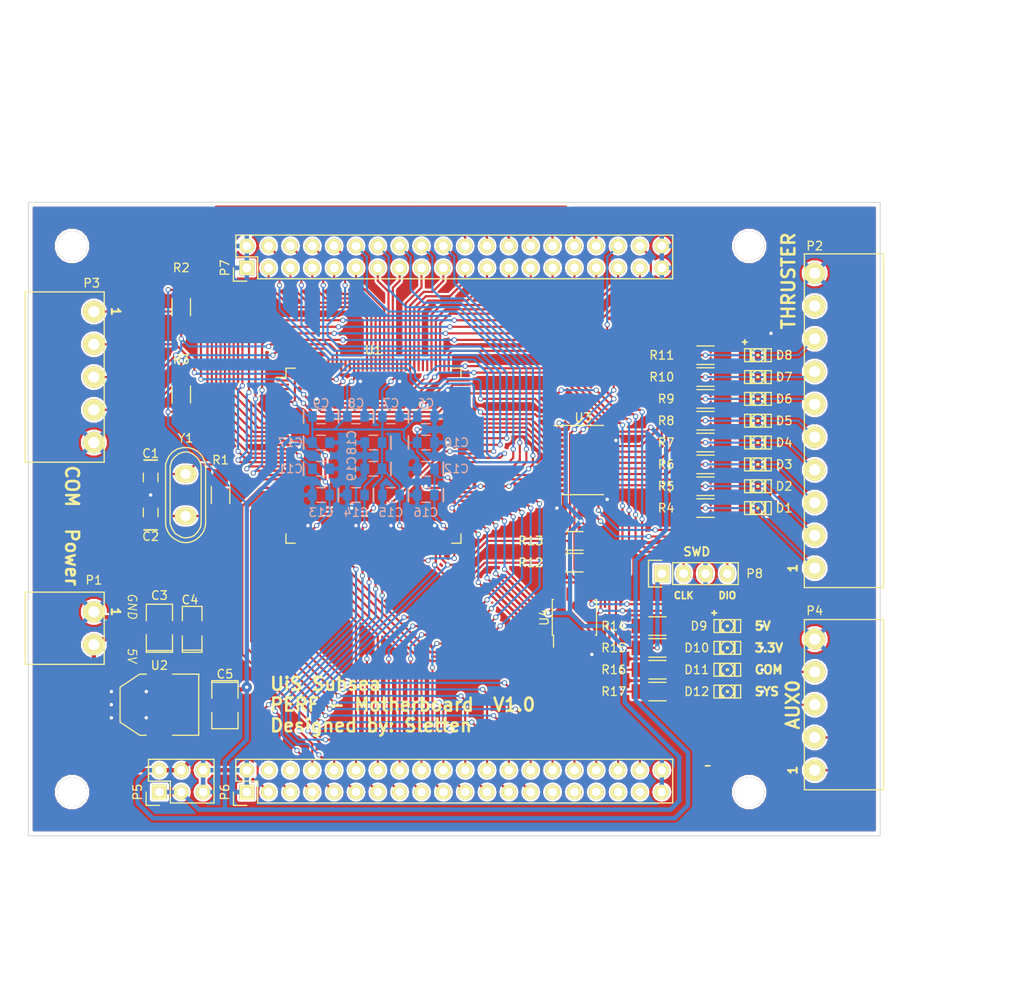
<source format=kicad_pcb>
(kicad_pcb (version 4) (host pcbnew "(2015-06-10 BZR 5730, Git 63c978d)-product")
  (layers (0 F.Cu signal hide) (31 B.Cu signal hide) (34 B.Paste user) (35 F.Paste user) (36 B.SilkS user) (37 F.SilkS user) (38 B.Mask user) (39 F.Mask user) (44 Edge.Cuts user))
  (net 0 "")
  (net 1 "Net-(C1-Pad1)")
  (net 2 GND)
  (net 3 "Net-(C2-Pad1)")
  (net 4 +5V)
  (net 5 +3V3)
  (net 6 "Net-(D1-Pad1)")
  (net 7 "Net-(D2-Pad1)")
  (net 8 "Net-(D3-Pad1)")
  (net 9 "Net-(D4-Pad1)")
  (net 10 "Net-(D5-Pad1)")
  (net 11 "Net-(D6-Pad1)")
  (net 12 "Net-(D7-Pad1)")
  (net 13 "Net-(D8-Pad1)")
  (net 14 "Net-(D9-Pad1)")
  (net 15 "Net-(D10-Pad1)")
  (net 16 "Net-(D11-Pad1)")
  (net 17 "Net-(D12-Pad1)")
  (net 18 "Net-(P2-Pad2)")
  (net 19 "Net-(P2-Pad3)")
  (net 20 "Net-(P2-Pad4)")
  (net 21 "Net-(P2-Pad5)")
  (net 22 "Net-(P2-Pad6)")
  (net 23 "Net-(P2-Pad7)")
  (net 24 "Net-(P2-Pad8)")
  (net 25 "USART 1 TX")
  (net 26 "USART 1 RX")
  (net 27 "I2C 1 SMBA")
  (net 28 "I2C 1 SCL")
  (net 29 "TIM 16")
  (net 30 "TIM 17")
  (net 31 "I2C 2 SCL")
  (net 32 "I2C 2 SDA")
  (net 33 GPIO_12)
  (net 34 GPIO_10)
  (net 35 GPIO_13)
  (net 36 GPIO_11)
  (net 37 GPIO_14)
  (net 38 GPIO_15)
  (net 39 "USART 2 TX")
  (net 40 "SPI 1 NSS")
  (net 41 "USART 2 RX")
  (net 42 "SPI 1 SCK")
  (net 43 "USART 2 CK")
  (net 44 "SPI 1 MISO")
  (net 45 "USART 3 TX")
  (net 46 "SPI 1 MOSI")
  (net 47 "USART 3 RX")
  (net 48 "UART 4 TX")
  (net 49 "USART 3 CK")
  (net 50 "UART 4 RX")
  (net 51 "USART 3 CTS")
  (net 52 "UART 5 TX")
  (net 53 GPIO_0)
  (net 54 "UART 5 RX")
  (net 55 GPIO_1)
  (net 56 "TIM 13")
  (net 57 GPIO_2)
  (net 58 "TIM 14")
  (net 59 GPIO_3)
  (net 60 "TIM 12 CH 1")
  (net 61 GPIO_4)
  (net 62 "TIM 12 CH 2")
  (net 63 GPIO_5)
  (net 64 "TIM 15 CH 1")
  (net 65 GPIO_6)
  (net 66 "TIM 15 CH 2")
  (net 67 GPIO_21)
  (net 68 GPIO_22)
  (net 69 GPIO_23)
  (net 70 GPIO_24)
  (net 71 GPIO_16)
  (net 72 GPIO_25)
  (net 73 GPIO_17)
  (net 74 GPIO_26)
  (net 75 GPIO_18)
  (net 76 GPIO_27)
  (net 77 GPIO_19)
  (net 78 GPIO_28)
  (net 79 GPIO_20)
  (net 80 GPIO_29)
  (net 81 "TIM 3 CH 1")
  (net 82 GPIO_30)
  (net 83 "TIM 3 CH 2")
  (net 84 GPIO_31)
  (net 85 "TIM 3 CH 3")
  (net 86 GPIO_7)
  (net 87 "TIM 3 CH 4")
  (net 88 GPIO_8)
  (net 89 "TIM 4 CH 1")
  (net 90 GPIO_9)
  (net 91 "TIM 4 CH 2")
  (net 92 "ADC 10")
  (net 93 "TIM 4 CH 3")
  (net 94 "ADC 11")
  (net 95 "TIM 4 CH 4")
  (net 96 "ADC 12")
  (net 97 "ADC 13")
  (net 98 JTCK-SWCLK)
  (net 99 JTMS-SWDIO)
  (net 100 "Net-(R1-Pad1)")
  (net 101 INT_GPIO_0)
  (net 102 INT_GPIO_1)
  (net 103 INT_GPIO_2)
  (net 104 INT_GPIO_3)
  (net 105 INT_GPIO_4)
  (net 106 INT_GPIO_5)
  (net 107 INT_GPIO_6)
  (net 108 "Net-(U1-Pad7)")
  (net 109 "Net-(U1-Pad8)")
  (net 110 "Net-(U1-Pad9)")
  (net 111 "Net-(U1-Pad25)")
  (net 112 "TIM 2 CH 1")
  (net 113 "TIM 2 CH 2")
  (net 114 "TIM 2 CH 3")
  (net 115 "TIM 2 CH 4")
  (net 116 "ADC 14")
  (net 117 "ADC 15")
  (net 118 "Net-(U1-Pad48)")
  (net 119 "TIM 1 ETR")
  (net 120 "TIM 1 CH1N")
  (net 121 "TIM 1 CH 1")
  (net 122 "TIM 1 CH 2N")
  (net 123 "TIM 1 CH 2")
  (net 124 "TIM 1 CH 3N")
  (net 125 "TIM 1 CH 3")
  (net 126 "TIM 1 CH 4N")
  (net 127 "TIM 1 CH 4")
  (net 128 "USART 1 CK")
  (net 129 "USART 1 CTS")
  (net 130 "USART 1 RTS")
  (net 131 "Net-(U1-Pad106)")
  (net 132 "Net-(U1-Pad110)")
  (net 133 "Net-(U1-Pad114)")
  (net 134 "Net-(U1-Pad115)")
  (net 135 "Net-(U1-Pad133)")
  (net 136 "Net-(U1-Pad134)")
  (net 137 "I2C 1 SDA")
  (net 138 "Net-(U1-Pad138)")
  (net 139 "Net-(U3-Pad23)")
  (net 140 "Net-(U4-Pad1)")
  (net 141 "Net-(U4-Pad2)")
  (net 142 "Net-(U4-Pad3)")
  (net 143 "Net-(P2-Pad1)")
  (net 144 "Net-(P6-Pad29)")
  (net 145 "Net-(P6-Pad4)")
  (net 146 "Net-(P6-Pad6)")
  (net 147 "Net-(P6-Pad31)")
  (net 148 "Net-(P6-Pad33)")
  (net 149 "Net-(P6-Pad35)")
  (net 150 "Net-(P6-Pad37)")
  (net 151 "Net-(P2-Pad9)")
  (net 152 "USART 2 RTS")
  (net 153 "USART 2 CTS")
  (module SMD_Packages:SMD-1210_Pol (layer F.Cu) (at 127 102.87 90)
    (fp_text reference C3 (at 3.81 0 180) (layer F.SilkS))
    (fp_text value 10µF)
    (pad 1 smd rect (at -1.778 0 90) (size 1.778 2.794) (layers F.Cu F.Paste F.Mask) (net 4 +5V))
    (pad 2 smd rect (at 1.778 0 90) (size 1.778 2.794) (layers F.Cu F.Paste F.Mask) (net 2 GND))
  )
  (module SMD_Packages:SMD-1206_Pol (layer F.Cu) (at 130.81 102.87 90)
    (fp_text reference C4 (at 3.302 -0.254 180) (layer F.SilkS))
    (fp_text value 100nF)
    (pad 1 smd rect (at -1.651 0 90) (size 1.524 2.032) (layers F.Cu F.Paste F.Mask) (net 4 +5V))
    (pad 2 smd rect (at 1.651 0 90) (size 1.524 2.032) (layers F.Cu F.Paste F.Mask) (net 2 GND))
  )
  (module SMD_Packages:SMD-1210_Pol (layer F.Cu) (at 134.62 111.76 270)
    (fp_text reference C5 (at -3.556 0 360) (layer F.SilkS))
    (fp_text value 10µF)
    (pad 1 smd rect (at -1.778 0 270) (size 1.778 2.794) (layers F.Cu F.Paste F.Mask) (net 5 +3V3))
    (pad 2 smd rect (at 1.778 0 270) (size 1.778 2.794) (layers F.Cu F.Paste F.Mask) (net 2 GND))
  )
  (module LEDs:LED-1206 (layer F.Cu) (at 196.596 88.9)
    (fp_text reference D1 (at 3.048 0) (layer F.SilkS))
    (fp_text value IND_1)
    (pad 2 smd rect (at 1.41986 0 180) (size 1.59766 1.80086) (layers F.Cu F.Paste F.Mask) (net 2 GND))
    (pad 1 smd rect (at -1.41986 0 180) (size 1.59766 1.80086) (layers F.Cu F.Paste F.Mask) (net 6 "Net-(D1-Pad1)"))
  )
  (module LEDs:LED-1206 (layer F.Cu) (at 196.596 86.36)
    (fp_text reference D2 (at 3.048 0) (layer F.SilkS))
    (fp_text value IND_1)
    (pad 2 smd rect (at 1.41986 0 180) (size 1.59766 1.80086) (layers F.Cu F.Paste F.Mask) (net 2 GND))
    (pad 1 smd rect (at -1.41986 0 180) (size 1.59766 1.80086) (layers F.Cu F.Paste F.Mask) (net 7 "Net-(D2-Pad1)"))
  )
  (module LEDs:LED-1206 (layer F.Cu) (at 196.596 83.82)
    (fp_text reference D3 (at 3.048 0) (layer F.SilkS))
    (fp_text value IND_1)
    (pad 2 smd rect (at 1.41986 0 180) (size 1.59766 1.80086) (layers F.Cu F.Paste F.Mask) (net 2 GND))
    (pad 1 smd rect (at -1.41986 0 180) (size 1.59766 1.80086) (layers F.Cu F.Paste F.Mask) (net 8 "Net-(D3-Pad1)"))
  )
  (module LEDs:LED-1206 (layer F.Cu) (at 196.596 81.28)
    (fp_text reference D4 (at 3.048 0) (layer F.SilkS))
    (fp_text value IND_1)
    (pad 2 smd rect (at 1.41986 0 180) (size 1.59766 1.80086) (layers F.Cu F.Paste F.Mask) (net 2 GND))
    (pad 1 smd rect (at -1.41986 0 180) (size 1.59766 1.80086) (layers F.Cu F.Paste F.Mask) (net 9 "Net-(D4-Pad1)"))
  )
  (module LEDs:LED-1206 (layer F.Cu) (at 196.596 78.74)
    (fp_text reference D5 (at 3.048 0) (layer F.SilkS))
    (fp_text value IND_1)
    (pad 2 smd rect (at 1.41986 0 180) (size 1.59766 1.80086) (layers F.Cu F.Paste F.Mask) (net 2 GND))
    (pad 1 smd rect (at -1.41986 0 180) (size 1.59766 1.80086) (layers F.Cu F.Paste F.Mask) (net 10 "Net-(D5-Pad1)"))
  )
  (module LEDs:LED-1206 (layer F.Cu) (at 196.596 76.2)
    (fp_text reference D6 (at 3.048 0) (layer F.SilkS))
    (fp_text value IND_1)
    (pad 2 smd rect (at 1.41986 0 180) (size 1.59766 1.80086) (layers F.Cu F.Paste F.Mask) (net 2 GND))
    (pad 1 smd rect (at -1.41986 0 180) (size 1.59766 1.80086) (layers F.Cu F.Paste F.Mask) (net 11 "Net-(D6-Pad1)"))
  )
  (module LEDs:LED-1206 (layer F.Cu) (at 196.596 73.66)
    (fp_text reference D7 (at 3.048 0) (layer F.SilkS))
    (fp_text value IND_1)
    (pad 2 smd rect (at 1.41986 0 180) (size 1.59766 1.80086) (layers F.Cu F.Paste F.Mask) (net 2 GND))
    (pad 1 smd rect (at -1.41986 0 180) (size 1.59766 1.80086) (layers F.Cu F.Paste F.Mask) (net 12 "Net-(D7-Pad1)"))
  )
  (module LEDs:LED-1206 (layer F.Cu) (at 196.596 71.12)
    (fp_text reference D8 (at 3.048 0) (layer F.SilkS))
    (fp_text value IND_1)
    (pad 2 smd rect (at 1.41986 0 180) (size 1.59766 1.80086) (layers F.Cu F.Paste F.Mask) (net 2 GND))
    (pad 1 smd rect (at -1.41986 0 180) (size 1.59766 1.80086) (layers F.Cu F.Paste F.Mask) (net 13 "Net-(D8-Pad1)"))
  )
  (module LEDs:LED-1206 (layer F.Cu) (at 193.04 102.616)
    (fp_text reference D9 (at -3.302 0) (layer F.SilkS))
    (fp_text value 5V)
    (pad 2 smd rect (at 1.41986 0 180) (size 1.59766 1.80086) (layers F.Cu F.Paste F.Mask) (net 2 GND))
    (pad 1 smd rect (at -1.41986 0 180) (size 1.59766 1.80086) (layers F.Cu F.Paste F.Mask) (net 14 "Net-(D9-Pad1)"))
  )
  (module LEDs:LED-1206 (layer F.Cu) (at 193.04 105.156)
    (fp_text reference D10 (at -3.556 0) (layer F.SilkS))
    (fp_text value 3.3V)
    (pad 2 smd rect (at 1.41986 0 180) (size 1.59766 1.80086) (layers F.Cu F.Paste F.Mask) (net 2 GND))
    (pad 1 smd rect (at -1.41986 0 180) (size 1.59766 1.80086) (layers F.Cu F.Paste F.Mask) (net 15 "Net-(D10-Pad1)"))
  )
  (module LEDs:LED-1206 (layer F.Cu) (at 193.04 107.696)
    (fp_text reference D11 (at -3.556 0) (layer F.SilkS))
    (fp_text value "Node Com")
    (pad 2 smd rect (at 1.41986 0 180) (size 1.59766 1.80086) (layers F.Cu F.Paste F.Mask) (net 2 GND))
    (pad 1 smd rect (at -1.41986 0 180) (size 1.59766 1.80086) (layers F.Cu F.Paste F.Mask) (net 16 "Net-(D11-Pad1)"))
  )
  (module LEDs:LED-1206 (layer F.Cu) (at 193.04 110.236)
    (fp_text reference D12 (at -3.556 0) (layer F.SilkS))
    (fp_text value "Status 1")
    (pad 2 smd rect (at 1.41986 0 180) (size 1.59766 1.80086) (layers F.Cu F.Paste F.Mask) (net 2 GND))
    (pad 1 smd rect (at -1.41986 0 180) (size 1.59766 1.80086) (layers F.Cu F.Paste F.Mask) (net 17 "Net-(D12-Pad1)"))
  )
  (module Pin_Headers:Pin_Header_Straight_2x03 (layer F.Cu) (at 127 121.92 90)
    (fp_text reference P5 (at 0 -2.54 90) (layer F.SilkS))
    (fp_text value CONN_02X03)
    (pad 1 thru_hole rect (at 0 0 90) (size 1.7272 1.7272) (drill 1.016) (layers *.Cu *.Mask F.SilkS) (net 5 +3V3))
    (pad 2 thru_hole oval (at 2.54 0 90) (size 1.7272 1.7272) (drill 1.016) (layers *.Cu *.Mask F.SilkS) (net 4 +5V))
    (pad 3 thru_hole oval (at 0 2.54 90) (size 1.7272 1.7272) (drill 1.016) (layers *.Cu *.Mask F.SilkS) (net 5 +3V3))
    (pad 4 thru_hole oval (at 2.54 2.54 90) (size 1.7272 1.7272) (drill 1.016) (layers *.Cu *.Mask F.SilkS) (net 4 +5V))
    (pad 5 thru_hole oval (at 0 5.08 90) (size 1.7272 1.7272) (drill 1.016) (layers *.Cu *.Mask F.SilkS) (net 2 GND))
    (pad 6 thru_hole oval (at 2.54 5.08 90) (size 1.7272 1.7272) (drill 1.016) (layers *.Cu *.Mask F.SilkS) (net 2 GND))
  )
  (module Pin_Headers:Pin_Header_Straight_2x20 (layer F.Cu) (at 137.16 121.92 90)
    (fp_text reference P6 (at 0 -2.54 90) (layer F.SilkS))
    (fp_text value CONN_02X20)
    (pad 1 thru_hole rect (at 0 0 90) (size 1.7272 1.7272) (drill 1.016) (layers *.Cu *.Mask F.SilkS) (net 2 GND))
    (pad 2 thru_hole oval (at 2.54 0 90) (size 1.7272 1.7272) (drill 1.016) (layers *.Cu *.Mask F.SilkS) (net 2 GND))
    (pad 3 thru_hole oval (at 0 2.54 90) (size 1.7272 1.7272) (drill 1.016) (layers *.Cu *.Mask F.SilkS) (net 36 GPIO_11))
    (pad 4 thru_hole oval (at 2.54 2.54 90) (size 1.7272 1.7272) (drill 1.016) (layers *.Cu *.Mask F.SilkS) (net 145 "Net-(P6-Pad4)"))
    (pad 5 thru_hole oval (at 0 5.08 90) (size 1.7272 1.7272) (drill 1.016) (layers *.Cu *.Mask F.SilkS) (net 33 GPIO_12))
    (pad 6 thru_hole oval (at 2.54 5.08 90) (size 1.7272 1.7272) (drill 1.016) (layers *.Cu *.Mask F.SilkS) (net 146 "Net-(P6-Pad6)"))
    (pad 7 thru_hole oval (at 0 7.62 90) (size 1.7272 1.7272) (drill 1.016) (layers *.Cu *.Mask F.SilkS) (net 35 GPIO_13))
    (pad 8 thru_hole oval (at 2.54 7.62 90) (size 1.7272 1.7272) (drill 1.016) (layers *.Cu *.Mask F.SilkS) (net 31 "I2C 2 SCL"))
    (pad 9 thru_hole oval (at 0 10.16 90) (size 1.7272 1.7272) (drill 1.016) (layers *.Cu *.Mask F.SilkS) (net 37 GPIO_14))
    (pad 10 thru_hole oval (at 2.54 10.16 90) (size 1.7272 1.7272) (drill 1.016) (layers *.Cu *.Mask F.SilkS) (net 32 "I2C 2 SDA"))
    (pad 11 thru_hole oval (at 0 12.7 90) (size 1.7272 1.7272) (drill 1.016) (layers *.Cu *.Mask F.SilkS) (net 38 GPIO_15))
    (pad 12 thru_hole oval (at 2.54 12.7 90) (size 1.7272 1.7272) (drill 1.016) (layers *.Cu *.Mask F.SilkS) (net 40 "SPI 1 NSS"))
    (pad 13 thru_hole oval (at 0 15.24 90) (size 1.7272 1.7272) (drill 1.016) (layers *.Cu *.Mask F.SilkS) (net 45 "USART 3 TX"))
    (pad 14 thru_hole oval (at 2.54 15.24 90) (size 1.7272 1.7272) (drill 1.016) (layers *.Cu *.Mask F.SilkS) (net 42 "SPI 1 SCK"))
    (pad 15 thru_hole oval (at 0 17.78 90) (size 1.7272 1.7272) (drill 1.016) (layers *.Cu *.Mask F.SilkS) (net 47 "USART 3 RX"))
    (pad 16 thru_hole oval (at 2.54 17.78 90) (size 1.7272 1.7272) (drill 1.016) (layers *.Cu *.Mask F.SilkS) (net 44 "SPI 1 MISO"))
    (pad 17 thru_hole oval (at 0 20.32 90) (size 1.7272 1.7272) (drill 1.016) (layers *.Cu *.Mask F.SilkS) (net 49 "USART 3 CK"))
    (pad 18 thru_hole oval (at 2.54 20.32 90) (size 1.7272 1.7272) (drill 1.016) (layers *.Cu *.Mask F.SilkS) (net 46 "SPI 1 MOSI"))
    (pad 19 thru_hole oval (at 0 22.86 90) (size 1.7272 1.7272) (drill 1.016) (layers *.Cu *.Mask F.SilkS) (net 51 "USART 3 CTS"))
    (pad 20 thru_hole oval (at 2.54 22.86 90) (size 1.7272 1.7272) (drill 1.016) (layers *.Cu *.Mask F.SilkS) (net 112 "TIM 2 CH 1"))
    (pad 21 thru_hole oval (at 0 25.4 90) (size 1.7272 1.7272) (drill 1.016) (layers *.Cu *.Mask F.SilkS) (net 92 "ADC 10"))
    (pad 22 thru_hole oval (at 2.54 25.4 90) (size 1.7272 1.7272) (drill 1.016) (layers *.Cu *.Mask F.SilkS) (net 113 "TIM 2 CH 2"))
    (pad 23 thru_hole oval (at 0 27.94 90) (size 1.7272 1.7272) (drill 1.016) (layers *.Cu *.Mask F.SilkS) (net 94 "ADC 11"))
    (pad 24 thru_hole oval (at 2.54 27.94 90) (size 1.7272 1.7272) (drill 1.016) (layers *.Cu *.Mask F.SilkS) (net 114 "TIM 2 CH 3"))
    (pad 25 thru_hole oval (at 0 30.48 90) (size 1.7272 1.7272) (drill 1.016) (layers *.Cu *.Mask F.SilkS) (net 96 "ADC 12"))
    (pad 26 thru_hole oval (at 2.54 30.48 90) (size 1.7272 1.7272) (drill 1.016) (layers *.Cu *.Mask F.SilkS) (net 115 "TIM 2 CH 4"))
    (pad 27 thru_hole oval (at 0 33.02 90) (size 1.7272 1.7272) (drill 1.016) (layers *.Cu *.Mask F.SilkS) (net 97 "ADC 13"))
    (pad 28 thru_hole oval (at 2.54 33.02 90) (size 1.7272 1.7272) (drill 1.016) (layers *.Cu *.Mask F.SilkS) (net 56 "TIM 13"))
    (pad 29 thru_hole oval (at 0 35.56 90) (size 1.7272 1.7272) (drill 1.016) (layers *.Cu *.Mask F.SilkS) (net 144 "Net-(P6-Pad29)"))
    (pad 30 thru_hole oval (at 2.54 35.56 90) (size 1.7272 1.7272) (drill 1.016) (layers *.Cu *.Mask F.SilkS) (net 58 "TIM 14"))
    (pad 31 thru_hole oval (at 0 38.1 90) (size 1.7272 1.7272) (drill 1.016) (layers *.Cu *.Mask F.SilkS) (net 147 "Net-(P6-Pad31)"))
    (pad 32 thru_hole oval (at 2.54 38.1 90) (size 1.7272 1.7272) (drill 1.016) (layers *.Cu *.Mask F.SilkS) (net 60 "TIM 12 CH 1"))
    (pad 33 thru_hole oval (at 0 40.64 90) (size 1.7272 1.7272) (drill 1.016) (layers *.Cu *.Mask F.SilkS) (net 148 "Net-(P6-Pad33)"))
    (pad 34 thru_hole oval (at 2.54 40.64 90) (size 1.7272 1.7272) (drill 1.016) (layers *.Cu *.Mask F.SilkS) (net 62 "TIM 12 CH 2"))
    (pad 35 thru_hole oval (at 0 43.18 90) (size 1.7272 1.7272) (drill 1.016) (layers *.Cu *.Mask F.SilkS) (net 149 "Net-(P6-Pad35)"))
    (pad 36 thru_hole oval (at 2.54 43.18 90) (size 1.7272 1.7272) (drill 1.016) (layers *.Cu *.Mask F.SilkS) (net 64 "TIM 15 CH 1"))
    (pad 37 thru_hole oval (at 0 45.72 90) (size 1.7272 1.7272) (drill 1.016) (layers *.Cu *.Mask F.SilkS) (net 150 "Net-(P6-Pad37)"))
    (pad 38 thru_hole oval (at 2.54 45.72 90) (size 1.7272 1.7272) (drill 1.016) (layers *.Cu *.Mask F.SilkS) (net 66 "TIM 15 CH 2"))
    (pad 39 thru_hole oval (at 0 48.26 90) (size 1.7272 1.7272) (drill 1.016) (layers *.Cu *.Mask F.SilkS) (net 2 GND))
    (pad 40 thru_hole oval (at 2.54 48.26 90) (size 1.7272 1.7272) (drill 1.016) (layers *.Cu *.Mask F.SilkS) (net 2 GND))
  )
  (module Pin_Headers:Pin_Header_Straight_2x20 (layer F.Cu) (at 137.16 60.96 90)
    (fp_text reference P7 (at 0 -2.54 90) (layer F.SilkS))
    (fp_text value CONN_02X20)
    (pad 1 thru_hole rect (at 0 0 90) (size 1.7272 1.7272) (drill 1.016) (layers *.Cu *.Mask F.SilkS) (net 2 GND))
    (pad 2 thru_hole oval (at 2.54 0 90) (size 1.7272 1.7272) (drill 1.016) (layers *.Cu *.Mask F.SilkS) (net 2 GND))
    (pad 3 thru_hole oval (at 0 2.54 90) (size 1.7272 1.7272) (drill 1.016) (layers *.Cu *.Mask F.SilkS) (net 80 GPIO_29))
    (pad 4 thru_hole oval (at 2.54 2.54 90) (size 1.7272 1.7272) (drill 1.016) (layers *.Cu *.Mask F.SilkS) (net 67 GPIO_21))
    (pad 5 thru_hole oval (at 0 5.08 90) (size 1.7272 1.7272) (drill 1.016) (layers *.Cu *.Mask F.SilkS) (net 78 GPIO_28))
    (pad 6 thru_hole oval (at 2.54 5.08 90) (size 1.7272 1.7272) (drill 1.016) (layers *.Cu *.Mask F.SilkS) (net 68 GPIO_22))
    (pad 7 thru_hole oval (at 0 7.62 90) (size 1.7272 1.7272) (drill 1.016) (layers *.Cu *.Mask F.SilkS) (net 76 GPIO_27))
    (pad 8 thru_hole oval (at 2.54 7.62 90) (size 1.7272 1.7272) (drill 1.016) (layers *.Cu *.Mask F.SilkS) (net 69 GPIO_23))
    (pad 9 thru_hole oval (at 0 10.16 90) (size 1.7272 1.7272) (drill 1.016) (layers *.Cu *.Mask F.SilkS) (net 74 GPIO_26))
    (pad 10 thru_hole oval (at 2.54 10.16 90) (size 1.7272 1.7272) (drill 1.016) (layers *.Cu *.Mask F.SilkS) (net 70 GPIO_24))
    (pad 11 thru_hole oval (at 0 12.7 90) (size 1.7272 1.7272) (drill 1.016) (layers *.Cu *.Mask F.SilkS) (net 72 GPIO_25))
    (pad 12 thru_hole oval (at 2.54 12.7 90) (size 1.7272 1.7272) (drill 1.016) (layers *.Cu *.Mask F.SilkS) (net 79 GPIO_20))
    (pad 13 thru_hole oval (at 0 15.24 90) (size 1.7272 1.7272) (drill 1.016) (layers *.Cu *.Mask F.SilkS) (net 43 "USART 2 CK"))
    (pad 14 thru_hole oval (at 2.54 15.24 90) (size 1.7272 1.7272) (drill 1.016) (layers *.Cu *.Mask F.SilkS) (net 77 GPIO_19))
    (pad 15 thru_hole oval (at 0 17.78 90) (size 1.7272 1.7272) (drill 1.016) (layers *.Cu *.Mask F.SilkS) (net 41 "USART 2 RX"))
    (pad 16 thru_hole oval (at 2.54 17.78 90) (size 1.7272 1.7272) (drill 1.016) (layers *.Cu *.Mask F.SilkS) (net 75 GPIO_18))
    (pad 17 thru_hole oval (at 0 20.32 90) (size 1.7272 1.7272) (drill 1.016) (layers *.Cu *.Mask F.SilkS) (net 39 "USART 2 TX"))
    (pad 18 thru_hole oval (at 2.54 20.32 90) (size 1.7272 1.7272) (drill 1.016) (layers *.Cu *.Mask F.SilkS) (net 73 GPIO_17))
    (pad 19 thru_hole oval (at 0 22.86 90) (size 1.7272 1.7272) (drill 1.016) (layers *.Cu *.Mask F.SilkS) (net 152 "USART 2 RTS"))
    (pad 20 thru_hole oval (at 2.54 22.86 90) (size 1.7272 1.7272) (drill 1.016) (layers *.Cu *.Mask F.SilkS) (net 71 GPIO_16))
    (pad 21 thru_hole oval (at 0 25.4 90) (size 1.7272 1.7272) (drill 1.016) (layers *.Cu *.Mask F.SilkS) (net 153 "USART 2 CTS"))
    (pad 22 thru_hole oval (at 2.54 25.4 90) (size 1.7272 1.7272) (drill 1.016) (layers *.Cu *.Mask F.SilkS) (net 53 GPIO_0))
    (pad 23 thru_hole oval (at 0 27.94 90) (size 1.7272 1.7272) (drill 1.016) (layers *.Cu *.Mask F.SilkS) (net 54 "UART 5 RX"))
    (pad 24 thru_hole oval (at 2.54 27.94 90) (size 1.7272 1.7272) (drill 1.016) (layers *.Cu *.Mask F.SilkS) (net 55 GPIO_1))
    (pad 25 thru_hole oval (at 0 30.48 90) (size 1.7272 1.7272) (drill 1.016) (layers *.Cu *.Mask F.SilkS) (net 52 "UART 5 TX"))
    (pad 26 thru_hole oval (at 2.54 30.48 90) (size 1.7272 1.7272) (drill 1.016) (layers *.Cu *.Mask F.SilkS) (net 57 GPIO_2))
    (pad 27 thru_hole oval (at 0 33.02 90) (size 1.7272 1.7272) (drill 1.016) (layers *.Cu *.Mask F.SilkS) (net 50 "UART 4 RX"))
    (pad 28 thru_hole oval (at 2.54 33.02 90) (size 1.7272 1.7272) (drill 1.016) (layers *.Cu *.Mask F.SilkS) (net 59 GPIO_3))
    (pad 29 thru_hole oval (at 0 35.56 90) (size 1.7272 1.7272) (drill 1.016) (layers *.Cu *.Mask F.SilkS) (net 48 "UART 4 TX"))
    (pad 30 thru_hole oval (at 2.54 35.56 90) (size 1.7272 1.7272) (drill 1.016) (layers *.Cu *.Mask F.SilkS) (net 61 GPIO_4))
    (pad 31 thru_hole oval (at 0 38.1 90) (size 1.7272 1.7272) (drill 1.016) (layers *.Cu *.Mask F.SilkS) (net 86 GPIO_7))
    (pad 32 thru_hole oval (at 2.54 38.1 90) (size 1.7272 1.7272) (drill 1.016) (layers *.Cu *.Mask F.SilkS) (net 63 GPIO_5))
    (pad 33 thru_hole oval (at 0 40.64 90) (size 1.7272 1.7272) (drill 1.016) (layers *.Cu *.Mask F.SilkS) (net 88 GPIO_8))
    (pad 34 thru_hole oval (at 2.54 40.64 90) (size 1.7272 1.7272) (drill 1.016) (layers *.Cu *.Mask F.SilkS) (net 65 GPIO_6))
    (pad 35 thru_hole oval (at 0 43.18 90) (size 1.7272 1.7272) (drill 1.016) (layers *.Cu *.Mask F.SilkS) (net 90 GPIO_9))
    (pad 36 thru_hole oval (at 2.54 43.18 90) (size 1.7272 1.7272) (drill 1.016) (layers *.Cu *.Mask F.SilkS) (net 31 "I2C 2 SCL"))
    (pad 37 thru_hole oval (at 0 45.72 90) (size 1.7272 1.7272) (drill 1.016) (layers *.Cu *.Mask F.SilkS) (net 34 GPIO_10))
    (pad 38 thru_hole oval (at 2.54 45.72 90) (size 1.7272 1.7272) (drill 1.016) (layers *.Cu *.Mask F.SilkS) (net 32 "I2C 2 SDA"))
    (pad 39 thru_hole oval (at 0 48.26 90) (size 1.7272 1.7272) (drill 1.016) (layers *.Cu *.Mask F.SilkS) (net 2 GND))
    (pad 40 thru_hole oval (at 2.54 48.26 90) (size 1.7272 1.7272) (drill 1.016) (layers *.Cu *.Mask F.SilkS) (net 2 GND))
  )
  (module Pin_Headers:Pin_Header_Straight_1x04 (layer F.Cu) (at 185.42 96.52 90)
    (fp_text reference P8 (at 0 10.795 180) (layer F.SilkS))
    (fp_text value CONN_01X04)
    (pad 1 thru_hole rect (at 0 0 90) (size 2.032 1.7272) (drill 1.016) (layers *.Cu *.Mask F.SilkS) (net 5 +3V3))
    (pad 2 thru_hole oval (at 0 2.54 90) (size 2.032 1.7272) (drill 1.016) (layers *.Cu *.Mask F.SilkS) (net 98 JTCK-SWCLK))
    (pad 3 thru_hole oval (at 0 5.08 90) (size 2.032 1.7272) (drill 1.016) (layers *.Cu *.Mask F.SilkS) (net 2 GND))
    (pad 4 thru_hole oval (at 0 7.62 90) (size 2.032 1.7272) (drill 1.016) (layers *.Cu *.Mask F.SilkS) (net 99 JTMS-SWDIO))
  )
  (module Resistors_SMD:R_1206_HandSoldering (layer F.Cu) (at 134.112 87.376 270)
    (fp_text reference R1 (at -4.064 0 360) (layer F.SilkS))
    (fp_text value 40)
    (pad 1 smd rect (at -2 0 270) (size 2 1.7) (layers F.Cu F.Paste F.Mask) (net 100 "Net-(R1-Pad1)"))
    (pad 2 smd rect (at 2 0 270) (size 2 1.7) (layers F.Cu F.Paste F.Mask) (net 3 "Net-(C2-Pad1)"))
  )
  (module Resistors_SMD:R_1206_HandSoldering (layer F.Cu) (at 129.54 65.532 270)
    (fp_text reference R2 (at -4.572 0 360) (layer F.SilkS))
    (fp_text value 4,7k)
    (pad 1 smd rect (at -2 0 270) (size 2 1.7) (layers F.Cu F.Paste F.Mask) (net 5 +3V3))
    (pad 2 smd rect (at 2 0 270) (size 2 1.7) (layers F.Cu F.Paste F.Mask) (net 27 "I2C 1 SMBA"))
  )
  (module Resistors_SMD:R_1206_HandSoldering (layer F.Cu) (at 129.54 75.692 90)
    (fp_text reference R3 (at 4.064 0 180) (layer F.SilkS))
    (fp_text value 4,7k)
    (pad 1 smd rect (at -2 0 90) (size 2 1.7) (layers F.Cu F.Paste F.Mask) (net 5 +3V3))
    (pad 2 smd rect (at 2 0 90) (size 2 1.7) (layers F.Cu F.Paste F.Mask) (net 28 "I2C 1 SCL"))
  )
  (module Resistors_SMD:R_1206_HandSoldering (layer F.Cu) (at 190.5 88.9 180)
    (fp_text reference R4 (at 4.572 0 180) (layer F.SilkS))
    (fp_text value "LED R")
    (pad 1 smd rect (at -2 0 180) (size 2 1.7) (layers F.Cu F.Paste F.Mask) (net 6 "Net-(D1-Pad1)"))
    (pad 2 smd rect (at 2 0 180) (size 2 1.7) (layers F.Cu F.Paste F.Mask) (net 143 "Net-(P2-Pad1)"))
  )
  (module Resistors_SMD:R_1206_HandSoldering (layer F.Cu) (at 190.5 86.36 180)
    (fp_text reference R5 (at 4.572 0 180) (layer F.SilkS))
    (fp_text value "LED R")
    (pad 1 smd rect (at -2 0 180) (size 2 1.7) (layers F.Cu F.Paste F.Mask) (net 7 "Net-(D2-Pad1)"))
    (pad 2 smd rect (at 2 0 180) (size 2 1.7) (layers F.Cu F.Paste F.Mask) (net 18 "Net-(P2-Pad2)"))
  )
  (module Resistors_SMD:R_1206_HandSoldering (layer F.Cu) (at 190.5 83.82 180)
    (fp_text reference R6 (at 4.572 0 180) (layer F.SilkS))
    (fp_text value "LED R")
    (pad 1 smd rect (at -2 0 180) (size 2 1.7) (layers F.Cu F.Paste F.Mask) (net 8 "Net-(D3-Pad1)"))
    (pad 2 smd rect (at 2 0 180) (size 2 1.7) (layers F.Cu F.Paste F.Mask) (net 19 "Net-(P2-Pad3)"))
  )
  (module Resistors_SMD:R_1206_HandSoldering (layer F.Cu) (at 190.5 81.28 180)
    (fp_text reference R7 (at 4.572 0 180) (layer F.SilkS))
    (fp_text value "LED R")
    (pad 1 smd rect (at -2 0 180) (size 2 1.7) (layers F.Cu F.Paste F.Mask) (net 9 "Net-(D4-Pad1)"))
    (pad 2 smd rect (at 2 0 180) (size 2 1.7) (layers F.Cu F.Paste F.Mask) (net 20 "Net-(P2-Pad4)"))
  )
  (module Resistors_SMD:R_1206_HandSoldering (layer F.Cu) (at 190.5 78.74 180)
    (fp_text reference R8 (at 4.572 0 180) (layer F.SilkS))
    (fp_text value "LED R")
    (pad 1 smd rect (at -2 0 180) (size 2 1.7) (layers F.Cu F.Paste F.Mask) (net 10 "Net-(D5-Pad1)"))
    (pad 2 smd rect (at 2 0 180) (size 2 1.7) (layers F.Cu F.Paste F.Mask) (net 21 "Net-(P2-Pad5)"))
  )
  (module Resistors_SMD:R_1206_HandSoldering (layer F.Cu) (at 190.5 76.2 180)
    (fp_text reference R9 (at 4.572 0 180) (layer F.SilkS))
    (fp_text value "LED R")
    (pad 1 smd rect (at -2 0 180) (size 2 1.7) (layers F.Cu F.Paste F.Mask) (net 11 "Net-(D6-Pad1)"))
    (pad 2 smd rect (at 2 0 180) (size 2 1.7) (layers F.Cu F.Paste F.Mask) (net 22 "Net-(P2-Pad6)"))
  )
  (module Resistors_SMD:R_1206_HandSoldering (layer F.Cu) (at 190.5 73.66 180)
    (fp_text reference R10 (at 5.08 0 180) (layer F.SilkS))
    (fp_text value "LED R")
    (pad 1 smd rect (at -2 0 180) (size 2 1.7) (layers F.Cu F.Paste F.Mask) (net 12 "Net-(D7-Pad1)"))
    (pad 2 smd rect (at 2 0 180) (size 2 1.7) (layers F.Cu F.Paste F.Mask) (net 23 "Net-(P2-Pad7)"))
  )
  (module Resistors_SMD:R_1206_HandSoldering (layer F.Cu) (at 190.5 71.12 180)
    (fp_text reference R11 (at 5.08 0 180) (layer F.SilkS))
    (fp_text value "LED R")
    (pad 1 smd rect (at -2 0 180) (size 2 1.7) (layers F.Cu F.Paste F.Mask) (net 13 "Net-(D8-Pad1)"))
    (pad 2 smd rect (at 2 0 180) (size 2 1.7) (layers F.Cu F.Paste F.Mask) (net 24 "Net-(P2-Pad8)"))
  )
  (module Resistors_SMD:R_1206_HandSoldering (layer F.Cu) (at 175.26 95.25 180)
    (fp_text reference R12 (at 5.08 0 180) (layer F.SilkS))
    (fp_text value R)
    (pad 1 smd rect (at -2 0 180) (size 2 1.7) (layers F.Cu F.Paste F.Mask) (net 5 +3V3))
    (pad 2 smd rect (at 2 0 180) (size 2 1.7) (layers F.Cu F.Paste F.Mask) (net 31 "I2C 2 SCL"))
  )
  (module Resistors_SMD:R_1206_HandSoldering (layer F.Cu) (at 175.26 92.71 180)
    (fp_text reference R13 (at 5.08 0 180) (layer F.SilkS))
    (fp_text value R)
    (pad 1 smd rect (at -2 0 180) (size 2 1.7) (layers F.Cu F.Paste F.Mask) (net 5 +3V3))
    (pad 2 smd rect (at 2 0 180) (size 2 1.7) (layers F.Cu F.Paste F.Mask) (net 32 "I2C 2 SDA"))
  )
  (module Resistors_SMD:R_1206_HandSoldering (layer F.Cu) (at 184.912 102.616 180)
    (fp_text reference R14 (at 5.08 0 180) (layer F.SilkS))
    (fp_text value "Led R")
    (pad 1 smd rect (at -2 0 180) (size 2 1.7) (layers F.Cu F.Paste F.Mask) (net 14 "Net-(D9-Pad1)"))
    (pad 2 smd rect (at 2 0 180) (size 2 1.7) (layers F.Cu F.Paste F.Mask) (net 4 +5V))
  )
  (module Resistors_SMD:R_1206_HandSoldering (layer F.Cu) (at 184.912 105.156 180)
    (fp_text reference R15 (at 5.08 0 180) (layer F.SilkS))
    (fp_text value "Led R")
    (pad 1 smd rect (at -2 0 180) (size 2 1.7) (layers F.Cu F.Paste F.Mask) (net 15 "Net-(D10-Pad1)"))
    (pad 2 smd rect (at 2 0 180) (size 2 1.7) (layers F.Cu F.Paste F.Mask) (net 5 +3V3))
  )
  (module Resistors_SMD:R_1206_HandSoldering (layer F.Cu) (at 184.912 107.696 180)
    (fp_text reference R16 (at 5.08 0 180) (layer F.SilkS))
    (fp_text value "Led R")
    (pad 1 smd rect (at -2 0 180) (size 2 1.7) (layers F.Cu F.Paste F.Mask) (net 16 "Net-(D11-Pad1)"))
    (pad 2 smd rect (at 2 0 180) (size 2 1.7) (layers F.Cu F.Paste F.Mask) (net 101 INT_GPIO_0))
  )
  (module Resistors_SMD:R_1206_HandSoldering (layer F.Cu) (at 184.912 110.236 180)
    (fp_text reference R17 (at 5.08 0 180) (layer F.SilkS))
    (fp_text value "Led R")
    (pad 1 smd rect (at -2 0 180) (size 2 1.7) (layers F.Cu F.Paste F.Mask) (net 17 "Net-(D12-Pad1)"))
    (pad 2 smd rect (at 2 0 180) (size 2 1.7) (layers F.Cu F.Paste F.Mask) (net 102 INT_GPIO_1))
  )
  (module Housings_QFP:TQFP-144_20x20mm_Pitch0.5mm (layer F.Cu) (at 151.892 82.804)
    (fp_text reference U1 (at 0 -12.275) (layer F.SilkS))
    (fp_text value STM32F100ZE)
    (pad 1 smd rect (at -10.55 -8.75) (size 1.45 0.25) (layers F.Cu F.Paste F.Mask) (net 103 INT_GPIO_2))
    (pad 2 smd rect (at -10.55 -8.25) (size 1.45 0.25) (layers F.Cu F.Paste F.Mask) (net 104 INT_GPIO_3))
    (pad 3 smd rect (at -10.55 -7.75) (size 1.45 0.25) (layers F.Cu F.Paste F.Mask) (net 105 INT_GPIO_4))
    (pad 4 smd rect (at -10.55 -7.25) (size 1.45 0.25) (layers F.Cu F.Paste F.Mask) (net 106 INT_GPIO_5))
    (pad 5 smd rect (at -10.55 -6.75) (size 1.45 0.25) (layers F.Cu F.Paste F.Mask) (net 107 INT_GPIO_6))
    (pad 6 smd rect (at -10.55 -6.25) (size 1.45 0.25) (layers F.Cu F.Paste F.Mask) (net 5 +3V3))
    (pad 7 smd rect (at -10.55 -5.75) (size 1.45 0.25) (layers F.Cu F.Paste F.Mask) (net 108 "Net-(U1-Pad7)"))
    (pad 8 smd rect (at -10.55 -5.25) (size 1.45 0.25) (layers F.Cu F.Paste F.Mask) (net 109 "Net-(U1-Pad8)"))
    (pad 9 smd rect (at -10.55 -4.75) (size 1.45 0.25) (layers F.Cu F.Paste F.Mask) (net 110 "Net-(U1-Pad9)"))
    (pad 10 smd rect (at -10.55 -4.25) (size 1.45 0.25) (layers F.Cu F.Paste F.Mask) (net 53 GPIO_0))
    (pad 11 smd rect (at -10.55 -3.75) (size 1.45 0.25) (layers F.Cu F.Paste F.Mask) (net 55 GPIO_1))
    (pad 12 smd rect (at -10.55 -3.25) (size 1.45 0.25) (layers F.Cu F.Paste F.Mask) (net 57 GPIO_2))
    (pad 13 smd rect (at -10.55 -2.75) (size 1.45 0.25) (layers F.Cu F.Paste F.Mask) (net 59 GPIO_3))
    (pad 14 smd rect (at -10.55 -2.25) (size 1.45 0.25) (layers F.Cu F.Paste F.Mask) (net 61 GPIO_4))
    (pad 15 smd rect (at -10.55 -1.75) (size 1.45 0.25) (layers F.Cu F.Paste F.Mask) (net 63 GPIO_5))
    (pad 16 smd rect (at -10.55 -1.25) (size 1.45 0.25) (layers F.Cu F.Paste F.Mask) (net 2 GND))
    (pad 17 smd rect (at -10.55 -0.75) (size 1.45 0.25) (layers F.Cu F.Paste F.Mask) (net 5 +3V3))
    (pad 18 smd rect (at -10.55 -0.25) (size 1.45 0.25) (layers F.Cu F.Paste F.Mask) (net 65 GPIO_6))
    (pad 19 smd rect (at -10.55 0.25) (size 1.45 0.25) (layers F.Cu F.Paste F.Mask) (net 86 GPIO_7))
    (pad 20 smd rect (at -10.55 0.75) (size 1.45 0.25) (layers F.Cu F.Paste F.Mask) (net 88 GPIO_8))
    (pad 21 smd rect (at -10.55 1.25) (size 1.45 0.25) (layers F.Cu F.Paste F.Mask) (net 90 GPIO_9))
    (pad 22 smd rect (at -10.55 1.75) (size 1.45 0.25) (layers F.Cu F.Paste F.Mask) (net 34 GPIO_10))
    (pad 23 smd rect (at -10.55 2.25) (size 1.45 0.25) (layers F.Cu F.Paste F.Mask) (net 1 "Net-(C1-Pad1)"))
    (pad 24 smd rect (at -10.55 2.75) (size 1.45 0.25) (layers F.Cu F.Paste F.Mask) (net 100 "Net-(R1-Pad1)"))
    (pad 25 smd rect (at -10.55 3.25) (size 1.45 0.25) (layers F.Cu F.Paste F.Mask) (net 111 "Net-(U1-Pad25)"))
    (pad 26 smd rect (at -10.55 3.75) (size 1.45 0.25) (layers F.Cu F.Paste F.Mask) (net 92 "ADC 10"))
    (pad 27 smd rect (at -10.55 4.25) (size 1.45 0.25) (layers F.Cu F.Paste F.Mask) (net 94 "ADC 11"))
    (pad 28 smd rect (at -10.55 4.75) (size 1.45 0.25) (layers F.Cu F.Paste F.Mask) (net 96 "ADC 12"))
    (pad 29 smd rect (at -10.55 5.25) (size 1.45 0.25) (layers F.Cu F.Paste F.Mask) (net 97 "ADC 13"))
    (pad 30 smd rect (at -10.55 5.75) (size 1.45 0.25) (layers F.Cu F.Paste F.Mask) (net 2 GND))
    (pad 31 smd rect (at -10.55 6.25) (size 1.45 0.25) (layers F.Cu F.Paste F.Mask) (net 2 GND))
    (pad 32 smd rect (at -10.55 6.75) (size 1.45 0.25) (layers F.Cu F.Paste F.Mask) (net 5 +3V3))
    (pad 33 smd rect (at -10.55 7.25) (size 1.45 0.25) (layers F.Cu F.Paste F.Mask) (net 5 +3V3))
    (pad 34 smd rect (at -10.55 7.75) (size 1.45 0.25) (layers F.Cu F.Paste F.Mask) (net 112 "TIM 2 CH 1"))
    (pad 35 smd rect (at -10.55 8.25) (size 1.45 0.25) (layers F.Cu F.Paste F.Mask) (net 113 "TIM 2 CH 2"))
    (pad 36 smd rect (at -10.55 8.75) (size 1.45 0.25) (layers F.Cu F.Paste F.Mask) (net 114 "TIM 2 CH 3"))
    (pad 37 smd rect (at -8.75 10.55 90) (size 1.45 0.25) (layers F.Cu F.Paste F.Mask) (net 115 "TIM 2 CH 4"))
    (pad 38 smd rect (at -8.25 10.55 90) (size 1.45 0.25) (layers F.Cu F.Paste F.Mask) (net 2 GND))
    (pad 39 smd rect (at -7.75 10.55 90) (size 1.45 0.25) (layers F.Cu F.Paste F.Mask) (net 5 +3V3))
    (pad 40 smd rect (at -7.25 10.55 90) (size 1.45 0.25) (layers F.Cu F.Paste F.Mask) (net 40 "SPI 1 NSS"))
    (pad 41 smd rect (at -6.75 10.55 90) (size 1.45 0.25) (layers F.Cu F.Paste F.Mask) (net 42 "SPI 1 SCK"))
    (pad 42 smd rect (at -6.25 10.55 90) (size 1.45 0.25) (layers F.Cu F.Paste F.Mask) (net 44 "SPI 1 MISO"))
    (pad 43 smd rect (at -5.75 10.55 90) (size 1.45 0.25) (layers F.Cu F.Paste F.Mask) (net 46 "SPI 1 MOSI"))
    (pad 44 smd rect (at -5.25 10.55 90) (size 1.45 0.25) (layers F.Cu F.Paste F.Mask) (net 116 "ADC 14"))
    (pad 45 smd rect (at -4.75 10.55 90) (size 1.45 0.25) (layers F.Cu F.Paste F.Mask) (net 117 "ADC 15"))
    (pad 46 smd rect (at -4.25 10.55 90) (size 1.45 0.25) (layers F.Cu F.Paste F.Mask) (net 56 "TIM 13"))
    (pad 47 smd rect (at -3.75 10.55 90) (size 1.45 0.25) (layers F.Cu F.Paste F.Mask) (net 58 "TIM 14"))
    (pad 48 smd rect (at -3.25 10.55 90) (size 1.45 0.25) (layers F.Cu F.Paste F.Mask) (net 118 "Net-(U1-Pad48)"))
    (pad 49 smd rect (at -2.75 10.55 90) (size 1.45 0.25) (layers F.Cu F.Paste F.Mask) (net 36 GPIO_11))
    (pad 50 smd rect (at -2.25 10.55 90) (size 1.45 0.25) (layers F.Cu F.Paste F.Mask) (net 33 GPIO_12))
    (pad 51 smd rect (at -1.75 10.55 90) (size 1.45 0.25) (layers F.Cu F.Paste F.Mask) (net 2 GND))
    (pad 52 smd rect (at -1.25 10.55 90) (size 1.45 0.25) (layers F.Cu F.Paste F.Mask) (net 5 +3V3))
    (pad 53 smd rect (at -0.75 10.55 90) (size 1.45 0.25) (layers F.Cu F.Paste F.Mask) (net 35 GPIO_13))
    (pad 54 smd rect (at -0.25 10.55 90) (size 1.45 0.25) (layers F.Cu F.Paste F.Mask) (net 37 GPIO_14))
    (pad 55 smd rect (at 0.25 10.55 90) (size 1.45 0.25) (layers F.Cu F.Paste F.Mask) (net 38 GPIO_15))
    (pad 56 smd rect (at 0.75 10.55 90) (size 1.45 0.25) (layers F.Cu F.Paste F.Mask) (net 71 GPIO_16))
    (pad 57 smd rect (at 1.25 10.55 90) (size 1.45 0.25) (layers F.Cu F.Paste F.Mask) (net 73 GPIO_17))
    (pad 58 smd rect (at 1.75 10.55 90) (size 1.45 0.25) (layers F.Cu F.Paste F.Mask) (net 119 "TIM 1 ETR"))
    (pad 59 smd rect (at 2.25 10.55 90) (size 1.45 0.25) (layers F.Cu F.Paste F.Mask) (net 120 "TIM 1 CH1N"))
    (pad 60 smd rect (at 2.75 10.55 90) (size 1.45 0.25) (layers F.Cu F.Paste F.Mask) (net 121 "TIM 1 CH 1"))
    (pad 61 smd rect (at 3.25 10.55 90) (size 1.45 0.25) (layers F.Cu F.Paste F.Mask) (net 2 GND))
    (pad 62 smd rect (at 3.75 10.55 90) (size 1.45 0.25) (layers F.Cu F.Paste F.Mask) (net 5 +3V3))
    (pad 63 smd rect (at 4.25 10.55 90) (size 1.45 0.25) (layers F.Cu F.Paste F.Mask) (net 122 "TIM 1 CH 2N"))
    (pad 64 smd rect (at 4.75 10.55 90) (size 1.45 0.25) (layers F.Cu F.Paste F.Mask) (net 123 "TIM 1 CH 2"))
    (pad 65 smd rect (at 5.25 10.55 90) (size 1.45 0.25) (layers F.Cu F.Paste F.Mask) (net 124 "TIM 1 CH 3N"))
    (pad 66 smd rect (at 5.75 10.55 90) (size 1.45 0.25) (layers F.Cu F.Paste F.Mask) (net 125 "TIM 1 CH 3"))
    (pad 67 smd rect (at 6.25 10.55 90) (size 1.45 0.25) (layers F.Cu F.Paste F.Mask) (net 126 "TIM 1 CH 4N"))
    (pad 68 smd rect (at 6.75 10.55 90) (size 1.45 0.25) (layers F.Cu F.Paste F.Mask) (net 127 "TIM 1 CH 4"))
    (pad 69 smd rect (at 7.25 10.55 90) (size 1.45 0.25) (layers F.Cu F.Paste F.Mask) (net 31 "I2C 2 SCL"))
    (pad 70 smd rect (at 7.75 10.55 90) (size 1.45 0.25) (layers F.Cu F.Paste F.Mask) (net 32 "I2C 2 SDA"))
    (pad 71 smd rect (at 8.25 10.55 90) (size 1.45 0.25) (layers F.Cu F.Paste F.Mask) (net 2 GND))
    (pad 72 smd rect (at 8.75 10.55 90) (size 1.45 0.25) (layers F.Cu F.Paste F.Mask) (net 5 +3V3))
    (pad 73 smd rect (at 10.55 8.75) (size 1.45 0.25) (layers F.Cu F.Paste F.Mask) (net 60 "TIM 12 CH 1"))
    (pad 74 smd rect (at 10.55 8.25) (size 1.45 0.25) (layers F.Cu F.Paste F.Mask) (net 62 "TIM 12 CH 2"))
    (pad 75 smd rect (at 10.55 7.75) (size 1.45 0.25) (layers F.Cu F.Paste F.Mask) (net 64 "TIM 15 CH 1"))
    (pad 76 smd rect (at 10.55 7.25) (size 1.45 0.25) (layers F.Cu F.Paste F.Mask) (net 66 "TIM 15 CH 2"))
    (pad 77 smd rect (at 10.55 6.75) (size 1.45 0.25) (layers F.Cu F.Paste F.Mask) (net 45 "USART 3 TX"))
    (pad 78 smd rect (at 10.55 6.25) (size 1.45 0.25) (layers F.Cu F.Paste F.Mask) (net 47 "USART 3 RX"))
    (pad 79 smd rect (at 10.55 5.75) (size 1.45 0.25) (layers F.Cu F.Paste F.Mask) (net 49 "USART 3 CK"))
    (pad 80 smd rect (at 10.55 5.25) (size 1.45 0.25) (layers F.Cu F.Paste F.Mask) (net 51 "USART 3 CTS"))
    (pad 81 smd rect (at 10.55 4.75) (size 1.45 0.25) (layers F.Cu F.Paste F.Mask) (net 89 "TIM 4 CH 1"))
    (pad 82 smd rect (at 10.55 4.25) (size 1.45 0.25) (layers F.Cu F.Paste F.Mask) (net 91 "TIM 4 CH 2"))
    (pad 83 smd rect (at 10.55 3.75) (size 1.45 0.25) (layers F.Cu F.Paste F.Mask) (net 2 GND))
    (pad 84 smd rect (at 10.55 3.25) (size 1.45 0.25) (layers F.Cu F.Paste F.Mask) (net 5 +3V3))
    (pad 85 smd rect (at 10.55 2.75) (size 1.45 0.25) (layers F.Cu F.Paste F.Mask) (net 93 "TIM 4 CH 3"))
    (pad 86 smd rect (at 10.55 2.25) (size 1.45 0.25) (layers F.Cu F.Paste F.Mask) (net 95 "TIM 4 CH 4"))
    (pad 87 smd rect (at 10.55 1.75) (size 1.45 0.25) (layers F.Cu F.Paste F.Mask) (net 75 GPIO_18))
    (pad 88 smd rect (at 10.55 1.25) (size 1.45 0.25) (layers F.Cu F.Paste F.Mask) (net 77 GPIO_19))
    (pad 89 smd rect (at 10.55 0.75) (size 1.45 0.25) (layers F.Cu F.Paste F.Mask) (net 79 GPIO_20))
    (pad 90 smd rect (at 10.55 0.25) (size 1.45 0.25) (layers F.Cu F.Paste F.Mask) (net 67 GPIO_21))
    (pad 91 smd rect (at 10.55 -0.25) (size 1.45 0.25) (layers F.Cu F.Paste F.Mask) (net 68 GPIO_22))
    (pad 92 smd rect (at 10.55 -0.75) (size 1.45 0.25) (layers F.Cu F.Paste F.Mask) (net 69 GPIO_23))
    (pad 93 smd rect (at 10.55 -1.25) (size 1.45 0.25) (layers F.Cu F.Paste F.Mask) (net 70 GPIO_24))
    (pad 94 smd rect (at 10.55 -1.75) (size 1.45 0.25) (layers F.Cu F.Paste F.Mask) (net 2 GND))
    (pad 95 smd rect (at 10.55 -2.25) (size 1.45 0.25) (layers F.Cu F.Paste F.Mask) (net 5 +3V3))
    (pad 96 smd rect (at 10.55 -2.75) (size 1.45 0.25) (layers F.Cu F.Paste F.Mask) (net 81 "TIM 3 CH 1"))
    (pad 97 smd rect (at 10.55 -3.25) (size 1.45 0.25) (layers F.Cu F.Paste F.Mask) (net 83 "TIM 3 CH 2"))
    (pad 98 smd rect (at 10.55 -3.75) (size 1.45 0.25) (layers F.Cu F.Paste F.Mask) (net 85 "TIM 3 CH 3"))
    (pad 99 smd rect (at 10.55 -4.25) (size 1.45 0.25) (layers F.Cu F.Paste F.Mask) (net 87 "TIM 3 CH 4"))
    (pad 100 smd rect (at 10.55 -4.75) (size 1.45 0.25) (layers F.Cu F.Paste F.Mask) (net 128 "USART 1 CK"))
    (pad 101 smd rect (at 10.55 -5.25) (size 1.45 0.25) (layers F.Cu F.Paste F.Mask) (net 25 "USART 1 TX"))
    (pad 102 smd rect (at 10.55 -5.75) (size 1.45 0.25) (layers F.Cu F.Paste F.Mask) (net 26 "USART 1 RX"))
    (pad 103 smd rect (at 10.55 -6.25) (size 1.45 0.25) (layers F.Cu F.Paste F.Mask) (net 129 "USART 1 CTS"))
    (pad 104 smd rect (at 10.55 -6.75) (size 1.45 0.25) (layers F.Cu F.Paste F.Mask) (net 130 "USART 1 RTS"))
    (pad 105 smd rect (at 10.55 -7.25) (size 1.45 0.25) (layers F.Cu F.Paste F.Mask) (net 99 JTMS-SWDIO))
    (pad 106 smd rect (at 10.55 -7.75) (size 1.45 0.25) (layers F.Cu F.Paste F.Mask) (net 131 "Net-(U1-Pad106)"))
    (pad 107 smd rect (at 10.55 -8.25) (size 1.45 0.25) (layers F.Cu F.Paste F.Mask) (net 2 GND))
    (pad 108 smd rect (at 10.55 -8.75) (size 1.45 0.25) (layers F.Cu F.Paste F.Mask) (net 5 +3V3))
    (pad 109 smd rect (at 8.75 -10.55 90) (size 1.45 0.25) (layers F.Cu F.Paste F.Mask) (net 98 JTCK-SWCLK))
    (pad 110 smd rect (at 8.25 -10.55 90) (size 1.45 0.25) (layers F.Cu F.Paste F.Mask) (net 132 "Net-(U1-Pad110)"))
    (pad 111 smd rect (at 7.75 -10.55 90) (size 1.45 0.25) (layers F.Cu F.Paste F.Mask) (net 48 "UART 4 TX"))
    (pad 112 smd rect (at 7.25 -10.55 90) (size 1.45 0.25) (layers F.Cu F.Paste F.Mask) (net 50 "UART 4 RX"))
    (pad 113 smd rect (at 6.75 -10.55 90) (size 1.45 0.25) (layers F.Cu F.Paste F.Mask) (net 52 "UART 5 TX"))
    (pad 114 smd rect (at 6.25 -10.55 90) (size 1.45 0.25) (layers F.Cu F.Paste F.Mask) (net 133 "Net-(U1-Pad114)"))
    (pad 115 smd rect (at 5.75 -10.55 90) (size 1.45 0.25) (layers F.Cu F.Paste F.Mask) (net 134 "Net-(U1-Pad115)"))
    (pad 116 smd rect (at 5.25 -10.55 90) (size 1.45 0.25) (layers F.Cu F.Paste F.Mask) (net 54 "UART 5 RX"))
    (pad 117 smd rect (at 4.75 -10.55 90) (size 1.45 0.25) (layers F.Cu F.Paste F.Mask) (net 153 "USART 2 CTS"))
    (pad 118 smd rect (at 4.25 -10.55 90) (size 1.45 0.25) (layers F.Cu F.Paste F.Mask) (net 152 "USART 2 RTS"))
    (pad 119 smd rect (at 3.75 -10.55 90) (size 1.45 0.25) (layers F.Cu F.Paste F.Mask) (net 39 "USART 2 TX"))
    (pad 120 smd rect (at 3.25 -10.55 90) (size 1.45 0.25) (layers F.Cu F.Paste F.Mask) (net 2 GND))
    (pad 121 smd rect (at 2.75 -10.55 90) (size 1.45 0.25) (layers F.Cu F.Paste F.Mask) (net 5 +3V3))
    (pad 122 smd rect (at 2.25 -10.55 90) (size 1.45 0.25) (layers F.Cu F.Paste F.Mask) (net 41 "USART 2 RX"))
    (pad 123 smd rect (at 1.75 -10.55 90) (size 1.45 0.25) (layers F.Cu F.Paste F.Mask) (net 43 "USART 2 CK"))
    (pad 124 smd rect (at 1.25 -10.55 90) (size 1.45 0.25) (layers F.Cu F.Paste F.Mask) (net 72 GPIO_25))
    (pad 125 smd rect (at 0.75 -10.55 90) (size 1.45 0.25) (layers F.Cu F.Paste F.Mask) (net 74 GPIO_26))
    (pad 126 smd rect (at 0.25 -10.55 90) (size 1.45 0.25) (layers F.Cu F.Paste F.Mask) (net 76 GPIO_27))
    (pad 127 smd rect (at -0.25 -10.55 90) (size 1.45 0.25) (layers F.Cu F.Paste F.Mask) (net 78 GPIO_28))
    (pad 128 smd rect (at -0.75 -10.55 90) (size 1.45 0.25) (layers F.Cu F.Paste F.Mask) (net 80 GPIO_29))
    (pad 129 smd rect (at -1.25 -10.55 90) (size 1.45 0.25) (layers F.Cu F.Paste F.Mask) (net 82 GPIO_30))
    (pad 130 smd rect (at -1.75 -10.55 90) (size 1.45 0.25) (layers F.Cu F.Paste F.Mask) (net 2 GND))
    (pad 131 smd rect (at -2.25 -10.55 90) (size 1.45 0.25) (layers F.Cu F.Paste F.Mask) (net 5 +3V3))
    (pad 132 smd rect (at -2.75 -10.55 90) (size 1.45 0.25) (layers F.Cu F.Paste F.Mask) (net 84 GPIO_31))
    (pad 133 smd rect (at -3.25 -10.55 90) (size 1.45 0.25) (layers F.Cu F.Paste F.Mask) (net 135 "Net-(U1-Pad133)"))
    (pad 134 smd rect (at -3.75 -10.55 90) (size 1.45 0.25) (layers F.Cu F.Paste F.Mask) (net 136 "Net-(U1-Pad134)"))
    (pad 135 smd rect (at -4.25 -10.55 90) (size 1.45 0.25) (layers F.Cu F.Paste F.Mask) (net 27 "I2C 1 SMBA"))
    (pad 136 smd rect (at -4.75 -10.55 90) (size 1.45 0.25) (layers F.Cu F.Paste F.Mask) (net 28 "I2C 1 SCL"))
    (pad 137 smd rect (at -5.25 -10.55 90) (size 1.45 0.25) (layers F.Cu F.Paste F.Mask) (net 137 "I2C 1 SDA"))
    (pad 138 smd rect (at -5.75 -10.55 90) (size 1.45 0.25) (layers F.Cu F.Paste F.Mask) (net 138 "Net-(U1-Pad138)"))
    (pad 139 smd rect (at -6.25 -10.55 90) (size 1.45 0.25) (layers F.Cu F.Paste F.Mask) (net 29 "TIM 16"))
    (pad 140 smd rect (at -6.75 -10.55 90) (size 1.45 0.25) (layers F.Cu F.Paste F.Mask) (net 30 "TIM 17"))
    (pad 141 smd rect (at -7.25 -10.55 90) (size 1.45 0.25) (layers F.Cu F.Paste F.Mask) (net 101 INT_GPIO_0))
    (pad 142 smd rect (at -7.75 -10.55 90) (size 1.45 0.25) (layers F.Cu F.Paste F.Mask) (net 102 INT_GPIO_1))
    (pad 143 smd rect (at -8.25 -10.55 90) (size 1.45 0.25) (layers F.Cu F.Paste F.Mask) (net 2 GND))
    (pad 144 smd rect (at -8.75 -10.55 90) (size 1.45 0.25) (layers F.Cu F.Paste F.Mask) (net 5 +3V3))
  )
  (module SMD_Packages:SOT-223 (layer F.Cu) (at 127 111.76 90)
    (fp_text reference U2 (at 4.572 0 180) (layer F.SilkS))
    (fp_text value LM29237-3.3)
    (pad 4 smd rect (at 0 -3.302 90) (size 3.6576 2.032) (layers F.Cu F.Paste F.Mask) (net 2 GND))
    (pad 2 smd rect (at 0 3.302 90) (size 1.016 2.032) (layers F.Cu F.Paste F.Mask) (net 2 GND))
    (pad 3 smd rect (at 2.286 3.302 90) (size 1.016 2.032) (layers F.Cu F.Paste F.Mask) (net 5 +3V3))
    (pad 1 smd rect (at -2.286 3.302 90) (size 1.016 2.032) (layers F.Cu F.Paste F.Mask) (net 4 +5V))
  )
  (module Housings_SOIC:SOIC-8_3.9x4.9mm_Pitch1.27mm (layer F.Cu) (at 175.26 101.6 90)
    (fp_text reference U4 (at 0 -3.5 90) (layer F.SilkS))
    (fp_text value 24LC256)
    (pad 1 smd rect (at -2.7 -1.905 90) (size 1.55 0.6) (layers F.Cu F.Paste F.Mask) (net 140 "Net-(U4-Pad1)"))
    (pad 2 smd rect (at -2.7 -0.635 90) (size 1.55 0.6) (layers F.Cu F.Paste F.Mask) (net 141 "Net-(U4-Pad2)"))
    (pad 3 smd rect (at -2.7 0.635 90) (size 1.55 0.6) (layers F.Cu F.Paste F.Mask) (net 142 "Net-(U4-Pad3)"))
    (pad 4 smd rect (at -2.7 1.905 90) (size 1.55 0.6) (layers F.Cu F.Paste F.Mask) (net 2 GND))
    (pad 5 smd rect (at 2.7 1.905 90) (size 1.55 0.6) (layers F.Cu F.Paste F.Mask) (net 32 "I2C 2 SDA"))
    (pad 6 smd rect (at 2.7 0.635 90) (size 1.55 0.6) (layers F.Cu F.Paste F.Mask) (net 31 "I2C 2 SCL"))
    (pad 7 smd rect (at 2.7 -0.635 90) (size 1.55 0.6) (layers F.Cu F.Paste F.Mask) (net 2 GND))
    (pad 8 smd rect (at 2.7 -1.905 90) (size 1.55 0.6) (layers F.Cu F.Paste F.Mask) (net 5 +3V3))
  )
  (module Capacitors_SMD:C_0805 (layer F.Cu) (at 125.984 85.344 270)
    (fp_text reference C1 (at -2.794 0 360) (layer F.SilkS))
    (fp_text value 27pF)
    (pad 1 smd rect (at -1 0 270) (size 1 1.25) (layers F.Cu F.Paste F.Mask) (net 1 "Net-(C1-Pad1)"))
    (pad 2 smd rect (at 1 0 270) (size 1 1.25) (layers F.Cu F.Paste F.Mask) (net 2 GND))
  )
  (module Capacitors_SMD:C_0805 (layer F.Cu) (at 125.984 89.408 90)
    (fp_text reference C2 (at -2.794 0 180) (layer F.SilkS))
    (fp_text value 27pF)
    (pad 1 smd rect (at -1 0 90) (size 1 1.25) (layers F.Cu F.Paste F.Mask) (net 3 "Net-(C2-Pad1)"))
    (pad 2 smd rect (at 1 0 90) (size 1 1.25) (layers F.Cu F.Paste F.Mask) (net 2 GND))
  )
  (module Capacitors_SMD:C_0805 (layer B.Cu) (at 157.988 78.232)
    (fp_text reference C6 (at 0 -1.524) (layer B.SilkS) (effects (justify mirror)))
    (fp_text value 100nF)
    (pad 1 smd rect (at -1 0) (size 1 1.25) (layers B.Cu B.Paste B.Mask) (net 5 +3V3))
    (pad 2 smd rect (at 1 0) (size 1 1.25) (layers B.Cu B.Paste B.Mask) (net 2 GND))
  )
  (module Capacitors_SMD:C_0805 (layer B.Cu) (at 153.924 78.232)
    (fp_text reference C7 (at 0 -1.524) (layer B.SilkS) (effects (justify mirror)))
    (fp_text value 100nF)
    (pad 1 smd rect (at -1 0) (size 1 1.25) (layers B.Cu B.Paste B.Mask) (net 5 +3V3))
    (pad 2 smd rect (at 1 0) (size 1 1.25) (layers B.Cu B.Paste B.Mask) (net 2 GND))
  )
  (module Capacitors_SMD:C_0805 (layer B.Cu) (at 149.86 78.232)
    (fp_text reference C8 (at 0 -1.524) (layer B.SilkS) (effects (justify mirror)))
    (fp_text value 100nF)
    (pad 1 smd rect (at -1 0) (size 1 1.25) (layers B.Cu B.Paste B.Mask) (net 5 +3V3))
    (pad 2 smd rect (at 1 0) (size 1 1.25) (layers B.Cu B.Paste B.Mask) (net 2 GND))
  )
  (module Capacitors_SMD:C_0805 (layer B.Cu) (at 145.796 78.232)
    (fp_text reference C9 (at 0 -1.524) (layer B.SilkS) (effects (justify mirror)))
    (fp_text value 100nF)
    (pad 1 smd rect (at -1 0) (size 1 1.25) (layers B.Cu B.Paste B.Mask) (net 5 +3V3))
    (pad 2 smd rect (at 1 0) (size 1 1.25) (layers B.Cu B.Paste B.Mask) (net 2 GND))
  )
  (module Capacitors_SMD:C_0805 (layer B.Cu) (at 157.988 81.28)
    (fp_text reference C10 (at 3.556 0) (layer B.SilkS) (effects (justify mirror)))
    (fp_text value 100nF)
    (pad 1 smd rect (at -1 0) (size 1 1.25) (layers B.Cu B.Paste B.Mask) (net 5 +3V3))
    (pad 2 smd rect (at 1 0) (size 1 1.25) (layers B.Cu B.Paste B.Mask) (net 2 GND))
  )
  (module Capacitors_SMD:C_0805 (layer B.Cu) (at 145.796 84.328)
    (fp_text reference C11 (at -3.556 0) (layer B.SilkS) (effects (justify mirror)))
    (fp_text value 100nF)
    (pad 1 smd rect (at -1 0) (size 1 1.25) (layers B.Cu B.Paste B.Mask) (net 5 +3V3))
    (pad 2 smd rect (at 1 0) (size 1 1.25) (layers B.Cu B.Paste B.Mask) (net 2 GND))
  )
  (module Capacitors_SMD:C_0805 (layer B.Cu) (at 157.988 84.328 180)
    (fp_text reference C12 (at -3.556 0 180) (layer B.SilkS) (effects (justify mirror)))
    (fp_text value 100nF)
    (pad 1 smd rect (at -1 0 180) (size 1 1.25) (layers B.Cu B.Paste B.Mask) (net 5 +3V3))
    (pad 2 smd rect (at 1 0 180) (size 1 1.25) (layers B.Cu B.Paste B.Mask) (net 2 GND))
  )
  (module Capacitors_SMD:C_0805 (layer B.Cu) (at 145.796 87.376 180)
    (fp_text reference C13 (at 0 -2.032 180) (layer B.SilkS) (effects (justify mirror)))
    (fp_text value 100nF)
    (pad 1 smd rect (at -1 0 180) (size 1 1.25) (layers B.Cu B.Paste B.Mask) (net 5 +3V3))
    (pad 2 smd rect (at 1 0 180) (size 1 1.25) (layers B.Cu B.Paste B.Mask) (net 2 GND))
  )
  (module Capacitors_SMD:C_0805 (layer B.Cu) (at 149.86 87.376 180)
    (fp_text reference C14 (at 0 -2.032 180) (layer B.SilkS) (effects (justify mirror)))
    (fp_text value 100nF)
    (pad 1 smd rect (at -1 0 180) (size 1 1.25) (layers B.Cu B.Paste B.Mask) (net 5 +3V3))
    (pad 2 smd rect (at 1 0 180) (size 1 1.25) (layers B.Cu B.Paste B.Mask) (net 2 GND))
  )
  (module Capacitors_SMD:C_0805 (layer B.Cu) (at 153.924 87.376 180)
    (fp_text reference C15 (at 0 -2.032 180) (layer B.SilkS) (effects (justify mirror)))
    (fp_text value 100nF)
    (pad 1 smd rect (at -1 0 180) (size 1 1.25) (layers B.Cu B.Paste B.Mask) (net 5 +3V3))
    (pad 2 smd rect (at 1 0 180) (size 1 1.25) (layers B.Cu B.Paste B.Mask) (net 2 GND))
  )
  (module Capacitors_SMD:C_0805 (layer B.Cu) (at 157.988 87.376 180)
    (fp_text reference C16 (at 0 -2.032 180) (layer B.SilkS) (effects (justify mirror)))
    (fp_text value 100nF)
    (pad 1 smd rect (at -1 0 180) (size 1 1.25) (layers B.Cu B.Paste B.Mask) (net 5 +3V3))
    (pad 2 smd rect (at 1 0 180) (size 1 1.25) (layers B.Cu B.Paste B.Mask) (net 2 GND))
  )
  (module Capacitors_SMD:C_0805 (layer B.Cu) (at 145.796 81.28)
    (fp_text reference C17 (at -3.556 0) (layer B.SilkS) (effects (justify mirror)))
    (fp_text value 10µF)
    (pad 1 smd rect (at -1 0) (size 1 1.25) (layers B.Cu B.Paste B.Mask) (net 5 +3V3))
    (pad 2 smd rect (at 1 0) (size 1 1.25) (layers B.Cu B.Paste B.Mask) (net 2 GND))
  )
  (module Capacitors_SMD:C_0805 (layer B.Cu) (at 151.892 81.28 180)
    (fp_text reference C18 (at 2.54 0 270) (layer B.SilkS) (effects (justify mirror)))
    (fp_text value 1µF)
    (pad 1 smd rect (at -1 0 180) (size 1 1.25) (layers B.Cu B.Paste B.Mask) (net 5 +3V3))
    (pad 2 smd rect (at 1 0 180) (size 1 1.25) (layers B.Cu B.Paste B.Mask) (net 2 GND))
  )
  (module Capacitors_SMD:C_0805 (layer B.Cu) (at 151.892 84.328 180)
    (fp_text reference C19 (at 2.54 0 270) (layer B.SilkS) (effects (justify mirror)))
    (fp_text value 10nF)
    (pad 1 smd rect (at -1 0 180) (size 1 1.25) (layers B.Cu B.Paste B.Mask) (net 5 +3V3))
    (pad 2 smd rect (at 1 0 180) (size 1 1.25) (layers B.Cu B.Paste B.Mask) (net 2 GND))
  )
  (module Crystals:Crystal_HC50-U_Vertical (layer F.Cu) (at 130.048 87.376 270)
    (fp_text reference Y1 (at -6.604 0 360) (layer F.SilkS))
    (fp_text value 24MHz)
    (pad 1 thru_hole oval (at -2.44094 0 270) (size 1.99898 2.49936) (drill 1.19888) (layers *.Cu *.Mask F.SilkS) (net 1 "Net-(C1-Pad1)"))
    (pad 2 thru_hole oval (at 2.44094 0 270) (size 1.99898 2.49936) (drill 1.19888) (layers *.Cu *.Mask F.SilkS) (net 3 "Net-(C2-Pad1)"))
  )
  (module perfFoot:ph_2p_ang (layer F.Cu) (at 119.38 102.87 270)
    (fp_text reference P1 (at -5.588 0 360) (layer F.SilkS))
    (fp_text value "Power input")
    (pad 1 thru_hole circle (at -1.905 0 270) (size 2.5 2.5) (drill 1.3) (layers *.Cu *.Mask F.SilkS) (net 2 GND))
    (pad 2 thru_hole circle (at 1.905 0 270) (size 2.5 2.5) (drill 1.3) (layers *.Cu *.Mask F.SilkS) (net 4 +5V))
  )
  (module perfFoot:ph_10p_ang (layer F.Cu) (at 203.2 78.74 90)
    (fp_text reference P2 (at 20.32 0 180) (layer F.SilkS))
    (fp_text value CONN_01X10)
    (pad 1 thru_hole circle (at -17.145 0 90) (size 2.5 2.5) (drill 1.3) (layers *.Cu *.Mask F.SilkS) (net 143 "Net-(P2-Pad1)"))
    (pad 2 thru_hole circle (at -13.335 0 90) (size 2.5 2.5) (drill 1.3) (layers *.Cu *.Mask F.SilkS) (net 18 "Net-(P2-Pad2)"))
    (pad 3 thru_hole circle (at -9.525 0 90) (size 2.5 2.5) (drill 1.3) (layers *.Cu *.Mask F.SilkS) (net 19 "Net-(P2-Pad3)"))
    (pad 4 thru_hole circle (at -5.715 0 90) (size 2.5 2.5) (drill 1.3) (layers *.Cu *.Mask F.SilkS) (net 20 "Net-(P2-Pad4)"))
    (pad 5 thru_hole circle (at -1.905 0 90) (size 2.5 2.5) (drill 1.3) (layers *.Cu *.Mask F.SilkS) (net 21 "Net-(P2-Pad5)"))
    (pad 6 thru_hole circle (at 1.905 0 90) (size 2.5 2.5) (drill 1.3) (layers *.Cu *.Mask F.SilkS) (net 22 "Net-(P2-Pad6)"))
    (pad 7 thru_hole circle (at 5.715 0 90) (size 2.5 2.5) (drill 1.3) (layers *.Cu *.Mask F.SilkS) (net 23 "Net-(P2-Pad7)"))
    (pad 8 thru_hole circle (at 9.525 0 90) (size 2.5 2.5) (drill 1.3) (layers *.Cu *.Mask F.SilkS) (net 24 "Net-(P2-Pad8)"))
    (pad 9 thru_hole circle (at 13.335 0 90) (size 2.5 2.5) (drill 1.3) (layers *.Cu *.Mask F.SilkS) (net 151 "Net-(P2-Pad9)"))
    (pad 10 thru_hole circle (at 17.145 0 90) (size 2.5 2.5) (drill 1.3) (layers *.Cu *.Mask F.SilkS) (net 2 GND))
  )
  (module perfFoot:ph_5p_ang (layer F.Cu) (at 119.38 73.66 270)
    (fp_text reference P3 (at -10.922 0.254 360) (layer F.SilkS))
    (fp_text value CONN_01X05)
    (pad 1 thru_hole circle (at -7.62 0 270) (size 2.5 2.5) (drill 1.3) (layers *.Cu *.Mask F.SilkS) (net 25 "USART 1 TX"))
    (pad 2 thru_hole circle (at -3.81 0 270) (size 2.5 2.5) (drill 1.3) (layers *.Cu *.Mask F.SilkS) (net 26 "USART 1 RX"))
    (pad 3 thru_hole circle (at 0 0 270) (size 2.5 2.5) (drill 1.3) (layers *.Cu *.Mask F.SilkS) (net 27 "I2C 1 SMBA"))
    (pad 4 thru_hole circle (at 3.81 0 270) (size 2.5 2.5) (drill 1.3) (layers *.Cu *.Mask F.SilkS) (net 28 "I2C 1 SCL"))
    (pad 5 thru_hole circle (at 7.62 0 270) (size 2.5 2.5) (drill 1.3) (layers *.Cu *.Mask F.SilkS) (net 2 GND))
  )
  (module perfFoot:ph_5p_ang (layer F.Cu) (at 203.2 111.76 90)
    (fp_text reference P4 (at 10.922 0 180) (layer F.SilkS))
    (fp_text value CONN_01X05)
    (pad 1 thru_hole circle (at -7.62 0 90) (size 2.5 2.5) (drill 1.3) (layers *.Cu *.Mask F.SilkS) (net 29 "TIM 16"))
    (pad 2 thru_hole circle (at -3.81 0 90) (size 2.5 2.5) (drill 1.3) (layers *.Cu *.Mask F.SilkS) (net 30 "TIM 17"))
    (pad 3 thru_hole circle (at 0 0 90) (size 2.5 2.5) (drill 1.3) (layers *.Cu *.Mask F.SilkS) (net 31 "I2C 2 SCL"))
    (pad 4 thru_hole circle (at 3.81 0 90) (size 2.5 2.5) (drill 1.3) (layers *.Cu *.Mask F.SilkS) (net 32 "I2C 2 SDA"))
    (pad 5 thru_hole circle (at 7.62 0 90) (size 2.5 2.5) (drill 1.3) (layers *.Cu *.Mask F.SilkS) (net 2 GND))
  )
  (module Mounting_Holes:MountingHole_3-5mm (layer F.Cu) (at 195.58 58.42)
    (fp_text reference "" (at 0 -4.50088) (layer F.SilkS))
    (fp_text value MountingHole_3-5mm)
    (pad 1 thru_hole circle (at 0 0) (size 3.5 3.5) (drill 3.5) (layers))
  )
  (module Mounting_Holes:MountingHole_3-5mm (layer F.Cu) (at 195.58 121.92)
    (fp_text reference "" (at 0 -4.50088) (layer F.SilkS))
    (fp_text value MountingHole_3-5mm)
    (pad 1 thru_hole circle (at 0 0) (size 3.5 3.5) (drill 3.5) (layers))
  )
  (module Mounting_Holes:MountingHole_3-5mm (layer F.Cu) (at 116.84 58.42)
    (fp_text reference "" (at 0 -4.50088) (layer F.SilkS))
    (fp_text value MountingHole_3-5mm)
    (pad 1 thru_hole circle (at 0 0) (size 3.5 3.5) (drill 3.5) (layers))
  )
  (module Mounting_Holes:MountingHole_3-5mm (layer F.Cu) (at 116.84 121.92)
    (fp_text reference "" (at 0 -4.50088) (layer F.SilkS))
    (fp_text value MountingHole_3-5mm)
    (pad 1 thru_hole circle (at 0 0) (size 3.5 3.5) (drill 3.5) (layers))
  )
  (module Housings_SSOP:TSSOP-24_4.4x7.8mm_Pitch0.65mm (layer F.Cu) (at 176.276 83.312)
    (fp_text reference U3 (at 0 -4.95) (layer F.SilkS))
    (fp_text value SN74LVCC4245A)
    (pad 1 smd rect (at -2.85 -3.575) (size 1.1 0.4) (layers F.Cu F.Paste F.Mask) (net 5 +3V3))
    (pad 2 smd rect (at -2.85 -2.925) (size 1.1 0.4) (layers F.Cu F.Paste F.Mask) (net 5 +3V3))
    (pad 3 smd rect (at -2.85 -2.275) (size 1.1 0.4) (layers F.Cu F.Paste F.Mask) (net 87 "TIM 3 CH 4"))
    (pad 4 smd rect (at -2.85 -1.625) (size 1.1 0.4) (layers F.Cu F.Paste F.Mask) (net 85 "TIM 3 CH 3"))
    (pad 5 smd rect (at -2.85 -0.975) (size 1.1 0.4) (layers F.Cu F.Paste F.Mask) (net 83 "TIM 3 CH 2"))
    (pad 6 smd rect (at -2.85 -0.325) (size 1.1 0.4) (layers F.Cu F.Paste F.Mask) (net 81 "TIM 3 CH 1"))
    (pad 7 smd rect (at -2.85 0.325) (size 1.1 0.4) (layers F.Cu F.Paste F.Mask) (net 95 "TIM 4 CH 4"))
    (pad 8 smd rect (at -2.85 0.975) (size 1.1 0.4) (layers F.Cu F.Paste F.Mask) (net 93 "TIM 4 CH 3"))
    (pad 9 smd rect (at -2.85 1.625) (size 1.1 0.4) (layers F.Cu F.Paste F.Mask) (net 91 "TIM 4 CH 2"))
    (pad 10 smd rect (at -2.85 2.275) (size 1.1 0.4) (layers F.Cu F.Paste F.Mask) (net 89 "TIM 4 CH 1"))
    (pad 11 smd rect (at -2.85 2.925) (size 1.1 0.4) (layers F.Cu F.Paste F.Mask) (net 2 GND))
    (pad 12 smd rect (at -2.85 3.575) (size 1.1 0.4) (layers F.Cu F.Paste F.Mask) (net 2 GND))
    (pad 13 smd rect (at 2.85 3.575) (size 1.1 0.4) (layers F.Cu F.Paste F.Mask) (net 2 GND))
    (pad 14 smd rect (at 2.85 2.925) (size 1.1 0.4) (layers F.Cu F.Paste F.Mask) (net 143 "Net-(P2-Pad1)"))
    (pad 15 smd rect (at 2.85 2.275) (size 1.1 0.4) (layers F.Cu F.Paste F.Mask) (net 18 "Net-(P2-Pad2)"))
    (pad 16 smd rect (at 2.85 1.625) (size 1.1 0.4) (layers F.Cu F.Paste F.Mask) (net 19 "Net-(P2-Pad3)"))
    (pad 17 smd rect (at 2.85 0.975) (size 1.1 0.4) (layers F.Cu F.Paste F.Mask) (net 20 "Net-(P2-Pad4)"))
    (pad 18 smd rect (at 2.85 0.325) (size 1.1 0.4) (layers F.Cu F.Paste F.Mask) (net 21 "Net-(P2-Pad5)"))
    (pad 19 smd rect (at 2.85 -0.325) (size 1.1 0.4) (layers F.Cu F.Paste F.Mask) (net 22 "Net-(P2-Pad6)"))
    (pad 20 smd rect (at 2.85 -0.975) (size 1.1 0.4) (layers F.Cu F.Paste F.Mask) (net 23 "Net-(P2-Pad7)"))
    (pad 21 smd rect (at 2.85 -1.625) (size 1.1 0.4) (layers F.Cu F.Paste F.Mask) (net 24 "Net-(P2-Pad8)"))
    (pad 22 smd rect (at 2.85 -2.275) (size 1.1 0.4) (layers F.Cu F.Paste F.Mask) (net 2 GND))
    (pad 23 smd rect (at 2.85 -2.925) (size 1.1 0.4) (layers F.Cu F.Paste F.Mask) (net 139 "Net-(U3-Pad23)"))
    (pad 24 smd rect (at 2.85 -3.575) (size 1.1 0.4) (layers F.Cu F.Paste F.Mask) (net 4 +5V))
  )
  (gr_text DIO (at 193.04 99.06) (layer F.SilkS) (effects (font (size 0.8 0.8) (thickness 0.2))))
  (gr_text CLK (at 187.96 99.06) (layer F.SilkS) (effects (font (size 0.8 0.8) (thickness 0.2))))
  (gr_text SWD (at 189.484 93.98) (layer F.SilkS) (effects (font (size 1 1) (thickness 0.2))))
  (gr_text "UiS Subsea\nPERF - Motherboard  V1.0\nDesigned by: Sletten" (at 139.7 111.76) (layer F.SilkS) (effects (font (size 1.5 1.5) (thickness 0.3)) (justify left)))
  (gr_line (start 125.222 91.44) (end 126.746 91.44) (angle 90) (layer F.SilkS) (width 0.2))
  (gr_line (start 125.222 83.312) (end 126.746 83.312) (angle 90) (layer F.SilkS) (width 0.2))
  (gr_line (start 190.5 118.872) (end 191.008 118.872) (angle 90) (layer F.SilkS) (width 0.2))
  (gr_line (start 143.764 80.518) (end 143.764 82.042) (angle 90) (layer B.SilkS) (width 0.2))
  (gr_line (start 155.956 77.47) (end 155.956 78.994) (angle 90) (layer B.SilkS) (width 0.2))
  (gr_line (start 151.892 77.47) (end 151.892 78.994) (angle 90) (layer B.SilkS) (width 0.2))
  (gr_line (start 147.828 77.47) (end 147.828 78.994) (angle 90) (layer B.SilkS) (width 0.2))
  (gr_line (start 143.764 77.47) (end 143.764 78.994) (angle 90) (layer B.SilkS) (width 0.2))
  (gr_line (start 160.02 88.138) (end 160.02 86.614) (angle 90) (layer B.SilkS) (width 0.2))
  (gr_line (start 155.956 88.138) (end 155.956 87.884) (angle 90) (layer B.SilkS) (width 0.2))
  (gr_line (start 155.956 86.614) (end 155.956 87.884) (angle 90) (layer B.SilkS) (width 0.2))
  (gr_line (start 151.892 86.614) (end 151.892 88.138) (angle 90) (layer B.SilkS) (width 0.2))
  (gr_line (start 147.828 86.614) (end 147.828 88.138) (angle 90) (layer B.SilkS) (width 0.2))
  (gr_line (start 143.764 83.566) (end 143.764 85.09) (angle 90) (layer B.SilkS) (width 0.2))
  (gr_line (start 153.924 83.566) (end 153.924 85.09) (angle 90) (layer B.SilkS) (width 0.2))
  (gr_line (start 160.02 83.566) (end 160.02 85.09) (angle 90) (layer B.SilkS) (width 0.2))
  (gr_line (start 155.956 80.518) (end 155.956 82.042) (angle 90) (layer B.SilkS) (width 0.2))
  (gr_line (start 153.924 80.518) (end 153.924 82.042) (angle 90) (layer B.SilkS) (width 0.2))
  (gr_line (start 195.072 69.342) (end 195.072 69.85) (angle 90) (layer F.SilkS) (width 0.2))
  (gr_line (start 194.818 69.596) (end 195.326 69.596) (angle 90) (layer F.SilkS) (width 0.2))
  (gr_line (start 191.516 100.838) (end 191.516 101.346) (angle 90) (layer F.SilkS) (width 0.2))
  (gr_line (start 191.516 101.092) (end 191.516 100.838) (angle 90) (layer F.SilkS) (width 0.2))
  (gr_line (start 191.77 101.092) (end 191.516 101.092) (angle 90) (layer F.SilkS) (width 0.2))
  (gr_line (start 191.262 101.092) (end 191.77 101.092) (angle 90) (layer F.SilkS) (width 0.2))
  (gr_line (start 191.516 101.092) (end 191.262 101.092) (angle 90) (layer F.SilkS) (width 0.2))
  (gr_text 1 (at 121.92 66.04 270) (layer F.SilkS) (effects (font (size 1 1) (thickness 0.25))))
  (gr_text 1 (at 121.92 100.965 270) (layer F.SilkS) (effects (font (size 1 1) (thickness 0.25))))
  (gr_text 1 (at 200.66 119.38 90) (layer F.SilkS) (effects (font (size 1 1) (thickness 0.25))))
  (gr_text 1 (at 200.66 95.885 90) (layer F.SilkS) (effects (font (size 1 1) (thickness 0.25))))
  (gr_text AUX0 (at 200.66 111.76 90) (layer F.SilkS) (effects (font (size 1.5 1.5) (thickness 0.3))))
  (gr_text THRUSTER (at 200.152 62.484 90) (layer F.SilkS) (effects (font (size 1.5 1.5) (thickness 0.3))))
  (gr_text SYS (at 196.088 110.236) (layer F.SilkS) (effects (font (size 1 1) (thickness 0.25)) (justify left)))
  (gr_text COM (at 196.088 107.696) (layer F.SilkS) (effects (font (size 1 1) (thickness 0.25)) (justify left)))
  (gr_text 3.3V (at 196.088 105.156) (layer F.SilkS) (effects (font (size 1 1) (thickness 0.25)) (justify left)))
  (gr_text 5V (at 196.088 102.616) (layer F.SilkS) (effects (font (size 1 1) (thickness 0.25)) (justify left)))
  (gr_text GND (at 123.825 100.33 270) (layer F.SilkS) (effects (font (size 1 1) (thickness 0.125) italic)))
  (gr_text 5V (at 123.825 106.045 270) (layer F.SilkS) (effects (font (size 1 1) (thickness 0.125) italic)))
  (gr_text Power (at 116.84 94.615 270) (layer F.SilkS) (effects (font (size 1.5 1.5) (thickness 0.3))))
  (gr_text COM (at 116.84 86.36 270) (layer F.SilkS) (effects (font (size 1.5 1.5) (thickness 0.3))))
  (gr_line (start 111.76 127) (end 210.82 127) (angle 90) (layer Edge.Cuts) (width 0.1))
  (gr_line (start 111.76 53.34) (end 111.76 127) (angle 90) (layer Edge.Cuts) (width 0.1))
  (gr_line (start 111.76 53.34) (end 210.82 53.34) (angle 90) (layer Edge.Cuts) (width 0.1))
  (gr_line (start 210.82 53.34) (end 210.82 127) (angle 90) (layer Edge.Cuts) (width 0.1))
  (segment (start 126.57506 84.93506) (end 125.984 84.344) (width 0.25) (layer F.Cu) (net 1))
  (segment (start 130.048 84.93506) (end 126.57506 84.93506) (width 0.25) (layer F.Cu) (net 1))
  (segment (start 135.128 83.82) (end 131.16306 83.82) (width 0.25) (layer F.Cu) (net 1))
  (segment (start 131.16306 83.82) (end 130.048 84.93506) (width 0.25) (layer F.Cu) (net 1))
  (segment (start 135.636 84.328) (end 135.128 83.82) (width 0.25) (layer F.Cu) (net 1))
  (segment (start 138.176 85.598) (end 137.922 85.598) (width 0.25) (layer F.Cu) (net 1))
  (segment (start 138.72 85.054) (end 138.176 85.598) (width 0.25) (layer F.Cu) (net 1))
  (segment (start 137.922 85.598) (end 136.906 85.598) (width 0.25) (layer F.Cu) (net 1))
  (segment (start 140.208 85.054) (end 139.736 85.054) (width 0.25) (layer F.Cu) (net 1))
  (segment (start 141.342 85.054) (end 140.208 85.054) (width 0.25) (layer F.Cu) (net 1))
  (segment (start 139.736 85.054) (end 138.72 85.054) (width 0.25) (layer F.Cu) (net 1))
  (segment (start 135.636 84.328) (end 136.906 85.598) (width 0.25) (layer F.Cu) (net 1))
  (segment (start 179.126 86.887) (end 179.126 87.828) (width 0.25) (layer F.Cu) (net 2))
  (via (at 179.07 87.884) (size 0.6) (layers F.Cu B.Cu) (net 2))
  (segment (start 179.126 87.828) (end 179.07 87.884) (width 0.25) (layer F.Cu) (net 2))
  (segment (start 173.426 86.887) (end 173.426 86.237) (width 0.25) (layer F.Cu) (net 2))
  (segment (start 179.126 81.037) (end 180.075 81.037) (width 0.25) (layer F.Cu) (net 2))
  (via (at 180.086 81.026) (size 0.6) (layers F.Cu B.Cu) (net 2))
  (segment (start 180.075 81.037) (end 180.086 81.026) (width 0.25) (layer F.Cu) (net 2))
  (segment (start 145.288 76.2) (end 146.796 77.708) (width 0.25) (layer B.Cu) (net 2))
  (segment (start 146.796 77.708) (end 146.796 78.232) (width 0.25) (layer B.Cu) (net 2))
  (segment (start 143.642 72.254) (end 143.642 74.554) (width 0.25) (layer F.Cu) (net 2))
  (segment (start 143.642 74.554) (end 145.288 76.2) (width 0.25) (layer F.Cu) (net 2))
  (via (at 145.288 76.2) (size 0.6) (layers F.Cu B.Cu) (net 2))
  (segment (start 143.256 81.788) (end 144.272 82.804) (width 0.25) (layer B.Cu) (net 2))
  (segment (start 144.272 82.804) (end 145.288 82.804) (width 0.25) (layer B.Cu) (net 2))
  (segment (start 145.288 82.804) (end 145.796 83.312) (width 0.25) (layer B.Cu) (net 2))
  (segment (start 145.796 83.312) (end 145.796 83.82) (width 0.25) (layer B.Cu) (net 2))
  (segment (start 155.142 73.966) (end 154.94 74.168) (width 0.25) (layer F.Cu) (net 2))
  (segment (start 150.142 73.942) (end 150.368 74.168) (width 0.25) (layer F.Cu) (net 2))
  (segment (start 146.796 77.708) (end 146.796 78.232) (width 0.25) (layer B.Cu) (net 2))
  (segment (start 194.45986 110.236) (end 197.104 110.236) (width 0.25) (layer F.Cu) (net 2))
  (via (at 197.104 110.236) (size 0.6) (layers F.Cu B.Cu) (net 2))
  (segment (start 194.45986 107.696) (end 197.104 107.696) (width 0.25) (layer F.Cu) (net 2))
  (via (at 197.104 107.696) (size 0.6) (layers F.Cu B.Cu) (net 2))
  (segment (start 194.45986 105.156) (end 197.104 105.156) (width 0.25) (layer F.Cu) (net 2))
  (via (at 197.104 105.156) (size 0.6) (layers F.Cu B.Cu) (net 2))
  (segment (start 194.45986 102.616) (end 197.104 102.616) (width 0.25) (layer F.Cu) (net 2))
  (via (at 197.104 102.616) (size 0.6) (layers F.Cu B.Cu) (net 2))
  (segment (start 198.01586 86.36) (end 198.01586 88.9) (width 0.25) (layer F.Cu) (net 2))
  (segment (start 198.01586 83.82) (end 198.01586 86.36) (width 0.25) (layer F.Cu) (net 2))
  (segment (start 198.01586 81.28) (end 198.01586 83.82) (width 0.25) (layer F.Cu) (net 2))
  (segment (start 198.01586 78.74) (end 198.01586 81.28) (width 0.25) (layer F.Cu) (net 2))
  (segment (start 198.01586 76.2) (end 198.01586 78.74) (width 0.25) (layer F.Cu) (net 2))
  (segment (start 198.01586 73.66) (end 198.01586 76.2) (width 0.25) (layer F.Cu) (net 2))
  (segment (start 198.01586 71.12) (end 198.01586 73.66) (width 0.25) (layer F.Cu) (net 2))
  (segment (start 157.988 86.36) (end 156.988 85.36) (width 0.25) (layer B.Cu) (net 2))
  (segment (start 156.988 85.36) (end 156.988 84.328) (width 0.25) (layer B.Cu) (net 2))
  (segment (start 145.796 83.82) (end 146.304 84.328) (width 0.25) (layer B.Cu) (net 2))
  (segment (start 146.796 81.28) (end 146.304 81.28) (width 0.25) (layer B.Cu) (net 2))
  (segment (start 144.796 87.376) (end 144.796 86.852) (width 0.25) (layer B.Cu) (net 2))
  (segment (start 146.304 84.328) (end 146.796 84.328) (width 0.25) (layer B.Cu) (net 2))
  (segment (start 150.86 81.248) (end 150.892 81.28) (width 0.25) (layer B.Cu) (net 2))
  (segment (start 146.796 81.28) (end 146.812 81.28) (width 0.25) (layer B.Cu) (net 2))
  (segment (start 160.528 75.184) (end 158.988 76.724) (width 0.25) (layer B.Cu) (net 2))
  (segment (start 158.988 76.724) (end 158.988 78.232) (width 0.25) (layer B.Cu) (net 2))
  (segment (start 160.528 81.28) (end 158.988 81.28) (width 0.25) (layer B.Cu) (net 2))
  (segment (start 156.988 88.916) (end 156.988 87.376) (width 0.25) (layer B.Cu) (net 2))
  (segment (start 159.004 90.932) (end 156.988 88.916) (width 0.25) (layer B.Cu) (net 2))
  (segment (start 152.924 89.932) (end 152.924 87.376) (width 0.25) (layer B.Cu) (net 2))
  (segment (start 153.924 90.932) (end 152.924 89.932) (width 0.25) (layer B.Cu) (net 2))
  (segment (start 148.86 89.932) (end 148.86 87.376) (width 0.25) (layer B.Cu) (net 2))
  (segment (start 149.86 90.932) (end 148.86 89.932) (width 0.25) (layer B.Cu) (net 2))
  (segment (start 144.796 90.408) (end 144.796 87.376) (width 0.25) (layer B.Cu) (net 2))
  (segment (start 144.272 90.932) (end 144.796 90.408) (width 0.25) (layer B.Cu) (net 2))
  (segment (start 162.442 86.554) (end 158.182 86.554) (width 0.25) (layer F.Cu) (net 2))
  (segment (start 158.182 86.554) (end 157.988 86.36) (width 0.25) (layer F.Cu) (net 2))
  (via (at 157.988 86.36) (size 0.6) (layers F.Cu B.Cu) (net 2))
  (segment (start 141.342 81.554) (end 143.022 81.554) (width 0.25) (layer F.Cu) (net 2))
  (segment (start 143.022 81.554) (end 143.256 81.788) (width 0.25) (layer F.Cu) (net 2))
  (via (at 143.256 81.788) (size 0.6) (layers F.Cu B.Cu) (net 2))
  (segment (start 141.342 89.054) (end 149.198 89.054) (width 0.25) (layer F.Cu) (net 2))
  (via (at 149.352 88.9) (size 0.6) (layers F.Cu B.Cu) (net 2))
  (segment (start 149.198 89.054) (end 149.352 88.9) (width 0.25) (layer F.Cu) (net 2))
  (segment (start 162.442 74.554) (end 161.158 74.554) (width 0.25) (layer F.Cu) (net 2))
  (segment (start 161.158 74.554) (end 160.528 75.184) (width 0.25) (layer F.Cu) (net 2))
  (via (at 160.528 75.184) (size 0.6) (layers F.Cu B.Cu) (net 2))
  (segment (start 155.142 72.254) (end 155.142 73.966) (width 0.25) (layer F.Cu) (net 2))
  (via (at 154.94 74.168) (size 0.6) (layers F.Cu B.Cu) (net 2))
  (segment (start 150.142 72.254) (end 150.142 73.942) (width 0.25) (layer F.Cu) (net 2))
  (via (at 150.368 74.168) (size 0.6) (layers F.Cu B.Cu) (net 2))
  (segment (start 162.442 81.054) (end 160.754 81.054) (width 0.25) (layer F.Cu) (net 2))
  (via (at 160.528 81.28) (size 0.6) (layers F.Cu B.Cu) (net 2))
  (segment (start 160.754 81.054) (end 160.528 81.28) (width 0.25) (layer F.Cu) (net 2))
  (segment (start 160.142 93.354) (end 160.142 92.07) (width 0.25) (layer F.Cu) (net 2))
  (via (at 159.004 90.932) (size 0.6) (layers F.Cu B.Cu) (net 2))
  (segment (start 160.142 92.07) (end 159.004 90.932) (width 0.25) (layer F.Cu) (net 2))
  (segment (start 155.142 93.354) (end 155.142 92.15) (width 0.25) (layer F.Cu) (net 2))
  (via (at 153.924 90.932) (size 0.6) (layers F.Cu B.Cu) (net 2))
  (segment (start 155.142 92.15) (end 153.924 90.932) (width 0.25) (layer F.Cu) (net 2))
  (segment (start 150.142 93.354) (end 150.142 91.214) (width 0.25) (layer F.Cu) (net 2))
  (via (at 149.86 90.932) (size 0.6) (layers F.Cu B.Cu) (net 2))
  (segment (start 150.142 91.214) (end 149.86 90.932) (width 0.25) (layer F.Cu) (net 2))
  (segment (start 143.642 93.354) (end 143.642 91.562) (width 0.25) (layer F.Cu) (net 2))
  (via (at 144.272 90.932) (size 0.6) (layers F.Cu B.Cu) (net 2))
  (segment (start 143.642 91.562) (end 144.272 90.932) (width 0.25) (layer F.Cu) (net 2))
  (segment (start 141.342 88.554) (end 141.342 89.054) (width 0.25) (layer F.Cu) (net 2))
  (segment (start 149.86 85.852) (end 150.892 84.82) (width 0.25) (layer B.Cu) (net 2))
  (segment (start 149.86 88.392) (end 149.86 85.852) (width 0.25) (layer B.Cu) (net 2))
  (segment (start 149.352 88.9) (end 149.86 88.392) (width 0.25) (layer B.Cu) (net 2))
  (segment (start 150.892 84.82) (end 150.892 84.328) (width 0.25) (layer B.Cu) (net 2))
  (segment (start 154.924 74.184) (end 154.924 78.232) (width 0.25) (layer B.Cu) (net 2))
  (segment (start 154.94 74.168) (end 154.924 74.184) (width 0.25) (layer B.Cu) (net 2))
  (segment (start 150.876 74.676) (end 150.876 78.216) (width 0.25) (layer B.Cu) (net 2))
  (segment (start 150.368 74.168) (end 150.876 74.676) (width 0.25) (layer B.Cu) (net 2))
  (segment (start 150.876 78.216) (end 150.86 78.232) (width 0.25) (layer B.Cu) (net 2))
  (segment (start 146.812 78.216) (end 146.796 78.232) (width 0.25) (layer B.Cu) (net 2))
  (segment (start 125.984 87.376) (end 125.984 86.344) (width 0.25) (layer F.Cu) (net 2))
  (segment (start 125.984 88.408) (end 125.984 87.376) (width 0.25) (layer F.Cu) (net 2))
  (via (at 125.984 87.376) (size 0.6) (layers F.Cu B.Cu) (net 2))
  (segment (start 126.492 101.6) (end 127 101.092) (width 0.5) (layer F.Cu) (net 2))
  (segment (start 119.38 101.6) (end 126.492 101.6) (width 0.5) (layer F.Cu) (net 2))
  (segment (start 130.683 101.092) (end 130.81 101.219) (width 0.5) (layer F.Cu) (net 2))
  (segment (start 127 101.092) (end 130.683 101.092) (width 0.5) (layer F.Cu) (net 2))
  (segment (start 130.302 111.76) (end 123.698 111.76) (width 0.5) (layer F.Cu) (net 2))
  (segment (start 132.842 111.76) (end 134.62 113.538) (width 0.5) (layer F.Cu) (net 2))
  (segment (start 130.302 111.76) (end 132.842 111.76) (width 0.5) (layer F.Cu) (net 2))
  (segment (start 137.16 121.92) (end 137.16 119.38) (width 0.5) (layer F.Cu) (net 2))
  (via (at 125.476 110.236) (size 1.2) (layers F.Cu B.Cu) (net 2))
  (segment (start 123.952 111.76) (end 125.476 110.236) (width 0.5) (layer F.Cu) (net 2))
  (via (at 125.476 113.284) (size 1.2) (layers F.Cu B.Cu) (net 2))
  (segment (start 123.952 111.76) (end 125.476 113.284) (width 0.5) (layer F.Cu) (net 2))
  (segment (start 123.698 111.76) (end 123.952 111.76) (width 0.5) (layer F.Cu) (net 2))
  (via (at 121.412 111.76) (size 1.2) (layers F.Cu B.Cu) (net 2))
  (segment (start 123.698 111.76) (end 121.412 111.76) (width 0.5) (layer F.Cu) (net 2))
  (via (at 121.412 110.236) (size 1.2) (layers F.Cu B.Cu) (net 2))
  (segment (start 122.936 111.76) (end 121.412 110.236) (width 0.5) (layer F.Cu) (net 2))
  (via (at 121.412 113.284) (size 1.2) (layers F.Cu B.Cu) (net 2))
  (segment (start 122.936 111.76) (end 121.412 113.284) (width 0.5) (layer F.Cu) (net 2))
  (segment (start 123.698 111.76) (end 122.936 111.76) (width 0.5) (layer F.Cu) (net 2))
  (segment (start 177.165 105.791) (end 177.292 105.918) (width 0.25) (layer F.Cu) (net 2))
  (via (at 177.292 105.918) (size 0.6) (layers F.Cu B.Cu) (net 2))
  (segment (start 177.165 104.3) (end 177.165 105.791) (width 0.25) (layer F.Cu) (net 2))
  (segment (start 174.625 100.711) (end 177.165 103.251) (width 0.25) (layer F.Cu) (net 2))
  (segment (start 177.165 103.251) (end 177.165 104.3) (width 0.25) (layer F.Cu) (net 2))
  (segment (start 174.625 98.9) (end 174.625 100.711) (width 0.25) (layer F.Cu) (net 2))
  (segment (start 198.01586 69.31914) (end 198.01586 68.68414) (width 0.25) (layer F.Cu) (net 2))
  (segment (start 198.01586 68.68414) (end 198.12 68.58) (width 0.25) (layer F.Cu) (net 2))
  (segment (start 198.01586 71.12) (end 198.01586 69.31914) (width 0.25) (layer F.Cu) (net 2))
  (via (at 198.12 68.58) (size 0.6) (layers F.Cu B.Cu) (net 2))
  (segment (start 137.16 119.38) (end 132.08 119.38) (width 0.5) (layer F.Cu) (net 2))
  (segment (start 132.08 121.92) (end 132.08 119.38) (width 0.5) (layer F.Cu) (net 2))
  (segment (start 173.426 88.702) (end 173.228 88.9) (width 0.25) (layer F.Cu) (net 2))
  (via (at 173.228 88.9) (size 0.6) (layers F.Cu B.Cu) (net 2))
  (segment (start 173.426 86.887) (end 173.426 88.702) (width 0.25) (layer F.Cu) (net 2))
  (segment (start 126.57506 89.81694) (end 125.984 90.408) (width 0.25) (layer F.Cu) (net 3))
  (segment (start 130.048 89.81694) (end 126.57506 89.81694) (width 0.25) (layer F.Cu) (net 3))
  (segment (start 133.67106 89.81694) (end 134.112 89.376) (width 0.25) (layer F.Cu) (net 3))
  (segment (start 130.048 89.81694) (end 133.67106 89.81694) (width 0.25) (layer F.Cu) (net 3))
  (segment (start 126.492 104.14) (end 127 104.648) (width 0.5) (layer F.Cu) (net 4))
  (segment (start 119.38 104.14) (end 126.492 104.14) (width 0.5) (layer F.Cu) (net 4))
  (segment (start 130.683 104.648) (end 130.81 104.521) (width 0.5) (layer F.Cu) (net 4))
  (segment (start 127 104.648) (end 130.683 104.648) (width 0.5) (layer F.Cu) (net 4))
  (segment (start 130.302 114.046) (end 130.302 115.57) (width 0.5) (layer F.Cu) (net 4))
  (segment (start 127 119.38) (end 129.54 119.38) (width 0.5) (layer F.Cu) (net 4))
  (segment (start 130.302 118.618) (end 129.54 119.38) (width 0.5) (layer F.Cu) (net 4))
  (segment (start 130.302 115.57) (end 130.302 118.618) (width 0.5) (layer F.Cu) (net 4))
  (segment (start 123.19 119.38) (end 119.38 115.57) (width 0.5) (layer F.Cu) (net 4))
  (segment (start 119.38 115.57) (end 119.38 104.775) (width 0.5) (layer F.Cu) (net 4))
  (segment (start 127 119.38) (end 123.19 119.38) (width 0.5) (layer F.Cu) (net 4))
  (segment (start 186.944 124.968) (end 188.468 123.444) (width 0.5) (layer B.Cu) (net 4))
  (segment (start 182.372 111.252) (end 182.372 106.172) (width 0.5) (layer B.Cu) (net 4))
  (segment (start 126.238 124.968) (end 186.436 124.968) (width 0.5) (layer B.Cu) (net 4))
  (segment (start 186.436 124.968) (end 186.944 124.968) (width 0.5) (layer B.Cu) (net 4))
  (segment (start 182.372 106.172) (end 182.372 103.886) (width 0.5) (layer B.Cu) (net 4))
  (segment (start 182.372 103.886) (end 182.372 102.616) (width 0.5) (layer B.Cu) (net 4))
  (segment (start 125.73 119.38) (end 124.46 120.65) (width 0.5) (layer B.Cu) (net 4))
  (segment (start 124.46 120.65) (end 124.46 123.19) (width 0.5) (layer B.Cu) (net 4))
  (segment (start 124.46 123.19) (end 126.238 124.968) (width 0.5) (layer B.Cu) (net 4))
  (segment (start 127 119.38) (end 125.73 119.38) (width 0.5) (layer B.Cu) (net 4))
  (segment (start 188.468 123.444) (end 188.468 117.348) (width 0.5) (layer B.Cu) (net 4))
  (segment (start 188.468 117.348) (end 182.372 111.252) (width 0.5) (layer B.Cu) (net 4))
  (segment (start 180.067 79.737) (end 180.34 80.01) (width 0.25) (layer F.Cu) (net 4))
  (segment (start 180.34 80.01) (end 183.642 80.01) (width 0.25) (layer F.Cu) (net 4))
  (segment (start 183.642 80.01) (end 184.15 79.502) (width 0.25) (layer F.Cu) (net 4))
  (via (at 184.15 79.502) (size 0.6) (layers F.Cu B.Cu) (net 4))
  (segment (start 181.102 102.616) (end 182.372 102.616) (width 0.5) (layer B.Cu) (net 4))
  (segment (start 182.372 102.616) (end 182.371736 94.995736) (width 0.5) (layer B.Cu) (net 4))
  (segment (start 182.371736 94.995736) (end 185.928 91.44) (width 0.5) (layer B.Cu) (net 4))
  (segment (start 185.928 91.44) (end 185.928 81.28) (width 0.5) (layer B.Cu) (net 4))
  (segment (start 181.102 102.616) (end 182.372 102.616) (width 0.5) (layer B.Cu) (net 4))
  (segment (start 185.928 81.28) (end 184.15 79.502) (width 0.5) (layer B.Cu) (net 4))
  (segment (start 179.126 79.737) (end 180.067 79.737) (width 0.25) (layer F.Cu) (net 4))
  (via (at 181.102 102.616) (size 0.6) (layers F.Cu B.Cu) (net 4))
  (segment (start 182.912 102.616) (end 181.102 102.616) (width 0.25) (layer F.Cu) (net 4))
  (segment (start 184.912 96.52) (end 184.912 96.52) (width 0.5) (layer B.Cu) (net 5))
  (segment (start 143.142 72.254) (end 143.142 73.774) (width 0.25) (layer F.Cu) (net 5))
  (segment (start 142.748 74.168) (end 142.748 76.708) (width 0.25) (layer F.Cu) (net 5))
  (segment (start 143.142 73.774) (end 142.748 74.168) (width 0.25) (layer F.Cu) (net 5))
  (segment (start 144.796 78.232) (end 144.272 78.232) (width 0.25) (layer B.Cu) (net 5))
  (segment (start 144.272 78.232) (end 142.748 76.708) (width 0.25) (layer B.Cu) (net 5))
  (via (at 142.748 76.708) (size 0.6) (layers F.Cu B.Cu) (net 5))
  (segment (start 149.352 74.168) (end 148.844 74.676) (width 0.25) (layer B.Cu) (net 5))
  (via (at 149.352 74.168) (size 0.6) (layers F.Cu B.Cu) (net 5))
  (segment (start 149.642 73.878) (end 149.352 74.168) (width 0.25) (layer F.Cu) (net 5))
  (via (at 143.256 82.804) (size 0.6) (layers F.Cu B.Cu) (net 5))
  (segment (start 142.506 82.054) (end 143.256 82.804) (width 0.25) (layer F.Cu) (net 5))
  (segment (start 153.924 74.168) (end 152.908 75.184) (width 0.25) (layer B.Cu) (net 5))
  (via (at 153.924 74.168) (size 0.6) (layers F.Cu B.Cu) (net 5))
  (segment (start 154.642 73.45) (end 153.924 74.168) (width 0.25) (layer F.Cu) (net 5))
  (via (at 146.304 85.852) (size 0.6) (layers F.Cu B.Cu) (net 5))
  (segment (start 146.304 82.804) (end 146.304 85.852) (width 0.25) (layer F.Cu) (net 5))
  (via (at 146.304 82.804) (size 0.6) (layers F.Cu B.Cu) (net 5))
  (segment (start 144.796 81.28) (end 144.796 81.296) (width 0.25) (layer B.Cu) (net 5))
  (segment (start 144.796 81.296) (end 146.304 82.804) (width 0.25) (layer B.Cu) (net 5))
  (segment (start 146.304 85.852) (end 146.312 85.844) (width 0.25) (layer B.Cu) (net 5))
  (segment (start 146.312 85.844) (end 146.304 85.852) (width 0.25) (layer B.Cu) (net 5))
  (segment (start 146.304 85.852) (end 146.304 85.836) (width 0.25) (layer B.Cu) (net 5))
  (segment (start 155.956 81.28) (end 156.988 81.28) (width 0.25) (layer B.Cu) (net 5))
  (segment (start 155.448 80.772) (end 155.956 81.28) (width 0.25) (layer B.Cu) (net 5))
  (segment (start 152.908 79.756) (end 152.908 81.264) (width 0.25) (layer B.Cu) (net 5))
  (segment (start 152.908 81.264) (end 152.892 81.28) (width 0.25) (layer B.Cu) (net 5))
  (segment (start 152.924 79.74) (end 152.924 78.232) (width 0.25) (layer B.Cu) (net 5))
  (segment (start 154.924 87.376) (end 154.924 86.36) (width 0.25) (layer B.Cu) (net 5))
  (segment (start 154.924 86.36) (end 152.892 84.328) (width 0.25) (layer B.Cu) (net 5))
  (segment (start 156.988 81.28) (end 156.988 82.328) (width 0.25) (layer B.Cu) (net 5))
  (segment (start 156.988 82.328) (end 158.988 84.328) (width 0.25) (layer B.Cu) (net 5))
  (segment (start 152.892 84.328) (end 152.892 85.328) (width 0.25) (layer B.Cu) (net 5))
  (segment (start 150.86 87.376) (end 150.86 86.36) (width 0.25) (layer B.Cu) (net 5))
  (segment (start 150.86 86.36) (end 152.892 84.328) (width 0.25) (layer B.Cu) (net 5))
  (segment (start 152.892 84.328) (end 152.892 81.28) (width 0.25) (layer B.Cu) (net 5))
  (segment (start 146.796 87.376) (end 146.796 86.328) (width 0.25) (layer B.Cu) (net 5))
  (segment (start 146.796 86.328) (end 146.304 85.836) (width 0.25) (layer B.Cu) (net 5))
  (segment (start 146.304 85.836) (end 144.796 84.328) (width 0.25) (layer B.Cu) (net 5))
  (segment (start 156.988 79.756) (end 156.988 81.28) (width 0.25) (layer B.Cu) (net 5))
  (segment (start 156.972 79.756) (end 156.988 79.756) (width 0.25) (layer B.Cu) (net 5))
  (segment (start 144.796 84.328) (end 144.796 84.344) (width 0.25) (layer B.Cu) (net 5))
  (segment (start 158.988 84.344) (end 158.988 84.328) (width 0.25) (layer B.Cu) (net 5))
  (segment (start 152.924 81.248) (end 152.892 81.28) (width 0.25) (layer B.Cu) (net 5))
  (segment (start 152.892 78.264) (end 152.924 78.232) (width 0.25) (layer B.Cu) (net 5))
  (segment (start 156.988 80.756) (end 156.988 81.28) (width 0.25) (layer B.Cu) (net 5))
  (segment (start 158.988 87.376) (end 158.988 84.328) (width 0.25) (layer B.Cu) (net 5))
  (segment (start 144.796 81.28) (end 144.796 79.756) (width 0.25) (layer B.Cu) (net 5))
  (segment (start 144.796 79.756) (end 144.796 79.756) (width 0.25) (layer B.Cu) (net 5))
  (segment (start 144.796 79.756) (end 144.796 78.232) (width 0.25) (layer B.Cu) (net 5))
  (segment (start 152.892 84.852) (end 152.892 84.328) (width 0.25) (layer B.Cu) (net 5))
  (segment (start 152.908 75.184) (end 152.908 78.216) (width 0.25) (layer B.Cu) (net 5))
  (segment (start 152.908 78.216) (end 152.924 78.232) (width 0.25) (layer B.Cu) (net 5))
  (segment (start 148.844 74.676) (end 148.844 78.216) (width 0.25) (layer B.Cu) (net 5))
  (segment (start 148.844 78.216) (end 148.86 78.232) (width 0.25) (layer B.Cu) (net 5))
  (segment (start 156.972 80.772) (end 156.972 81.264) (width 0.25) (layer B.Cu) (net 5))
  (segment (start 156.972 81.264) (end 156.988 81.28) (width 0.25) (layer B.Cu) (net 5))
  (segment (start 159.512 85.344) (end 159.004 84.836) (width 0.25) (layer B.Cu) (net 5))
  (segment (start 160.528 85.344) (end 159.512 85.344) (width 0.25) (layer B.Cu) (net 5))
  (segment (start 159.004 84.836) (end 159.004 84.344) (width 0.25) (layer B.Cu) (net 5))
  (segment (start 159.004 84.344) (end 158.988 84.328) (width 0.25) (layer B.Cu) (net 5))
  (segment (start 158.988 89.9) (end 158.988 87.376) (width 0.25) (layer B.Cu) (net 5))
  (segment (start 160.02 90.932) (end 158.988 89.9) (width 0.25) (layer B.Cu) (net 5))
  (segment (start 154.924 90.916) (end 154.924 87.376) (width 0.25) (layer B.Cu) (net 5))
  (segment (start 154.94 90.932) (end 154.924 90.916) (width 0.25) (layer B.Cu) (net 5))
  (segment (start 150.876 90.932) (end 150.86 90.916) (width 0.25) (layer B.Cu) (net 5))
  (segment (start 150.86 90.916) (end 150.86 87.376) (width 0.25) (layer B.Cu) (net 5))
  (segment (start 146.796 89.424) (end 146.796 87.376) (width 0.25) (layer B.Cu) (net 5))
  (segment (start 145.288 90.932) (end 146.796 89.424) (width 0.25) (layer B.Cu) (net 5))
  (segment (start 143.256 82.804) (end 144.78 84.328) (width 0.25) (layer B.Cu) (net 5))
  (segment (start 144.78 84.328) (end 144.796 84.328) (width 0.25) (layer B.Cu) (net 5))
  (segment (start 144.78 78.216) (end 144.796 78.232) (width 0.25) (layer B.Cu) (net 5))
  (via (at 151.892 88.9) (size 0.6) (layers F.Cu B.Cu) (net 5))
  (segment (start 151.238 89.554) (end 151.892 88.9) (width 0.25) (layer F.Cu) (net 5))
  (segment (start 141.342 89.554) (end 151.238 89.554) (width 0.25) (layer F.Cu) (net 5))
  (segment (start 162.442 80.554) (end 161.326 80.554) (width 0.25) (layer F.Cu) (net 5))
  (segment (start 161.326 80.554) (end 160.528 79.756) (width 0.25) (layer F.Cu) (net 5))
  (segment (start 160.528 79.756) (end 156.972 79.756) (width 0.25) (layer F.Cu) (net 5))
  (via (at 156.972 79.756) (size 0.6) (layers F.Cu B.Cu) (net 5))
  (segment (start 141.342 76.554) (end 142.594 76.554) (width 0.25) (layer F.Cu) (net 5))
  (segment (start 142.594 76.554) (end 142.748 76.708) (width 0.25) (layer F.Cu) (net 5))
  (segment (start 154.642 72.254) (end 154.642 73.45) (width 0.25) (layer F.Cu) (net 5))
  (segment (start 149.642 72.254) (end 149.642 73.878) (width 0.25) (layer F.Cu) (net 5))
  (segment (start 162.442 86.054) (end 161.238 86.054) (width 0.25) (layer F.Cu) (net 5))
  (via (at 160.528 85.344) (size 0.6) (layers F.Cu B.Cu) (net 5))
  (segment (start 161.238 86.054) (end 160.528 85.344) (width 0.25) (layer F.Cu) (net 5))
  (segment (start 160.642 93.354) (end 160.642 91.554) (width 0.25) (layer F.Cu) (net 5))
  (via (at 160.02 90.932) (size 0.6) (layers F.Cu B.Cu) (net 5))
  (segment (start 160.642 91.554) (end 160.02 90.932) (width 0.25) (layer F.Cu) (net 5))
  (segment (start 155.642 93.354) (end 155.642 91.634) (width 0.25) (layer F.Cu) (net 5))
  (via (at 154.94 90.932) (size 0.6) (layers F.Cu B.Cu) (net 5))
  (segment (start 155.642 91.634) (end 154.94 90.932) (width 0.25) (layer F.Cu) (net 5))
  (segment (start 150.642 93.354) (end 150.642 91.166) (width 0.25) (layer F.Cu) (net 5))
  (segment (start 150.642 91.166) (end 150.876 90.932) (width 0.25) (layer F.Cu) (net 5))
  (via (at 150.876 90.932) (size 0.6) (layers F.Cu B.Cu) (net 5))
  (segment (start 144.142 93.354) (end 144.142 92.078) (width 0.25) (layer F.Cu) (net 5))
  (via (at 145.288 90.932) (size 0.6) (layers F.Cu B.Cu) (net 5))
  (segment (start 144.142 92.078) (end 145.288 90.932) (width 0.25) (layer F.Cu) (net 5))
  (segment (start 141.342 90.054) (end 141.342 89.554) (width 0.25) (layer F.Cu) (net 5))
  (segment (start 141.342 82.054) (end 142.506 82.054) (width 0.25) (layer F.Cu) (net 5))
  (segment (start 155.448 79.756) (end 155.448 80.772) (width 0.25) (layer B.Cu) (net 5))
  (segment (start 152.908 79.756) (end 155.448 79.756) (width 0.25) (layer B.Cu) (net 5))
  (segment (start 155.448 79.756) (end 155.464 79.756) (width 0.25) (layer B.Cu) (net 5))
  (segment (start 155.464 79.756) (end 156.988 78.232) (width 0.25) (layer B.Cu) (net 5))
  (segment (start 147.32 79.756) (end 152.908 79.756) (width 0.25) (layer B.Cu) (net 5))
  (segment (start 152.908 79.756) (end 152.924 79.74) (width 0.25) (layer B.Cu) (net 5))
  (segment (start 144.796 79.756) (end 147.32 79.756) (width 0.25) (layer B.Cu) (net 5))
  (segment (start 147.32 79.756) (end 147.336 79.756) (width 0.25) (layer B.Cu) (net 5))
  (segment (start 147.336 79.756) (end 148.86 78.232) (width 0.25) (layer B.Cu) (net 5))
  (segment (start 151.892 88.9) (end 151.892 86.36) (width 0.25) (layer B.Cu) (net 5))
  (segment (start 152.892 85.328) (end 151.892 86.328) (width 0.25) (layer B.Cu) (net 5))
  (segment (start 151.892 86.328) (end 151.892 86.36) (width 0.25) (layer B.Cu) (net 5))
  (segment (start 178.054 96.044) (end 177.26 95.25) (width 0.25) (layer F.Cu) (net 5))
  (segment (start 177.26 95.25) (end 177.26 92.71) (width 0.25) (layer F.Cu) (net 5))
  (segment (start 177.26 95.25) (end 177.546 95.25) (width 0.25) (layer F.Cu) (net 5))
  (segment (start 156.988 77.708) (end 156.988 78.232) (width 0.25) (layer B.Cu) (net 5))
  (segment (start 160.642 74.054) (end 157.734 76.962) (width 0.25) (layer F.Cu) (net 5))
  (via (at 157.734 76.962) (size 0.6) (layers F.Cu B.Cu) (net 5))
  (segment (start 157.734 76.962) (end 156.988 77.708) (width 0.25) (layer B.Cu) (net 5))
  (segment (start 162.442 74.054) (end 160.642 74.054) (width 0.25) (layer F.Cu) (net 5))
  (segment (start 134.112 109.474) (end 134.62 109.982) (width 0.5) (layer F.Cu) (net 5))
  (segment (start 130.302 109.474) (end 134.112 109.474) (width 0.5) (layer F.Cu) (net 5))
  (segment (start 134.62 118.364) (end 137.16 115.824) (width 0.5) (layer B.Cu) (net 5))
  (segment (start 137.16 115.824) (end 137.16 109.728) (width 0.5) (layer B.Cu) (net 5))
  (segment (start 141.224 84.328) (end 141.224 81.788) (width 0.5) (layer B.Cu) (net 5))
  (segment (start 137.16 88.392) (end 141.224 84.328) (width 0.5) (layer B.Cu) (net 5))
  (segment (start 144.796 81.28) (end 144.272 81.28) (width 0.5) (layer B.Cu) (net 5))
  (segment (start 144.272 81.28) (end 143.764 80.772) (width 0.5) (layer B.Cu) (net 5))
  (segment (start 143.764 80.772) (end 142.24 80.772) (width 0.5) (layer B.Cu) (net 5))
  (segment (start 142.24 80.772) (end 141.224 81.788) (width 0.5) (layer B.Cu) (net 5))
  (segment (start 137.16 109.728) (end 137.16 88.392) (width 0.5) (layer B.Cu) (net 5))
  (segment (start 136.906 109.982) (end 137.16 109.728) (width 0.5) (layer F.Cu) (net 5))
  (via (at 137.16 109.728) (size 1.2) (layers F.Cu B.Cu) (net 5))
  (segment (start 134.62 109.982) (end 136.906 109.982) (width 0.5) (layer F.Cu) (net 5))
  (segment (start 186.436 123.952) (end 187.452 122.936) (width 0.5) (layer B.Cu) (net 5))
  (segment (start 187.452 117.856) (end 181.102 111.506) (width 0.5) (layer B.Cu) (net 5))
  (segment (start 187.452 122.936) (end 187.452 117.856) (width 0.5) (layer B.Cu) (net 5))
  (segment (start 181.102 111.506) (end 181.102 105.156) (width 0.5) (layer B.Cu) (net 5))
  (segment (start 131.572 123.952) (end 134.62 123.952) (width 0.5) (layer B.Cu) (net 5))
  (segment (start 173.355 98.9) (end 173.355 99.949) (width 0.25) (layer F.Cu) (net 5))
  (via (at 172.212 101.092) (size 0.6) (layers F.Cu B.Cu) (net 5))
  (segment (start 173.355 99.949) (end 172.212 101.092) (width 0.25) (layer F.Cu) (net 5))
  (segment (start 172.212 101.092) (end 174.752 101.092) (width 0.5) (layer B.Cu) (net 5))
  (segment (start 186.436 123.952) (end 187.452 122.936) (width 0.5) (layer B.Cu) (net 5))
  (segment (start 134.62 123.952) (end 184.404 123.952) (width 0.5) (layer B.Cu) (net 5))
  (segment (start 184.404 123.952) (end 186.436 123.952) (width 0.5) (layer B.Cu) (net 5))
  (segment (start 174.752 101.092) (end 174.752 92.964) (width 0.5) (layer B.Cu) (net 5))
  (segment (start 178.562 102.616) (end 176.276 102.616) (width 0.5) (layer B.Cu) (net 5))
  (segment (start 176.276 102.616) (end 174.752 101.092) (width 0.5) (layer B.Cu) (net 5))
  (segment (start 181.102 105.156) (end 178.562 102.616) (width 0.5) (layer B.Cu) (net 5))
  (segment (start 128.016 79.248) (end 128.016 77.724) (width 0.25) (layer B.Cu) (net 5))
  (via (at 128.016 77.724) (size 0.6) (layers F.Cu B.Cu) (net 5))
  (segment (start 128.016 77.724) (end 128.048 77.692) (width 0.25) (layer F.Cu) (net 5))
  (segment (start 128.048 77.692) (end 129.54 77.692) (width 0.25) (layer F.Cu) (net 5))
  (segment (start 137.16 88.392) (end 128.016 79.248) (width 0.25) (layer B.Cu) (net 5))
  (via (at 128.016 63.5) (size 0.6) (layers F.Cu B.Cu) (net 5))
  (segment (start 128.016 63.5) (end 128.048 63.532) (width 0.25) (layer F.Cu) (net 5))
  (segment (start 128.048 63.532) (end 129.54 63.532) (width 0.25) (layer F.Cu) (net 5))
  (segment (start 128.016 77.724) (end 128.016 63.5) (width 0.25) (layer B.Cu) (net 5))
  (segment (start 174.752 91.694) (end 176.022 90.424) (width 0.5) (layer B.Cu) (net 5))
  (segment (start 177.26 91.662) (end 177.26 92.71) (width 0.25) (layer F.Cu) (net 5))
  (via (at 176.022 90.424) (size 0.6) (layers F.Cu B.Cu) (net 5))
  (segment (start 177.26 91.662) (end 176.022 90.424) (width 0.25) (layer F.Cu) (net 5))
  (segment (start 174.752 92.964) (end 174.752 91.694) (width 0.5) (layer B.Cu) (net 5))
  (segment (start 129.54 121.92) (end 127 121.92) (width 0.5) (layer B.Cu) (net 5))
  (segment (start 134.62 118.364) (end 134.62 123.952) (width 0.5) (layer B.Cu) (net 5))
  (segment (start 129.54 121.92) (end 131.572 123.952) (width 0.5) (layer B.Cu) (net 5))
  (segment (start 173.426 80.387) (end 173.426 79.737) (width 0.25) (layer F.Cu) (net 5))
  (segment (start 174.244 79.248) (end 174.244 79.248) (width 0.5) (layer B.Cu) (net 5))
  (segment (start 174.244 88.392) (end 174.244 87.376) (width 0.5) (layer B.Cu) (net 5))
  (segment (start 176.022 90.17) (end 174.244 88.392) (width 0.5) (layer B.Cu) (net 5))
  (segment (start 174.244 79.248) (end 174.244 87.376) (width 0.5) (layer B.Cu) (net 5))
  (segment (start 176.022 90.424) (end 176.022 90.17) (width 0.5) (layer B.Cu) (net 5))
  (segment (start 173.99 78.994) (end 173.482 78.994) (width 0.25) (layer B.Cu) (net 5))
  (via (at 173.482 78.994) (size 0.6) (layers F.Cu B.Cu) (net 5))
  (segment (start 173.482 78.994) (end 173.426 79.05) (width 0.25) (layer F.Cu) (net 5))
  (segment (start 173.426 79.05) (end 173.426 79.737) (width 0.25) (layer F.Cu) (net 5))
  (segment (start 174.244 79.248) (end 173.99 78.994) (width 0.25) (layer B.Cu) (net 5))
  (via (at 184.912 105.156) (size 0.6) (layers F.Cu B.Cu) (net 5))
  (segment (start 184.912 105.156) (end 184.912 96.52) (width 0.5) (layer B.Cu) (net 5))
  (segment (start 182.912 105.156) (end 184.912 105.156) (width 0.25) (layer F.Cu) (net 5))
  (via (at 181.102 105.156) (size 0.6) (layers F.Cu B.Cu) (net 5))
  (segment (start 182.912 105.156) (end 181.102 105.156) (width 0.25) (layer F.Cu) (net 5))
  (segment (start 192.5 88.9) (end 195.17614 88.9) (width 0.25) (layer F.Cu) (net 6))
  (segment (start 192.5 86.36) (end 195.17614 86.36) (width 0.25) (layer F.Cu) (net 7))
  (segment (start 192.5 83.82) (end 195.17614 83.82) (width 0.25) (layer F.Cu) (net 8))
  (segment (start 192.5 81.28) (end 195.17614 81.28) (width 0.25) (layer F.Cu) (net 9))
  (segment (start 192.5 78.74) (end 195.17614 78.74) (width 0.25) (layer F.Cu) (net 10))
  (segment (start 192.5 76.2) (end 195.17614 76.2) (width 0.25) (layer F.Cu) (net 11))
  (segment (start 192.5 73.66) (end 195.17614 73.66) (width 0.25) (layer F.Cu) (net 12))
  (segment (start 192.5 71.12) (end 195.17614 71.12) (width 0.25) (layer F.Cu) (net 13))
  (segment (start 186.912 102.616) (end 191.62014 102.616) (width 0.25) (layer F.Cu) (net 14))
  (segment (start 186.912 105.156) (end 191.62014 105.156) (width 0.25) (layer F.Cu) (net 15))
  (segment (start 186.912 107.696) (end 191.62014 107.696) (width 0.25) (layer F.Cu) (net 16))
  (segment (start 186.912 110.236) (end 191.62014 110.236) (width 0.25) (layer F.Cu) (net 17))
  (segment (start 197.485 86.36) (end 203.2 92.075) (width 0.25) (layer B.Cu) (net 18))
  (segment (start 190.5 86.36) (end 197.485 86.36) (width 0.25) (layer B.Cu) (net 18))
  (via (at 190.5 86.36) (size 0.6) (layers F.Cu B.Cu) (net 18))
  (segment (start 188.5 86.36) (end 190.5 86.36) (width 0.25) (layer F.Cu) (net 18))
  (segment (start 186.425 85.587) (end 187.198 86.36) (width 0.25) (layer F.Cu) (net 18))
  (segment (start 187.198 86.36) (end 188.5 86.36) (width 0.25) (layer F.Cu) (net 18))
  (segment (start 179.126 85.587) (end 186.425 85.587) (width 0.25) (layer F.Cu) (net 18))
  (segment (start 198.755 83.82) (end 190.5 83.82) (width 0.25) (layer B.Cu) (net 19))
  (via (at 190.5 83.82) (size 0.6) (layers F.Cu B.Cu) (net 19))
  (segment (start 190.5 83.82) (end 188.5 83.82) (width 0.25) (layer F.Cu) (net 19))
  (segment (start 203.2 88.265) (end 198.755 83.82) (width 0.25) (layer B.Cu) (net 19))
  (segment (start 187.198 83.82) (end 186.081 84.937) (width 0.25) (layer F.Cu) (net 19))
  (segment (start 188.5 83.82) (end 187.198 83.82) (width 0.25) (layer F.Cu) (net 19))
  (segment (start 186.081 84.937) (end 187.198 83.82) (width 0.25) (layer F.Cu) (net 19))
  (segment (start 179.126 84.937) (end 186.081 84.937) (width 0.25) (layer F.Cu) (net 19))
  (segment (start 188.5 81.28) (end 187.706 81.28) (width 0.25) (layer F.Cu) (net 20))
  (segment (start 188.5 81.28) (end 187.96 81.28) (width 0.25) (layer F.Cu) (net 20))
  (via (at 190.5 81.28) (size 0.6) (layers F.Cu B.Cu) (net 20))
  (segment (start 190.5 81.28) (end 198.755 81.28) (width 0.25) (layer B.Cu) (net 20))
  (segment (start 198.755 81.28) (end 199.39 81.28) (width 0.25) (layer B.Cu) (net 20))
  (segment (start 199.39 81.28) (end 200.025 81.28) (width 0.25) (layer B.Cu) (net 20))
  (segment (start 200.025 81.28) (end 203.2 84.455) (width 0.25) (layer B.Cu) (net 20))
  (segment (start 188.5 81.28) (end 190.5 81.28) (width 0.25) (layer F.Cu) (net 20))
  (segment (start 185.493 84.287) (end 186.96 82.82) (width 0.25) (layer F.Cu) (net 20))
  (segment (start 179.126 84.287) (end 185.493 84.287) (width 0.25) (layer F.Cu) (net 20))
  (segment (start 186.96 81.518) (end 187.198 81.28) (width 0.25) (layer F.Cu) (net 20))
  (segment (start 187.198 81.28) (end 188.5 81.28) (width 0.25) (layer F.Cu) (net 20))
  (segment (start 186.96 82.82) (end 186.96 81.518) (width 0.25) (layer F.Cu) (net 20))
  (via (at 190.5 78.74) (size 0.6) (layers F.Cu B.Cu) (net 21))
  (segment (start 190.5 78.74) (end 201.295 78.74) (width 0.25) (layer B.Cu) (net 21))
  (segment (start 201.295 78.74) (end 203.2 80.645) (width 0.25) (layer B.Cu) (net 21))
  (segment (start 188.5 78.74) (end 190.5 78.74) (width 0.25) (layer F.Cu) (net 21))
  (segment (start 184.841 83.637) (end 186.436 82.042) (width 0.25) (layer F.Cu) (net 21))
  (segment (start 186.436 82.042) (end 186.436 79.502) (width 0.25) (layer F.Cu) (net 21))
  (segment (start 186.436 79.502) (end 187.198 78.74) (width 0.25) (layer F.Cu) (net 21))
  (segment (start 187.198 78.74) (end 188.5 78.74) (width 0.25) (layer F.Cu) (net 21))
  (segment (start 179.126 83.637) (end 184.841 83.637) (width 0.25) (layer F.Cu) (net 21))
  (segment (start 202.565 76.835) (end 203.2 76.835) (width 0.25) (layer B.Cu) (net 22))
  (via (at 190.5 76.2) (size 0.6) (layers F.Cu B.Cu) (net 22))
  (segment (start 190.5 76.2) (end 201.295 76.2) (width 0.25) (layer B.Cu) (net 22))
  (segment (start 201.295 76.2) (end 201.93 76.2) (width 0.25) (layer B.Cu) (net 22))
  (segment (start 201.93 76.2) (end 202.565 76.835) (width 0.25) (layer B.Cu) (net 22))
  (segment (start 188.5 76.2) (end 190.5 76.2) (width 0.25) (layer F.Cu) (net 22))
  (segment (start 184.221 82.987) (end 185.928 81.28) (width 0.25) (layer F.Cu) (net 22))
  (segment (start 187.198 76.2) (end 188.5 76.2) (width 0.25) (layer F.Cu) (net 22))
  (segment (start 185.928 77.47) (end 185.928 81.28) (width 0.25) (layer F.Cu) (net 22))
  (segment (start 187.198 76.2) (end 185.928 77.47) (width 0.25) (layer F.Cu) (net 22))
  (segment (start 179.126 82.987) (end 184.221 82.987) (width 0.25) (layer F.Cu) (net 22))
  (segment (start 202.565 73.025) (end 203.2 73.025) (width 0.25) (layer B.Cu) (net 23))
  (via (at 190.5 73.66) (size 0.6) (layers F.Cu B.Cu) (net 23))
  (segment (start 190.5 73.66) (end 201.295 73.66) (width 0.25) (layer B.Cu) (net 23))
  (segment (start 201.295 73.66) (end 201.93 73.66) (width 0.25) (layer B.Cu) (net 23))
  (segment (start 201.93 73.66) (end 202.565 73.025) (width 0.25) (layer B.Cu) (net 23))
  (segment (start 188.5 73.66) (end 190.5 73.66) (width 0.25) (layer F.Cu) (net 23))
  (segment (start 187.198 73.66) (end 188.5 73.66) (width 0.25) (layer F.Cu) (net 23))
  (segment (start 187.198 73.66) (end 188.5 73.66) (width 0.25) (layer F.Cu) (net 23))
  (segment (start 183.601 82.337) (end 185.42 80.518) (width 0.25) (layer F.Cu) (net 23))
  (segment (start 179.126 82.337) (end 183.601 82.337) (width 0.25) (layer F.Cu) (net 23))
  (segment (start 185.42 80.518) (end 185.42 75.692) (width 0.25) (layer F.Cu) (net 23))
  (segment (start 185.42 75.438) (end 185.42 75.692) (width 0.25) (layer F.Cu) (net 23))
  (segment (start 187.198 73.66) (end 185.42 75.438) (width 0.25) (layer F.Cu) (net 23))
  (via (at 190.5 71.12) (size 0.6) (layers F.Cu B.Cu) (net 24))
  (segment (start 190.5 71.12) (end 188.5 71.12) (width 0.25) (layer F.Cu) (net 24))
  (segment (start 201.295 71.12) (end 203.2 69.215) (width 0.25) (layer B.Cu) (net 24))
  (segment (start 190.5 71.12) (end 201.295 71.12) (width 0.25) (layer B.Cu) (net 24))
  (segment (start 182.981 81.687) (end 184.912 79.756) (width 0.25) (layer F.Cu) (net 24))
  (segment (start 187.198 71.12) (end 188.5 71.12) (width 0.25) (layer F.Cu) (net 24))
  (segment (start 184.912 73.406) (end 184.912 79.756) (width 0.25) (layer F.Cu) (net 24))
  (segment (start 187.198 71.12) (end 184.912 73.406) (width 0.25) (layer F.Cu) (net 24))
  (segment (start 179.126 81.687) (end 182.981 81.687) (width 0.25) (layer F.Cu) (net 24))
  (segment (start 143.764 76.708) (end 141.351 74.295) (width 0.25) (layer B.Cu) (net 25))
  (segment (start 144.61 77.554) (end 143.764 76.708) (width 0.25) (layer F.Cu) (net 25))
  (via (at 143.764 76.708) (size 0.6) (layers F.Cu B.Cu) (net 25))
  (segment (start 140.97 73.914) (end 131.826 73.914) (width 0.25) (layer B.Cu) (net 25))
  (via (at 131.826 73.914) (size 0.6) (layers F.Cu B.Cu) (net 25))
  (segment (start 141.351 74.295) (end 140.97 73.914) (width 0.25) (layer B.Cu) (net 25))
  (segment (start 131.826 73.914) (end 131.826 67.945) (width 0.25) (layer F.Cu) (net 25))
  (segment (start 160.444 77.554) (end 159.766 78.232) (width 0.25) (layer F.Cu) (net 25))
  (segment (start 159.766 78.232) (end 145.288 78.232) (width 0.25) (layer F.Cu) (net 25))
  (segment (start 145.288 78.232) (end 144.61 77.554) (width 0.25) (layer F.Cu) (net 25))
  (segment (start 162.442 77.554) (end 160.444 77.554) (width 0.25) (layer F.Cu) (net 25))
  (segment (start 131.826 67.056) (end 130.81 66.04) (width 0.25) (layer F.Cu) (net 25))
  (segment (start 130.81 66.04) (end 119.38 66.04) (width 0.25) (layer F.Cu) (net 25))
  (segment (start 131.826 67.945) (end 131.826 67.056) (width 0.25) (layer F.Cu) (net 25))
  (segment (start 145.796 77.724) (end 143.764 75.692) (width 0.25) (layer F.Cu) (net 26))
  (segment (start 159.512 77.724) (end 145.796 77.724) (width 0.25) (layer F.Cu) (net 26))
  (segment (start 160.182 77.054) (end 159.512 77.724) (width 0.25) (layer F.Cu) (net 26))
  (segment (start 141.351 73.279) (end 131.191 73.279) (width 0.25) (layer B.Cu) (net 26))
  (segment (start 131.064 73.152) (end 131.064 72.39) (width 0.25) (layer F.Cu) (net 26))
  (via (at 131.064 73.152) (size 0.6) (layers F.Cu B.Cu) (net 26))
  (segment (start 131.191 73.279) (end 131.064 73.152) (width 0.25) (layer B.Cu) (net 26))
  (via (at 143.764 75.692) (size 0.6) (layers F.Cu B.Cu) (net 26))
  (segment (start 143.764 75.692) (end 141.351 73.279) (width 0.25) (layer B.Cu) (net 26))
  (segment (start 162.442 77.054) (end 160.182 77.054) (width 0.25) (layer F.Cu) (net 26))
  (segment (start 131.064 72.009) (end 128.905 69.85) (width 0.25) (layer F.Cu) (net 26))
  (segment (start 128.905 69.85) (end 119.38 69.85) (width 0.25) (layer F.Cu) (net 26))
  (segment (start 131.064 72.39) (end 131.064 72.009) (width 0.25) (layer F.Cu) (net 26))
  (segment (start 139.7 70.104) (end 132.08 70.104) (width 0.25) (layer B.Cu) (net 27))
  (via (at 139.7 70.104) (size 0.6) (layers F.Cu B.Cu) (net 27))
  (segment (start 147.642 72.254) (end 147.642 70.68) (width 0.25) (layer F.Cu) (net 27))
  (segment (start 146.812 69.85) (end 144.78 69.85) (width 0.25) (layer F.Cu) (net 27))
  (segment (start 147.642 70.68) (end 146.812 69.85) (width 0.25) (layer F.Cu) (net 27))
  (segment (start 144.78 69.85) (end 140.462 69.85) (width 0.25) (layer F.Cu) (net 27))
  (segment (start 139.954 69.85) (end 139.7 70.104) (width 0.25) (layer F.Cu) (net 27))
  (segment (start 140.462 69.85) (end 139.954 69.85) (width 0.25) (layer F.Cu) (net 27))
  (segment (start 130.429 70.104) (end 129.54 69.215) (width 0.25) (layer B.Cu) (net 27))
  (via (at 129.54 69.215) (size 0.6) (layers F.Cu B.Cu) (net 27))
  (segment (start 129.54 69.215) (end 129.54 67.532) (width 0.25) (layer F.Cu) (net 27))
  (segment (start 132.08 70.104) (end 130.429 70.104) (width 0.25) (layer B.Cu) (net 27))
  (segment (start 129.54 70.485) (end 128.905 71.12) (width 0.25) (layer B.Cu) (net 27))
  (via (at 128.905 71.12) (size 0.6) (layers F.Cu B.Cu) (net 27))
  (segment (start 128.905 71.12) (end 126.365 73.66) (width 0.25) (layer F.Cu) (net 27))
  (segment (start 126.365 73.66) (end 119.38 73.66) (width 0.25) (layer F.Cu) (net 27))
  (segment (start 129.54 69.215) (end 129.54 70.485) (width 0.25) (layer B.Cu) (net 27))
  (segment (start 129.54 73.692) (end 129.54 71.755) (width 0.25) (layer F.Cu) (net 28))
  (segment (start 141.478 70.358) (end 140.97 70.358) (width 0.25) (layer F.Cu) (net 28))
  (via (at 140.208 71.12) (size 0.6) (layers F.Cu B.Cu) (net 28))
  (segment (start 140.97 70.358) (end 140.208 71.12) (width 0.25) (layer F.Cu) (net 28))
  (segment (start 144.78 70.358) (end 141.478 70.358) (width 0.25) (layer F.Cu) (net 28))
  (segment (start 147.142 71.196) (end 146.304 70.358) (width 0.25) (layer F.Cu) (net 28))
  (segment (start 146.304 70.358) (end 144.78 70.358) (width 0.25) (layer F.Cu) (net 28))
  (segment (start 147.142 72.254) (end 147.142 71.196) (width 0.25) (layer F.Cu) (net 28))
  (segment (start 132.588 71.12) (end 132.08 71.12) (width 0.25) (layer B.Cu) (net 28))
  (segment (start 140.208 71.12) (end 132.588 71.12) (width 0.25) (layer B.Cu) (net 28))
  (segment (start 130.175 71.12) (end 129.54 71.755) (width 0.25) (layer B.Cu) (net 28))
  (via (at 129.54 71.755) (size 0.6) (layers F.Cu B.Cu) (net 28))
  (segment (start 132.08 71.12) (end 130.175 71.12) (width 0.25) (layer B.Cu) (net 28))
  (segment (start 125.762 77.47) (end 129.54 73.692) (width 0.25) (layer F.Cu) (net 28))
  (segment (start 119.38 77.47) (end 125.762 77.47) (width 0.25) (layer F.Cu) (net 28))
  (segment (start 147.574 73.66) (end 149.098 72.136) (width 0.25) (layer B.Cu) (net 29))
  (segment (start 149.098 72.136) (end 152.146 72.136) (width 0.25) (layer B.Cu) (net 29))
  (segment (start 145.642 72.254) (end 145.642 73.123602) (width 0.25) (layer F.Cu) (net 29))
  (via (at 147.574 73.914) (size 0.6) (layers F.Cu B.Cu) (net 29))
  (segment (start 146.432398 73.914) (end 147.574 73.914) (width 0.25) (layer F.Cu) (net 29))
  (segment (start 145.642 73.123602) (end 146.432398 73.914) (width 0.25) (layer F.Cu) (net 29))
  (segment (start 147.574 73.66) (end 149.098 72.136) (width 0.25) (layer B.Cu) (net 29))
  (segment (start 147.574 73.914) (end 147.574 73.66) (width 0.25) (layer B.Cu) (net 29))
  (segment (start 184.658 91.44) (end 193.04 91.44) (width 0.25) (layer F.Cu) (net 29))
  (segment (start 178.308 89.408) (end 180.34 91.44) (width 0.25) (layer B.Cu) (net 29))
  (segment (start 180.34 91.44) (end 184.658 91.44) (width 0.25) (layer B.Cu) (net 29))
  (via (at 184.658 91.44) (size 0.6) (layers F.Cu B.Cu) (net 29))
  (segment (start 176.276 76.962) (end 178.054 78.74) (width 0.25) (layer F.Cu) (net 29))
  (segment (start 171.704 76.962) (end 174.244 76.962) (width 0.25) (layer F.Cu) (net 29))
  (via (at 164.338 76.2) (size 0.6) (layers F.Cu B.Cu) (net 29))
  (segment (start 164.338 74.168) (end 164.338 76.2) (width 0.25) (layer B.Cu) (net 29))
  (segment (start 164.084 73.914) (end 164.338 74.168) (width 0.25) (layer B.Cu) (net 29))
  (segment (start 160.02 73.914) (end 164.084 73.914) (width 0.25) (layer B.Cu) (net 29))
  (segment (start 159.512 74.422) (end 160.02 73.914) (width 0.25) (layer B.Cu) (net 29))
  (segment (start 164.338 76.2) (end 170.688 76.2) (width 0.25) (layer F.Cu) (net 29))
  (segment (start 171.45 76.962) (end 171.704 76.962) (width 0.25) (layer F.Cu) (net 29))
  (segment (start 170.688 76.2) (end 171.45 76.962) (width 0.25) (layer F.Cu) (net 29))
  (segment (start 174.244 76.962) (end 175.768 76.962) (width 0.25) (layer F.Cu) (net 29))
  (segment (start 155.956 72.136) (end 156.718 72.898) (width 0.25) (layer B.Cu) (net 29))
  (segment (start 149.098 72.136) (end 155.956 72.136) (width 0.25) (layer B.Cu) (net 29))
  (segment (start 156.718 73.66) (end 157.48 74.422) (width 0.25) (layer B.Cu) (net 29))
  (segment (start 157.48 74.422) (end 159.512 74.422) (width 0.25) (layer B.Cu) (net 29))
  (segment (start 156.718 72.898) (end 156.718 73.66) (width 0.25) (layer B.Cu) (net 29))
  (segment (start 175.768 76.962) (end 176.276 76.962) (width 0.25) (layer F.Cu) (net 29))
  (segment (start 194.564 91.44) (end 206.248 103.124) (width 0.25) (layer F.Cu) (net 29))
  (segment (start 206.248 103.124) (end 206.248 118.364) (width 0.25) (layer F.Cu) (net 29))
  (segment (start 206.248 118.364) (end 205.232 119.38) (width 0.25) (layer F.Cu) (net 29))
  (segment (start 205.232 119.38) (end 203.2 119.38) (width 0.25) (layer F.Cu) (net 29))
  (segment (start 193.04 91.44) (end 194.564 91.44) (width 0.25) (layer F.Cu) (net 29))
  (via (at 178.054 89.154) (size 0.6) (layers F.Cu B.Cu) (net 29))
  (segment (start 178.054 89.154) (end 178.054 78.74) (width 0.25) (layer F.Cu) (net 29))
  (segment (start 178.308 89.408) (end 178.054 89.154) (width 0.25) (layer B.Cu) (net 29))
  (segment (start 156.21 73.914) (end 157.226 74.93) (width 0.25) (layer B.Cu) (net 30))
  (segment (start 159.766 74.93) (end 157.226 74.93) (width 0.25) (layer B.Cu) (net 30))
  (segment (start 160.274 74.422) (end 162.814 74.422) (width 0.25) (layer B.Cu) (net 30))
  (segment (start 159.766 74.93) (end 160.274 74.422) (width 0.25) (layer B.Cu) (net 30))
  (segment (start 162.814 74.422) (end 163.322 74.422) (width 0.25) (layer B.Cu) (net 30))
  (segment (start 148.336 74.168) (end 148.336 73.66) (width 0.25) (layer B.Cu) (net 30))
  (segment (start 147.828 74.676) (end 148.336 74.168) (width 0.25) (layer F.Cu) (net 30))
  (via (at 148.336 74.168) (size 0.6) (layers F.Cu B.Cu) (net 30))
  (segment (start 145.142 72.254) (end 145.142 73.26) (width 0.25) (layer F.Cu) (net 30))
  (segment (start 145.142 73.26) (end 146.558 74.676) (width 0.25) (layer F.Cu) (net 30))
  (segment (start 146.558 74.676) (end 147.828 74.676) (width 0.25) (layer F.Cu) (net 30))
  (segment (start 148.336 73.66) (end 149.352 72.644) (width 0.25) (layer B.Cu) (net 30))
  (segment (start 149.352 72.644) (end 155.702 72.644) (width 0.25) (layer B.Cu) (net 30))
  (segment (start 155.702 72.644) (end 156.21 73.152) (width 0.25) (layer B.Cu) (net 30))
  (segment (start 156.21 73.152) (end 156.21 73.914) (width 0.25) (layer B.Cu) (net 30))
  (segment (start 178.308 90.424) (end 180.086 92.202) (width 0.25) (layer B.Cu) (net 30))
  (segment (start 171.45 78.232) (end 174.244 78.232) (width 0.25) (layer F.Cu) (net 30))
  (segment (start 177.292 79.756) (end 177.292 89.408) (width 0.25) (layer F.Cu) (net 30))
  (via (at 178.308 90.424) (size 0.6) (layers F.Cu B.Cu) (net 30))
  (segment (start 177.292 89.408) (end 178.308 90.424) (width 0.25) (layer F.Cu) (net 30))
  (via (at 183.896 92.202) (size 0.6) (layers F.Cu B.Cu) (net 30))
  (segment (start 180.086 92.202) (end 183.896 92.202) (width 0.25) (layer B.Cu) (net 30))
  (segment (start 183.896 92.202) (end 192.278 92.202) (width 0.25) (layer F.Cu) (net 30))
  (segment (start 174.752 78.74) (end 176.276 78.74) (width 0.25) (layer F.Cu) (net 30))
  (segment (start 176.276 78.74) (end 177.292 79.756) (width 0.25) (layer F.Cu) (net 30))
  (segment (start 174.244 78.232) (end 174.752 78.74) (width 0.25) (layer F.Cu) (net 30))
  (segment (start 192.278 92.202) (end 193.04 92.202) (width 0.25) (layer F.Cu) (net 30))
  (segment (start 170.688 77.978) (end 170.942 78.232) (width 0.25) (layer F.Cu) (net 30))
  (segment (start 170.942 78.232) (end 171.45 78.232) (width 0.25) (layer F.Cu) (net 30))
  (segment (start 164.338 77.724) (end 164.592 77.978) (width 0.25) (layer F.Cu) (net 30))
  (segment (start 164.592 77.978) (end 170.688 77.978) (width 0.25) (layer F.Cu) (net 30))
  (segment (start 163.576 76.962) (end 164.338 77.724) (width 0.25) (layer B.Cu) (net 30))
  (via (at 164.338 77.724) (size 0.6) (layers F.Cu B.Cu) (net 30))
  (segment (start 163.322 74.422) (end 163.576 74.676) (width 0.25) (layer B.Cu) (net 30))
  (segment (start 163.576 74.676) (end 163.576 76.962) (width 0.25) (layer B.Cu) (net 30))
  (segment (start 194.31 92.202) (end 205.486 103.378) (width 0.25) (layer F.Cu) (net 30))
  (segment (start 205.486 103.378) (end 205.486 115.062) (width 0.25) (layer F.Cu) (net 30))
  (segment (start 205.486 115.062) (end 204.978 115.57) (width 0.25) (layer F.Cu) (net 30))
  (segment (start 204.978 115.57) (end 203.2 115.57) (width 0.25) (layer F.Cu) (net 30))
  (segment (start 193.04 92.202) (end 194.31 92.202) (width 0.25) (layer F.Cu) (net 30))
  (segment (start 180.848 100.838) (end 197.358 100.838) (width 0.25) (layer F.Cu) (net 31))
  (segment (start 197.358 100.838) (end 197.612 101.092) (width 0.25) (layer F.Cu) (net 31))
  (segment (start 197.612 101.092) (end 198.628 102.108) (width 0.25) (layer F.Cu) (net 31))
  (segment (start 198.628 102.108) (end 198.628 108.204) (width 0.25) (layer F.Cu) (net 31))
  (via (at 143.256 114.808) (size 0.6) (layers F.Cu B.Cu) (net 31))
  (segment (start 144.78 116.332) (end 143.256 114.808) (width 0.25) (layer F.Cu) (net 31))
  (segment (start 144.78 119.38) (end 144.78 116.332) (width 0.25) (layer F.Cu) (net 31))
  (segment (start 144.018 111.252) (end 143.256 112.014) (width 0.25) (layer B.Cu) (net 31))
  (segment (start 159.004 96.266) (end 144.018 111.252) (width 0.25) (layer B.Cu) (net 31))
  (segment (start 143.256 112.014) (end 144.018 111.252) (width 0.25) (layer B.Cu) (net 31))
  (segment (start 143.256 114.808) (end 143.256 112.014) (width 0.25) (layer B.Cu) (net 31))
  (segment (start 178.308 100.838) (end 180.848 100.838) (width 0.25) (layer B.Cu) (net 31))
  (via (at 178.308 100.838) (size 0.6) (layers F.Cu B.Cu) (net 31))
  (via (at 180.848 100.838) (size 0.6) (layers F.Cu B.Cu) (net 31))
  (segment (start 165.1 95.25) (end 173.26 95.25) (width 0.25) (layer F.Cu) (net 31))
  (segment (start 164.846 95.25) (end 165.1 95.25) (width 0.25) (layer F.Cu) (net 31))
  (segment (start 173.26 95.25) (end 173.736 95.25) (width 0.25) (layer F.Cu) (net 31))
  (segment (start 159.142 95.642) (end 160.02 96.52) (width 0.25) (layer F.Cu) (net 31))
  (segment (start 160.02 96.52) (end 163.576 96.52) (width 0.25) (layer F.Cu) (net 31))
  (segment (start 163.576 96.52) (end 164.846 95.25) (width 0.25) (layer F.Cu) (net 31))
  (segment (start 159.142 93.354) (end 159.142 95.642) (width 0.25) (layer F.Cu) (net 31))
  (segment (start 159.142 95.366) (end 159.004 95.504) (width 0.25) (layer F.Cu) (net 31))
  (via (at 159.004 95.504) (size 0.6) (layers F.Cu B.Cu) (net 31))
  (segment (start 159.142 95.366) (end 159.142 93.354) (width 0.25) (layer F.Cu) (net 31))
  (segment (start 159.004 95.504) (end 159.004 96.266) (width 0.25) (layer B.Cu) (net 31))
  (segment (start 175.26 97.536) (end 175.768 98.044) (width 0.25) (layer F.Cu) (net 31))
  (segment (start 175.26 97.536) (end 173.736 97.536) (width 0.25) (layer F.Cu) (net 31))
  (segment (start 179.07 67.564) (end 179.07 75.438) (width 0.25) (layer F.Cu) (net 31))
  (via (at 179.07 67.564) (size 0.6) (layers F.Cu B.Cu) (net 31))
  (segment (start 179.07 59.69) (end 179.07 67.564) (width 0.25) (layer B.Cu) (net 31))
  (segment (start 179.832 76.2) (end 179.07 75.438) (width 0.25) (layer F.Cu) (net 31))
  (segment (start 176.276 79.756) (end 176.276 79.756) (width 0.25) (layer F.Cu) (net 31))
  (via (at 176.276 79.756) (size 0.6) (layers F.Cu B.Cu) (net 31))
  (segment (start 176.276 79.756) (end 179.832 76.2) (width 0.25) (layer B.Cu) (net 31))
  (via (at 179.832 76.2) (size 0.6) (layers F.Cu B.Cu) (net 31))
  (segment (start 180.34 58.42) (end 179.07 59.69) (width 0.25) (layer B.Cu) (net 31))
  (segment (start 175.895 100.965) (end 176.53 101.6) (width 0.25) (layer F.Cu) (net 31))
  (segment (start 176.53 101.6) (end 177.546 101.6) (width 0.25) (layer F.Cu) (net 31))
  (segment (start 177.546 101.6) (end 178.308 100.838) (width 0.25) (layer F.Cu) (net 31))
  (segment (start 175.768 96.52) (end 175.26 96.012) (width 0.25) (layer F.Cu) (net 31))
  (segment (start 175.26 96.012) (end 175.26 93.98) (width 0.25) (layer F.Cu) (net 31))
  (segment (start 178.308 98.044) (end 176.784 96.52) (width 0.25) (layer F.Cu) (net 31))
  (segment (start 178.308 99.568) (end 178.308 98.044) (width 0.25) (layer F.Cu) (net 31))
  (segment (start 176.784 96.52) (end 175.768 96.52) (width 0.25) (layer F.Cu) (net 31))
  (segment (start 175.26 93.98) (end 175.26 91.948) (width 0.25) (layer F.Cu) (net 31))
  (segment (start 178.308 99.822) (end 178.308 99.568) (width 0.25) (layer F.Cu) (net 31))
  (segment (start 178.308 100.838) (end 178.308 99.822) (width 0.25) (layer F.Cu) (net 31))
  (segment (start 175.895 98.9) (end 175.895 100.965) (width 0.25) (layer F.Cu) (net 31))
  (segment (start 176.276 79.756) (end 175.514 80.518) (width 0.25) (layer F.Cu) (net 31))
  (segment (start 175.26 80.772) (end 175.514 80.518) (width 0.25) (layer F.Cu) (net 31))
  (segment (start 175.26 91.948) (end 175.26 80.772) (width 0.25) (layer F.Cu) (net 31))
  (segment (start 173.26 97.06) (end 173.736 97.536) (width 0.25) (layer F.Cu) (net 31))
  (segment (start 173.26 95.25) (end 173.26 97.06) (width 0.25) (layer F.Cu) (net 31))
  (segment (start 175.895 98.171) (end 175.26 97.536) (width 0.25) (layer F.Cu) (net 31))
  (segment (start 175.895 98.9) (end 175.895 98.171) (width 0.25) (layer F.Cu) (net 31))
  (segment (start 198.628 110.744) (end 199.644 111.76) (width 0.25) (layer F.Cu) (net 31))
  (segment (start 199.644 111.76) (end 203.2 111.76) (width 0.25) (layer F.Cu) (net 31))
  (segment (start 198.628 108.204) (end 198.628 110.744) (width 0.25) (layer F.Cu) (net 31))
  (segment (start 147.32 119.38) (end 147.32 117.856) (width 0.25) (layer F.Cu) (net 32))
  (segment (start 147.32 117.856) (end 144.272 114.808) (width 0.25) (layer F.Cu) (net 32))
  (segment (start 147.32 117.856) (end 144.272 114.808) (width 0.25) (layer F.Cu) (net 32))
  (via (at 144.272 114.808) (size 0.6) (layers F.Cu B.Cu) (net 32))
  (segment (start 144.272 114.808) (end 144.272 113.284) (width 0.25) (layer B.Cu) (net 32))
  (segment (start 144.272 113.284) (end 144.272 111.76) (width 0.25) (layer B.Cu) (net 32))
  (segment (start 144.272 111.76) (end 145.288 110.744) (width 0.25) (layer B.Cu) (net 32))
  (segment (start 145.288 110.744) (end 160.528 95.504) (width 0.25) (layer B.Cu) (net 32))
  (segment (start 160.528 95.504) (end 162.306 95.504) (width 0.25) (layer F.Cu) (net 32))
  (segment (start 162.306 95.504) (end 163.068 94.742) (width 0.25) (layer F.Cu) (net 32))
  (via (at 160.528 95.504) (size 0.6) (layers F.Cu B.Cu) (net 32))
  (segment (start 163.068 94.742) (end 165.1 92.71) (width 0.25) (layer F.Cu) (net 32))
  (segment (start 159.642 94.618) (end 160.528 95.504) (width 0.25) (layer F.Cu) (net 32))
  (segment (start 181.356 100.076) (end 197.612 100.076) (width 0.25) (layer F.Cu) (net 32))
  (segment (start 177.165 99.949) (end 177.292 100.076) (width 0.25) (layer F.Cu) (net 32))
  (via (at 177.292 100.076) (size 0.6) (layers F.Cu B.Cu) (net 32))
  (segment (start 177.292 100.076) (end 181.356 100.076) (width 0.25) (layer B.Cu) (net 32))
  (via (at 181.356 100.076) (size 0.6) (layers F.Cu B.Cu) (net 32))
  (segment (start 177.165 98.9) (end 177.165 99.949) (width 0.25) (layer F.Cu) (net 32))
  (segment (start 199.39 101.854) (end 199.39 105.918) (width 0.25) (layer F.Cu) (net 32))
  (segment (start 197.612 100.076) (end 199.39 101.854) (width 0.25) (layer F.Cu) (net 32))
  (segment (start 165.1 92.71) (end 173.26 92.71) (width 0.25) (layer F.Cu) (net 32))
  (segment (start 174.752 92.964) (end 174.498 92.71) (width 0.25) (layer F.Cu) (net 32))
  (segment (start 174.498 92.71) (end 173.26 92.71) (width 0.25) (layer F.Cu) (net 32))
  (segment (start 159.642 93.354) (end 159.642 94.618) (width 0.25) (layer F.Cu) (net 32))
  (segment (start 177.165 98.425) (end 177.165 98.9) (width 0.25) (layer F.Cu) (net 32))
  (segment (start 176.784 98.044) (end 177.165 98.425) (width 0.25) (layer F.Cu) (net 32))
  (segment (start 174.752 92.964) (end 174.752 95.504) (width 0.25) (layer F.Cu) (net 32))
  (segment (start 174.752 96.012) (end 174.752 95.504) (width 0.25) (layer F.Cu) (net 32))
  (segment (start 176.784 98.044) (end 175.768 97.028) (width 0.25) (layer F.Cu) (net 32))
  (segment (start 175.26 97.028) (end 174.752 96.52) (width 0.25) (layer F.Cu) (net 32))
  (segment (start 174.752 96.52) (end 174.752 96.012) (width 0.25) (layer F.Cu) (net 32))
  (segment (start 175.768 97.028) (end 175.26 97.028) (width 0.25) (layer F.Cu) (net 32))
  (segment (start 173.26 92.71) (end 173.482 92.71) (width 0.25) (layer F.Cu) (net 32))
  (segment (start 173.482 92.71) (end 174.752 91.44) (width 0.25) (layer F.Cu) (net 32))
  (segment (start 175.26 79.756) (end 175.26 79.756) (width 0.25) (layer F.Cu) (net 32))
  (segment (start 179.832 66.802) (end 179.832 68.58) (width 0.25) (layer F.Cu) (net 32))
  (segment (start 184.15 62.484) (end 179.832 66.802) (width 0.25) (layer F.Cu) (net 32))
  (segment (start 184.15 59.69) (end 184.15 62.484) (width 0.25) (layer F.Cu) (net 32))
  (segment (start 179.832 75.184) (end 179.832 68.58) (width 0.25) (layer F.Cu) (net 32))
  (via (at 175.26 79.756) (size 0.6) (layers F.Cu B.Cu) (net 32))
  (segment (start 175.26 79.756) (end 179.832 75.184) (width 0.25) (layer B.Cu) (net 32))
  (via (at 179.832 75.184) (size 0.6) (layers F.Cu B.Cu) (net 32))
  (segment (start 182.88 58.42) (end 184.15 59.69) (width 0.25) (layer F.Cu) (net 32))
  (segment (start 175.26 79.756) (end 175.26 79.756) (width 0.25) (layer F.Cu) (net 32))
  (segment (start 174.752 80.264) (end 174.752 91.44) (width 0.25) (layer F.Cu) (net 32))
  (segment (start 175.26 79.756) (end 174.752 80.264) (width 0.25) (layer F.Cu) (net 32))
  (segment (start 199.39 107.188) (end 200.152 107.95) (width 0.25) (layer F.Cu) (net 32))
  (segment (start 200.152 107.95) (end 203.2 107.95) (width 0.25) (layer F.Cu) (net 32))
  (segment (start 199.39 105.918) (end 199.39 107.188) (width 0.25) (layer F.Cu) (net 32))
  (segment (start 150.622 95.758) (end 150.622 96.774) (width 0.25) (layer F.Cu) (net 33))
  (segment (start 150.622 96.774) (end 150.622 101.6) (width 0.25) (layer B.Cu) (net 33))
  (via (at 150.622 96.774) (size 0.6) (layers F.Cu B.Cu) (net 33))
  (segment (start 140.97 120.65) (end 140.97 113.03) (width 0.25) (layer F.Cu) (net 33))
  (segment (start 140.462 111.76) (end 150.622 101.6) (width 0.25) (layer B.Cu) (net 33))
  (segment (start 142.24 121.92) (end 140.97 120.65) (width 0.25) (layer F.Cu) (net 33))
  (via (at 140.462 112.522) (size 0.6) (layers F.Cu B.Cu) (net 33))
  (segment (start 140.462 112.522) (end 140.462 111.76) (width 0.25) (layer B.Cu) (net 33))
  (segment (start 140.97 113.03) (end 140.462 112.522) (width 0.25) (layer F.Cu) (net 33))
  (segment (start 149.642 94.778) (end 149.642 93.354) (width 0.25) (layer F.Cu) (net 33))
  (segment (start 149.642 94.778) (end 150.622 95.758) (width 0.25) (layer F.Cu) (net 33))
  (segment (start 138.938 72.644) (end 138.938 75.184) (width 0.25) (layer F.Cu) (net 34))
  (via (at 138.938 75.184) (size 0.6) (layers F.Cu B.Cu) (net 34))
  (segment (start 138.938 83.566) (end 138.938 76.454) (width 0.25) (layer B.Cu) (net 34))
  (segment (start 138.938 69.85) (end 138.938 72.644) (width 0.25) (layer F.Cu) (net 34))
  (segment (start 139.446 69.342) (end 138.938 69.85) (width 0.25) (layer F.Cu) (net 34))
  (segment (start 163.068 69.342) (end 161.29 69.342) (width 0.25) (layer F.Cu) (net 34))
  (segment (start 176.022 69.342) (end 163.068 69.342) (width 0.25) (layer F.Cu) (net 34))
  (segment (start 182.88 62.484) (end 182.88 60.96) (width 0.25) (layer F.Cu) (net 34))
  (segment (start 182.88 62.484) (end 176.022 69.342) (width 0.25) (layer F.Cu) (net 34))
  (segment (start 148.336 69.342) (end 139.446 69.342) (width 0.25) (layer F.Cu) (net 34))
  (via (at 148.336 69.342) (size 0.6) (layers F.Cu B.Cu) (net 34))
  (segment (start 161.29 69.342) (end 148.336 69.342) (width 0.25) (layer B.Cu) (net 34))
  (via (at 161.29 69.342) (size 0.6) (layers F.Cu B.Cu) (net 34))
  (segment (start 141.342 84.554) (end 139.22 84.554) (width 0.25) (layer F.Cu) (net 34))
  (segment (start 138.204 84.554) (end 137.922 84.836) (width 0.25) (layer F.Cu) (net 34))
  (via (at 137.922 84.836) (size 0.6) (layers F.Cu B.Cu) (net 34))
  (segment (start 137.922 84.836) (end 138.938 83.82) (width 0.25) (layer B.Cu) (net 34))
  (segment (start 138.938 83.82) (end 138.938 83.566) (width 0.25) (layer B.Cu) (net 34))
  (segment (start 139.22 84.554) (end 138.204 84.554) (width 0.25) (layer F.Cu) (net 34))
  (segment (start 138.938 76.454) (end 138.938 75.184) (width 0.25) (layer B.Cu) (net 34))
  (segment (start 151.384 95.504) (end 151.384 97.536) (width 0.25) (layer F.Cu) (net 35))
  (segment (start 151.384 97.536) (end 151.384 101.6) (width 0.25) (layer B.Cu) (net 35))
  (via (at 151.384 97.536) (size 0.6) (layers F.Cu B.Cu) (net 35))
  (segment (start 141.224 112.014) (end 141.224 115.316) (width 0.25) (layer B.Cu) (net 35))
  (segment (start 141.224 115.316) (end 143.002 117.094) (width 0.25) (layer B.Cu) (net 35))
  (via (at 143.002 117.094) (size 0.6) (layers F.Cu B.Cu) (net 35))
  (segment (start 143.002 117.094) (end 143.51 117.602) (width 0.25) (layer F.Cu) (net 35))
  (segment (start 143.51 117.602) (end 143.51 120.65) (width 0.25) (layer F.Cu) (net 35))
  (segment (start 143.51 120.65) (end 144.78 121.92) (width 0.25) (layer F.Cu) (net 35))
  (segment (start 151.142 93.354) (end 151.142 95.262) (width 0.25) (layer F.Cu) (net 35))
  (segment (start 151.142 95.262) (end 151.384 95.504) (width 0.25) (layer F.Cu) (net 35))
  (segment (start 151.384 101.6) (end 141.224 111.76) (width 0.25) (layer B.Cu) (net 35))
  (segment (start 141.224 111.76) (end 141.224 112.014) (width 0.25) (layer B.Cu) (net 35))
  (via (at 139.7 111.76) (size 0.6) (layers F.Cu B.Cu) (net 36))
  (segment (start 139.7 111.76) (end 138.43 113.03) (width 0.25) (layer F.Cu) (net 36))
  (segment (start 138.43 113.03) (end 138.43 120.65) (width 0.25) (layer F.Cu) (net 36))
  (segment (start 138.43 120.65) (end 139.7 121.92) (width 0.25) (layer F.Cu) (net 36))
  (segment (start 149.86 96.012) (end 149.86 101.6) (width 0.25) (layer B.Cu) (net 36))
  (segment (start 149.142 95.294) (end 149.86 96.012) (width 0.25) (layer F.Cu) (net 36))
  (via (at 149.86 96.012) (size 0.6) (layers F.Cu B.Cu) (net 36))
  (segment (start 149.142 93.354) (end 149.142 95.294) (width 0.25) (layer F.Cu) (net 36))
  (segment (start 149.86 101.6) (end 140.462 110.998) (width 0.25) (layer B.Cu) (net 36))
  (segment (start 140.462 110.998) (end 139.7 111.76) (width 0.25) (layer B.Cu) (net 36))
  (segment (start 152.146 95.25) (end 152.146 98.298) (width 0.25) (layer F.Cu) (net 37))
  (segment (start 152.146 98.298) (end 152.146 101.6) (width 0.25) (layer B.Cu) (net 37))
  (via (at 152.146 98.298) (size 0.6) (layers F.Cu B.Cu) (net 37))
  (segment (start 151.642 94.746) (end 151.642 93.354) (width 0.25) (layer F.Cu) (net 37))
  (segment (start 151.642 94.746) (end 152.146 95.25) (width 0.25) (layer F.Cu) (net 37))
  (segment (start 146.05 120.65) (end 146.05 117.856) (width 0.25) (layer F.Cu) (net 37))
  (segment (start 146.05 117.856) (end 146.05 118.11) (width 0.25) (layer F.Cu) (net 37))
  (segment (start 146.05 118.11) (end 145.542 117.602) (width 0.25) (layer F.Cu) (net 37))
  (via (at 145.542 117.602) (size 0.6) (layers F.Cu B.Cu) (net 37))
  (segment (start 145.542 117.602) (end 144.272 116.332) (width 0.25) (layer B.Cu) (net 37))
  (segment (start 144.272 116.332) (end 143.51 116.332) (width 0.25) (layer B.Cu) (net 37))
  (segment (start 143.51 116.332) (end 143.256 116.332) (width 0.25) (layer B.Cu) (net 37))
  (segment (start 143.256 116.332) (end 143.002 116.332) (width 0.25) (layer B.Cu) (net 37))
  (segment (start 143.002 116.332) (end 141.732 115.062) (width 0.25) (layer B.Cu) (net 37))
  (segment (start 147.32 121.92) (end 146.05 120.65) (width 0.25) (layer F.Cu) (net 37))
  (segment (start 152.146 101.6) (end 141.732 112.014) (width 0.25) (layer B.Cu) (net 37))
  (segment (start 141.732 112.014) (end 141.732 115.062) (width 0.25) (layer B.Cu) (net 37))
  (segment (start 152.908 94.996) (end 152.908 99.06) (width 0.25) (layer F.Cu) (net 38))
  (segment (start 152.908 99.06) (end 152.908 101.6) (width 0.25) (layer B.Cu) (net 38))
  (via (at 152.908 99.06) (size 0.6) (layers F.Cu B.Cu) (net 38))
  (segment (start 148.59 117.094) (end 148.59 120.65) (width 0.25) (layer F.Cu) (net 38))
  (segment (start 148.59 120.65) (end 149.86 121.92) (width 0.25) (layer F.Cu) (net 38))
  (segment (start 152.142 94.23) (end 152.908 94.996) (width 0.25) (layer F.Cu) (net 38))
  (segment (start 152.142 93.354) (end 152.142 94.23) (width 0.25) (layer F.Cu) (net 38))
  (segment (start 146.304 115.824) (end 147.32 115.824) (width 0.25) (layer F.Cu) (net 38))
  (via (at 146.304 115.824) (size 0.6) (layers F.Cu B.Cu) (net 38))
  (segment (start 143.256 115.824) (end 146.304 115.824) (width 0.25) (layer B.Cu) (net 38))
  (segment (start 142.24 114.808) (end 143.256 115.824) (width 0.25) (layer B.Cu) (net 38))
  (segment (start 142.24 114.3) (end 142.24 114.808) (width 0.25) (layer B.Cu) (net 38))
  (segment (start 147.32 115.824) (end 148.59 117.094) (width 0.25) (layer F.Cu) (net 38))
  (segment (start 152.908 101.6) (end 142.24 112.268) (width 0.25) (layer B.Cu) (net 38))
  (segment (start 142.24 112.268) (end 142.24 114.3) (width 0.25) (layer B.Cu) (net 38))
  (segment (start 155.642 65.084) (end 157.48 63.246) (width 0.25) (layer F.Cu) (net 39))
  (segment (start 157.48 63.246) (end 157.48 60.96) (width 0.25) (layer F.Cu) (net 39))
  (segment (start 155.642 72.254) (end 155.642 65.084) (width 0.25) (layer F.Cu) (net 39))
  (segment (start 149.86 119.38) (end 149.86 106.68) (width 0.25) (layer F.Cu) (net 40))
  (segment (start 144.642 96.89) (end 149.86 102.108) (width 0.25) (layer F.Cu) (net 40))
  (segment (start 149.86 102.108) (end 149.86 106.68) (width 0.25) (layer F.Cu) (net 40))
  (segment (start 144.642 93.354) (end 144.642 96.89) (width 0.25) (layer F.Cu) (net 40))
  (segment (start 154.142 63.282) (end 154.94 62.484) (width 0.25) (layer F.Cu) (net 41))
  (segment (start 154.94 62.484) (end 154.94 60.96) (width 0.25) (layer F.Cu) (net 41))
  (segment (start 154.142 72.254) (end 154.142 63.282) (width 0.25) (layer F.Cu) (net 41))
  (segment (start 152.4 119.38) (end 152.4 106.68) (width 0.25) (layer F.Cu) (net 42))
  (segment (start 152.4 103.632) (end 152.4 106.68) (width 0.25) (layer F.Cu) (net 42))
  (segment (start 145.142 93.354) (end 145.142 96.374) (width 0.25) (layer F.Cu) (net 42))
  (segment (start 145.142 96.374) (end 152.146 103.378) (width 0.25) (layer F.Cu) (net 42))
  (segment (start 152.146 103.378) (end 152.4 103.632) (width 0.25) (layer F.Cu) (net 42))
  (segment (start 152.642 61.202) (end 152.4 60.96) (width 0.25) (layer F.Cu) (net 43))
  (segment (start 153.642 63.726) (end 152.4 62.484) (width 0.25) (layer F.Cu) (net 43))
  (segment (start 152.4 62.484) (end 152.4 60.96) (width 0.25) (layer F.Cu) (net 43))
  (segment (start 153.642 72.254) (end 153.642 63.726) (width 0.25) (layer F.Cu) (net 43))
  (segment (start 154.94 119.38) (end 154.94 106.68) (width 0.25) (layer F.Cu) (net 44))
  (segment (start 145.642 95.858) (end 145.642 93.354) (width 0.25) (layer F.Cu) (net 44))
  (segment (start 145.642 95.858) (end 154.94 105.156) (width 0.25) (layer F.Cu) (net 44))
  (segment (start 154.94 106.68) (end 154.94 105.156) (width 0.25) (layer F.Cu) (net 44))
  (via (at 168.148 89.916) (size 0.6) (layers F.Cu B.Cu) (net 45))
  (segment (start 168.148 89.916) (end 168.148 96.52) (width 0.25) (layer B.Cu) (net 45))
  (via (at 165.1 99.568) (size 0.6) (layers F.Cu B.Cu) (net 45))
  (segment (start 165.1 99.568) (end 163.068 101.6) (width 0.25) (layer F.Cu) (net 45))
  (segment (start 157.48 101.6) (end 155.448 101.6) (width 0.25) (layer F.Cu) (net 45))
  (segment (start 151.13 105.918) (end 151.13 106.426) (width 0.25) (layer B.Cu) (net 45))
  (segment (start 155.448 101.6) (end 151.13 105.918) (width 0.25) (layer B.Cu) (net 45))
  (via (at 155.448 101.6) (size 0.6) (layers F.Cu B.Cu) (net 45))
  (segment (start 152.4 121.92) (end 151.13 120.65) (width 0.25) (layer F.Cu) (net 45))
  (segment (start 163.068 101.6) (end 157.48 101.6) (width 0.25) (layer F.Cu) (net 45))
  (via (at 151.13 106.426) (size 0.6) (layers F.Cu B.Cu) (net 45))
  (segment (start 151.13 120.65) (end 151.13 106.426) (width 0.25) (layer F.Cu) (net 45))
  (segment (start 168.148 96.52) (end 165.1 99.568) (width 0.25) (layer B.Cu) (net 45))
  (segment (start 167.786 89.554) (end 162.442 89.554) (width 0.25) (layer F.Cu) (net 45))
  (segment (start 167.786 89.554) (end 168.148 89.916) (width 0.25) (layer F.Cu) (net 45))
  (segment (start 157.48 119.38) (end 157.48 106.68) (width 0.25) (layer F.Cu) (net 46))
  (segment (start 146.142 95.342) (end 157.48 106.68) (width 0.25) (layer F.Cu) (net 46))
  (segment (start 146.142 95.342) (end 146.142 93.354) (width 0.25) (layer F.Cu) (net 46))
  (segment (start 169.164 89.408) (end 169.164 97.028) (width 0.25) (layer B.Cu) (net 47))
  (via (at 169.164 89.408) (size 0.6) (layers F.Cu B.Cu) (net 47))
  (segment (start 166.624 99.568) (end 165.608 100.584) (width 0.25) (layer B.Cu) (net 47))
  (segment (start 165.608 100.584) (end 163.576 102.616) (width 0.25) (layer F.Cu) (net 47))
  (via (at 165.608 100.584) (size 0.6) (layers F.Cu B.Cu) (net 47))
  (segment (start 153.67 106.426) (end 153.67 120.65) (width 0.25) (layer F.Cu) (net 47))
  (segment (start 156.972 102.616) (end 156.464 102.616) (width 0.25) (layer F.Cu) (net 47))
  (segment (start 153.67 105.41) (end 153.67 105.918) (width 0.25) (layer B.Cu) (net 47))
  (segment (start 156.464 102.616) (end 153.67 105.41) (width 0.25) (layer B.Cu) (net 47))
  (via (at 156.464 102.616) (size 0.6) (layers F.Cu B.Cu) (net 47))
  (segment (start 163.576 102.616) (end 156.972 102.616) (width 0.25) (layer F.Cu) (net 47))
  (segment (start 153.67 120.65) (end 154.94 121.92) (width 0.25) (layer F.Cu) (net 47))
  (segment (start 153.67 105.918) (end 153.67 106.426) (width 0.25) (layer B.Cu) (net 47))
  (via (at 153.67 106.426) (size 0.6) (layers F.Cu B.Cu) (net 47))
  (segment (start 169.164 97.028) (end 166.624 99.568) (width 0.25) (layer B.Cu) (net 47))
  (segment (start 162.442 89.054) (end 168.81 89.054) (width 0.25) (layer F.Cu) (net 47))
  (segment (start 168.81 89.054) (end 169.164 89.408) (width 0.25) (layer F.Cu) (net 47))
  (segment (start 159.642 67.434) (end 160.782 66.294) (width 0.25) (layer F.Cu) (net 48))
  (segment (start 160.782 66.294) (end 168.91 66.294) (width 0.25) (layer F.Cu) (net 48))
  (segment (start 168.91 66.294) (end 172.72 62.484) (width 0.25) (layer F.Cu) (net 48))
  (segment (start 172.72 62.484) (end 172.72 60.96) (width 0.25) (layer F.Cu) (net 48))
  (segment (start 159.642 72.254) (end 159.642 67.434) (width 0.25) (layer F.Cu) (net 48))
  (segment (start 170.18 88.9) (end 170.18 97.536) (width 0.25) (layer B.Cu) (net 49))
  (via (at 170.18 88.9) (size 0.6) (layers F.Cu B.Cu) (net 49))
  (segment (start 167.132 100.584) (end 166.116 101.6) (width 0.25) (layer B.Cu) (net 49))
  (segment (start 166.116 101.6) (end 164.084 103.632) (width 0.25) (layer F.Cu) (net 49))
  (via (at 166.116 101.6) (size 0.6) (layers F.Cu B.Cu) (net 49))
  (segment (start 157.988 103.632) (end 157.48 103.632) (width 0.25) (layer F.Cu) (net 49))
  (via (at 156.21 106.426) (size 0.6) (layers F.Cu B.Cu) (net 49))
  (segment (start 156.21 120.65) (end 157.48 121.92) (width 0.25) (layer F.Cu) (net 49))
  (segment (start 156.21 105.41) (end 156.21 106.426) (width 0.25) (layer B.Cu) (net 49))
  (segment (start 156.21 120.65) (end 156.21 106.426) (width 0.25) (layer F.Cu) (net 49))
  (segment (start 164.084 103.632) (end 157.988 103.632) (width 0.25) (layer F.Cu) (net 49))
  (via (at 157.48 103.632) (size 0.6) (layers F.Cu B.Cu) (net 49))
  (segment (start 157.48 103.632) (end 156.21 104.902) (width 0.25) (layer B.Cu) (net 49))
  (segment (start 156.21 104.902) (end 156.21 105.41) (width 0.25) (layer B.Cu) (net 49))
  (segment (start 170.18 97.536) (end 167.132 100.584) (width 0.25) (layer B.Cu) (net 49))
  (segment (start 162.442 88.554) (end 169.834 88.554) (width 0.25) (layer F.Cu) (net 49))
  (segment (start 169.834 88.554) (end 170.18 88.9) (width 0.25) (layer F.Cu) (net 49))
  (segment (start 159.142 66.918) (end 160.274 65.786) (width 0.25) (layer F.Cu) (net 50))
  (segment (start 160.274 65.786) (end 166.878 65.786) (width 0.25) (layer F.Cu) (net 50))
  (segment (start 166.878 65.786) (end 170.18 62.484) (width 0.25) (layer F.Cu) (net 50))
  (segment (start 170.18 62.484) (end 170.18 60.96) (width 0.25) (layer F.Cu) (net 50))
  (segment (start 159.142 72.254) (end 159.142 66.918) (width 0.25) (layer F.Cu) (net 50))
  (segment (start 171.196 88.392) (end 171.196 98.044) (width 0.25) (layer B.Cu) (net 51))
  (via (at 171.196 88.392) (size 0.6) (layers F.Cu B.Cu) (net 51))
  (segment (start 167.894 101.346) (end 166.624 102.616) (width 0.25) (layer B.Cu) (net 51))
  (segment (start 166.624 102.616) (end 164.592 104.648) (width 0.25) (layer F.Cu) (net 51))
  (via (at 166.624 102.616) (size 0.6) (layers F.Cu B.Cu) (net 51))
  (segment (start 164.592 104.648) (end 160.782 104.648) (width 0.25) (layer F.Cu) (net 51))
  (segment (start 171.196 98.044) (end 167.894 101.346) (width 0.25) (layer B.Cu) (net 51))
  (segment (start 162.442 88.054) (end 170.858 88.054) (width 0.25) (layer F.Cu) (net 51))
  (segment (start 170.858 88.054) (end 171.196 88.392) (width 0.25) (layer F.Cu) (net 51))
  (segment (start 158.75 120.65) (end 160.02 121.92) (width 0.25) (layer F.Cu) (net 51))
  (segment (start 158.75 114.554) (end 158.75 120.65) (width 0.25) (layer F.Cu) (net 51))
  (segment (start 158.75 112.776) (end 158.75 114.554) (width 0.25) (layer F.Cu) (net 51))
  (segment (start 158.75 107.442) (end 158.75 112.776) (width 0.25) (layer F.Cu) (net 51))
  (via (at 158.75 107.442) (size 0.6) (layers F.Cu B.Cu) (net 51))
  (segment (start 158.75 105.156) (end 158.75 107.442) (width 0.25) (layer B.Cu) (net 51))
  (via (at 159.258 104.648) (size 0.6) (layers F.Cu B.Cu) (net 51))
  (segment (start 159.258 104.648) (end 158.75 105.156) (width 0.25) (layer B.Cu) (net 51))
  (segment (start 160.782 104.648) (end 159.258 104.648) (width 0.25) (layer F.Cu) (net 51))
  (segment (start 158.75 105.156) (end 159.258 104.648) (width 0.25) (layer B.Cu) (net 51))
  (segment (start 158.75 107.442) (end 158.75 105.156) (width 0.25) (layer B.Cu) (net 51))
  (segment (start 158.642 66.402) (end 159.766 65.278) (width 0.25) (layer F.Cu) (net 52))
  (segment (start 159.766 65.278) (end 164.846 65.278) (width 0.25) (layer F.Cu) (net 52))
  (segment (start 164.846 65.278) (end 167.64 62.484) (width 0.25) (layer F.Cu) (net 52))
  (segment (start 167.64 62.484) (end 167.64 60.96) (width 0.25) (layer F.Cu) (net 52))
  (segment (start 158.642 72.254) (end 158.642 66.402) (width 0.25) (layer F.Cu) (net 52))
  (segment (start 135.636 74.676) (end 135.636 72.136) (width 0.25) (layer F.Cu) (net 53))
  (segment (start 141.342 78.554) (end 139.514 78.554) (width 0.25) (layer F.Cu) (net 53))
  (segment (start 139.514 78.554) (end 135.636 74.676) (width 0.25) (layer F.Cu) (net 53))
  (segment (start 136.652 56.896) (end 162.052 56.896) (width 0.25) (layer F.Cu) (net 53))
  (segment (start 162.052 56.896) (end 162.56 57.404) (width 0.25) (layer F.Cu) (net 53))
  (segment (start 162.56 57.404) (end 162.56 58.42) (width 0.25) (layer F.Cu) (net 53))
  (segment (start 135.636 72.136) (end 135.636 57.912) (width 0.25) (layer F.Cu) (net 53))
  (segment (start 136.652 56.896) (end 135.636 57.912) (width 0.25) (layer F.Cu) (net 53))
  (segment (start 157.142 65.87) (end 158.242 64.77) (width 0.25) (layer F.Cu) (net 54))
  (segment (start 158.242 64.77) (end 162.814 64.77) (width 0.25) (layer F.Cu) (net 54))
  (segment (start 162.814 64.77) (end 165.1 62.484) (width 0.25) (layer F.Cu) (net 54))
  (segment (start 165.1 62.484) (end 165.1 60.96) (width 0.25) (layer F.Cu) (net 54))
  (segment (start 157.142 72.254) (end 157.142 65.87) (width 0.25) (layer F.Cu) (net 54))
  (segment (start 141.342 79.054) (end 138.998 79.054) (width 0.25) (layer F.Cu) (net 55))
  (segment (start 135.128 75.184) (end 135.128 74.168) (width 0.25) (layer F.Cu) (net 55))
  (segment (start 138.998 79.054) (end 135.128 75.184) (width 0.25) (layer F.Cu) (net 55))
  (segment (start 135.128 74.168) (end 135.128 71.628) (width 0.25) (layer F.Cu) (net 55))
  (segment (start 156.972 56.388) (end 136.144 56.388) (width 0.25) (layer F.Cu) (net 55))
  (segment (start 165.1 57.404) (end 164.084 56.388) (width 0.25) (layer F.Cu) (net 55))
  (segment (start 165.1 57.404) (end 165.1 58.42) (width 0.25) (layer F.Cu) (net 55))
  (segment (start 164.084 56.388) (end 156.972 56.388) (width 0.25) (layer F.Cu) (net 55))
  (segment (start 135.128 57.404) (end 135.128 71.628) (width 0.25) (layer F.Cu) (net 55))
  (segment (start 136.144 56.388) (end 135.128 57.404) (width 0.25) (layer F.Cu) (net 55))
  (segment (start 165.1 106.68) (end 165.608 106.68) (width 0.25) (layer F.Cu) (net 56))
  (segment (start 170.18 110.744) (end 170.18 111.76) (width 0.25) (layer F.Cu) (net 56))
  (segment (start 166.116 106.68) (end 170.18 110.744) (width 0.25) (layer F.Cu) (net 56))
  (segment (start 165.608 106.68) (end 166.116 106.68) (width 0.25) (layer F.Cu) (net 56))
  (segment (start 170.18 119.38) (end 170.18 111.76) (width 0.25) (layer F.Cu) (net 56))
  (segment (start 147.642 95.826) (end 147.642 93.354) (width 0.25) (layer F.Cu) (net 56))
  (segment (start 158.496 106.68) (end 160.02 106.68) (width 0.25) (layer F.Cu) (net 56))
  (segment (start 147.642 95.826) (end 158.496 106.68) (width 0.25) (layer F.Cu) (net 56))
  (segment (start 160.02 106.68) (end 164.592 106.68) (width 0.25) (layer F.Cu) (net 56))
  (segment (start 164.592 106.68) (end 165.1 106.68) (width 0.25) (layer F.Cu) (net 56))
  (segment (start 141.342 79.554) (end 138.482 79.554) (width 0.25) (layer F.Cu) (net 57))
  (segment (start 134.62 75.692) (end 134.62 74.676) (width 0.25) (layer F.Cu) (net 57))
  (segment (start 138.482 79.554) (end 134.62 75.692) (width 0.25) (layer F.Cu) (net 57))
  (segment (start 167.64 58.42) (end 167.64 57.912) (width 0.25) (layer F.Cu) (net 57))
  (segment (start 135.636 55.88) (end 134.62 56.896) (width 0.25) (layer F.Cu) (net 57))
  (segment (start 156.972 55.88) (end 135.636 55.88) (width 0.25) (layer F.Cu) (net 57))
  (segment (start 167.64 57.404) (end 166.116 55.88) (width 0.25) (layer F.Cu) (net 57))
  (segment (start 166.116 55.88) (end 156.972 55.88) (width 0.25) (layer F.Cu) (net 57))
  (segment (start 167.64 58.42) (end 167.64 57.404) (width 0.25) (layer F.Cu) (net 57))
  (segment (start 134.62 56.896) (end 134.62 74.676) (width 0.25) (layer F.Cu) (net 57))
  (segment (start 134.62 74.676) (end 134.62 74.676) (width 0.25) (layer F.Cu) (net 57))
  (segment (start 166.116 105.664) (end 166.624 105.664) (width 0.25) (layer F.Cu) (net 58))
  (segment (start 172.72 112.776) (end 172.72 119.38) (width 0.25) (layer F.Cu) (net 58))
  (segment (start 148.142 93.354) (end 148.142 95.31) (width 0.25) (layer F.Cu) (net 58))
  (segment (start 148.142 95.31) (end 158.496 105.664) (width 0.25) (layer F.Cu) (net 58))
  (segment (start 158.496 105.664) (end 165.608 105.664) (width 0.25) (layer F.Cu) (net 58))
  (segment (start 172.72 112.268) (end 172.72 112.776) (width 0.25) (layer F.Cu) (net 58))
  (segment (start 165.608 105.664) (end 166.116 105.664) (width 0.25) (layer F.Cu) (net 58))
  (segment (start 166.624 105.664) (end 172.72 111.76) (width 0.25) (layer F.Cu) (net 58))
  (segment (start 172.72 111.76) (end 172.72 112.268) (width 0.25) (layer F.Cu) (net 58))
  (segment (start 141.342 80.054) (end 137.966 80.054) (width 0.25) (layer F.Cu) (net 59))
  (segment (start 134.112 76.2) (end 134.112 75.184) (width 0.25) (layer F.Cu) (net 59))
  (segment (start 137.966 80.054) (end 134.112 76.2) (width 0.25) (layer F.Cu) (net 59))
  (segment (start 170.18 57.404) (end 170.18 58.42) (width 0.25) (layer F.Cu) (net 59))
  (segment (start 135.128 55.372) (end 157.029998 55.372) (width 0.25) (layer F.Cu) (net 59))
  (segment (start 134.112 56.388) (end 135.128 55.372) (width 0.25) (layer F.Cu) (net 59))
  (segment (start 134.112 75.184) (end 134.112 56.388) (width 0.25) (layer F.Cu) (net 59))
  (segment (start 168.148 55.372) (end 157.029998 55.372) (width 0.25) (layer F.Cu) (net 59))
  (segment (start 170.18 57.404) (end 168.148 55.372) (width 0.25) (layer F.Cu) (net 59))
  (segment (start 164.084 97.536) (end 168.148 101.6) (width 0.25) (layer F.Cu) (net 60))
  (segment (start 168.148 101.6) (end 168.148 105.664) (width 0.25) (layer F.Cu) (net 60))
  (segment (start 164.084 91.948) (end 164.084 97.536) (width 0.25) (layer B.Cu) (net 60))
  (segment (start 163.69 91.554) (end 164.084 91.948) (width 0.25) (layer F.Cu) (net 60))
  (via (at 164.084 91.948) (size 0.6) (layers F.Cu B.Cu) (net 60))
  (segment (start 162.442 91.554) (end 163.69 91.554) (width 0.25) (layer F.Cu) (net 60))
  (via (at 164.084 97.536) (size 0.6) (layers F.Cu B.Cu) (net 60))
  (segment (start 168.148 105.664) (end 175.26 112.776) (width 0.25) (layer F.Cu) (net 60))
  (segment (start 175.26 112.776) (end 175.26 119.38) (width 0.25) (layer F.Cu) (net 60))
  (segment (start 141.342 80.554) (end 137.45 80.554) (width 0.25) (layer F.Cu) (net 61))
  (segment (start 137.45 80.554) (end 133.604 76.708) (width 0.25) (layer F.Cu) (net 61))
  (segment (start 133.604 76.708) (end 133.604 75.692) (width 0.25) (layer F.Cu) (net 61))
  (segment (start 134.999602 54.864) (end 134.62 54.864) (width 0.25) (layer F.Cu) (net 61))
  (segment (start 156.972 54.864) (end 134.999602 54.864) (width 0.25) (layer F.Cu) (net 61))
  (segment (start 172.72 57.404) (end 170.18 54.864) (width 0.25) (layer F.Cu) (net 61))
  (segment (start 172.72 58.42) (end 172.72 57.404) (width 0.25) (layer F.Cu) (net 61))
  (segment (start 170.18 54.864) (end 156.972 54.864) (width 0.25) (layer F.Cu) (net 61))
  (segment (start 133.604 55.88) (end 133.604 75.692) (width 0.25) (layer F.Cu) (net 61))
  (segment (start 134.62 54.864) (end 133.604 55.88) (width 0.25) (layer F.Cu) (net 61))
  (segment (start 133.604 75.692) (end 133.604 75.692) (width 0.25) (layer F.Cu) (net 61))
  (segment (start 165.1 97.028) (end 169.164 101.092) (width 0.25) (layer F.Cu) (net 62))
  (segment (start 169.164 101.092) (end 169.164 105.156) (width 0.25) (layer F.Cu) (net 62))
  (segment (start 162.442 91.054) (end 164.714 91.054) (width 0.25) (layer F.Cu) (net 62))
  (via (at 165.1 97.028) (size 0.6) (layers F.Cu B.Cu) (net 62))
  (segment (start 165.1 91.44) (end 165.1 97.028) (width 0.25) (layer B.Cu) (net 62))
  (via (at 165.1 91.44) (size 0.6) (layers F.Cu B.Cu) (net 62))
  (segment (start 164.714 91.054) (end 165.1 91.44) (width 0.25) (layer F.Cu) (net 62))
  (segment (start 169.164 105.156) (end 177.8 113.792) (width 0.25) (layer F.Cu) (net 62))
  (segment (start 177.8 119.38) (end 177.8 113.792) (width 0.25) (layer F.Cu) (net 62))
  (segment (start 141.342 81.054) (end 136.934 81.054) (width 0.25) (layer F.Cu) (net 63))
  (segment (start 136.934 81.054) (end 133.096 77.216) (width 0.25) (layer F.Cu) (net 63))
  (segment (start 133.096 77.216) (end 133.096 76.2) (width 0.25) (layer F.Cu) (net 63))
  (segment (start 175.26 57.404) (end 172.212 54.356) (width 0.25) (layer F.Cu) (net 63))
  (segment (start 175.26 58.42) (end 175.26 57.404) (width 0.25) (layer F.Cu) (net 63))
  (segment (start 156.972 54.356) (end 156.972 54.356) (width 0.25) (layer F.Cu) (net 63))
  (segment (start 172.212 54.356) (end 156.972 54.356) (width 0.25) (layer F.Cu) (net 63))
  (segment (start 133.096 76.2) (end 133.096 76.2) (width 0.25) (layer F.Cu) (net 63))
  (segment (start 133.096 76.2) (end 133.096 55.372) (width 0.25) (layer F.Cu) (net 63))
  (segment (start 156.972 54.298002) (end 156.972 54.356) (width 0.25) (layer F.Cu) (net 63))
  (segment (start 134.169998 54.298002) (end 156.972 54.298002) (width 0.25) (layer F.Cu) (net 63))
  (segment (start 133.096 55.372) (end 134.169998 54.298002) (width 0.25) (layer F.Cu) (net 63))
  (segment (start 166.116 96.52) (end 170.18 100.584) (width 0.25) (layer F.Cu) (net 64))
  (segment (start 170.18 100.584) (end 170.18 104.648) (width 0.25) (layer F.Cu) (net 64))
  (segment (start 162.442 90.554) (end 165.738 90.554) (width 0.25) (layer F.Cu) (net 64))
  (via (at 166.116 96.52) (size 0.6) (layers F.Cu B.Cu) (net 64))
  (segment (start 166.116 90.932) (end 166.116 96.52) (width 0.25) (layer B.Cu) (net 64))
  (via (at 166.116 90.932) (size 0.6) (layers F.Cu B.Cu) (net 64))
  (segment (start 165.738 90.554) (end 166.116 90.932) (width 0.25) (layer F.Cu) (net 64))
  (segment (start 170.18 104.648) (end 180.34 114.808) (width 0.25) (layer F.Cu) (net 64))
  (segment (start 180.34 114.808) (end 180.34 119.38) (width 0.25) (layer F.Cu) (net 64))
  (segment (start 141.342 82.554) (end 137.418 82.554) (width 0.25) (layer F.Cu) (net 65))
  (segment (start 132.588 77.724) (end 132.588 76.708) (width 0.25) (layer F.Cu) (net 65))
  (segment (start 137.418 82.554) (end 132.588 77.724) (width 0.25) (layer F.Cu) (net 65))
  (segment (start 177.8 58.42) (end 177.8 57.404) (width 0.25) (layer F.Cu) (net 65))
  (segment (start 132.588 54.864) (end 132.588 76.708) (width 0.25) (layer F.Cu) (net 65))
  (segment (start 133.604 53.848) (end 132.588 54.864) (width 0.25) (layer F.Cu) (net 65))
  (segment (start 156.972 53.848) (end 133.604 53.848) (width 0.25) (layer F.Cu) (net 65))
  (segment (start 174.244 53.848) (end 156.972 53.848) (width 0.25) (layer F.Cu) (net 65))
  (segment (start 177.8 57.404) (end 174.244 53.848) (width 0.25) (layer F.Cu) (net 65))
  (segment (start 167.132 96.012) (end 171.196 100.076) (width 0.25) (layer F.Cu) (net 66))
  (segment (start 171.196 100.076) (end 171.196 104.14) (width 0.25) (layer F.Cu) (net 66))
  (segment (start 162.442 90.054) (end 166.762 90.054) (width 0.25) (layer F.Cu) (net 66))
  (via (at 167.132 96.012) (size 0.6) (layers F.Cu B.Cu) (net 66))
  (segment (start 167.132 90.424) (end 167.132 96.012) (width 0.25) (layer B.Cu) (net 66))
  (via (at 167.132 90.424) (size 0.6) (layers F.Cu B.Cu) (net 66))
  (segment (start 166.762 90.054) (end 167.132 90.424) (width 0.25) (layer F.Cu) (net 66))
  (segment (start 182.88 115.824) (end 182.88 119.38) (width 0.25) (layer F.Cu) (net 66))
  (segment (start 171.196 104.14) (end 182.88 115.824) (width 0.25) (layer F.Cu) (net 66))
  (segment (start 167.132 82.55) (end 166.624 82.55) (width 0.25) (layer B.Cu) (net 67))
  (segment (start 166.628 83.054) (end 167.132 82.55) (width 0.25) (layer F.Cu) (net 67))
  (via (at 167.132 82.55) (size 0.6) (layers F.Cu B.Cu) (net 67))
  (segment (start 166.628 83.054) (end 162.442 83.054) (width 0.25) (layer F.Cu) (net 67))
  (segment (start 163.576 71.628) (end 146.812 71.628) (width 0.25) (layer B.Cu) (net 67))
  (segment (start 165.1 73.152) (end 163.576 71.628) (width 0.25) (layer B.Cu) (net 67))
  (segment (start 165.1 82.55) (end 165.1 73.152) (width 0.25) (layer B.Cu) (net 67))
  (segment (start 165.608 83.058) (end 165.1 82.55) (width 0.25) (layer B.Cu) (net 67))
  (segment (start 166.116 83.058) (end 165.608 83.058) (width 0.25) (layer B.Cu) (net 67))
  (segment (start 166.624 82.55) (end 166.116 83.058) (width 0.25) (layer B.Cu) (net 67))
  (segment (start 140.97 59.69) (end 140.97 62.992) (width 0.25) (layer F.Cu) (net 67))
  (via (at 140.97 62.992) (size 0.6) (layers F.Cu B.Cu) (net 67))
  (segment (start 140.97 62.992) (end 140.97 65.786) (width 0.25) (layer B.Cu) (net 67))
  (segment (start 139.7 58.42) (end 140.97 59.69) (width 0.25) (layer F.Cu) (net 67))
  (segment (start 140.97 65.786) (end 146.812 71.628) (width 0.25) (layer B.Cu) (net 67))
  (segment (start 147.32 71.12) (end 163.83 71.12) (width 0.25) (layer B.Cu) (net 68))
  (segment (start 163.83 71.12) (end 165.862 73.152) (width 0.25) (layer B.Cu) (net 68))
  (segment (start 165.862 73.152) (end 165.862 82.296) (width 0.25) (layer B.Cu) (net 68))
  (segment (start 164.334 82.554) (end 164.592 82.296) (width 0.25) (layer F.Cu) (net 68))
  (segment (start 164.592 82.296) (end 165.862 82.296) (width 0.25) (layer F.Cu) (net 68))
  (via (at 165.862 82.296) (size 0.6) (layers F.Cu B.Cu) (net 68))
  (segment (start 164.334 82.554) (end 162.442 82.554) (width 0.25) (layer F.Cu) (net 68))
  (segment (start 143.51 59.69) (end 143.51 62.992) (width 0.25) (layer F.Cu) (net 68))
  (via (at 143.51 62.992) (size 0.6) (layers F.Cu B.Cu) (net 68))
  (segment (start 142.24 58.42) (end 143.51 59.69) (width 0.25) (layer F.Cu) (net 68))
  (segment (start 143.51 62.992) (end 143.51 67.564) (width 0.25) (layer B.Cu) (net 68))
  (segment (start 147.32 71.12) (end 147.066 71.12) (width 0.25) (layer B.Cu) (net 68))
  (segment (start 147.066 71.12) (end 143.51 67.564) (width 0.25) (layer B.Cu) (net 68))
  (segment (start 160.528168 70.602767) (end 161.036 70.612) (width 0.25) (layer B.Cu) (net 69))
  (segment (start 166.624 73.152) (end 166.624 81.534) (width 0.25) (layer B.Cu) (net 69))
  (segment (start 164.072 82.054) (end 164.592 81.534) (width 0.25) (layer F.Cu) (net 69))
  (segment (start 164.592 81.534) (end 166.624 81.534) (width 0.25) (layer F.Cu) (net 69))
  (via (at 166.624 81.534) (size 0.6) (layers F.Cu B.Cu) (net 69))
  (segment (start 164.072 82.054) (end 162.442 82.054) (width 0.25) (layer F.Cu) (net 69))
  (segment (start 166.624 73.152) (end 165.354 71.882) (width 0.25) (layer B.Cu) (net 69))
  (segment (start 165.354 71.882) (end 164.084 70.612) (width 0.25) (layer B.Cu) (net 69))
  (segment (start 146.05 69.342) (end 146.558 69.85) (width 0.25) (layer B.Cu) (net 69))
  (segment (start 147.066 70.358) (end 146.558 69.85) (width 0.25) (layer B.Cu) (net 69))
  (segment (start 144.78 58.42) (end 146.05 59.69) (width 0.25) (layer F.Cu) (net 69))
  (via (at 146.05 62.992) (size 0.6) (layers F.Cu B.Cu) (net 69))
  (segment (start 146.05 59.69) (end 146.05 62.992) (width 0.25) (layer F.Cu) (net 69))
  (segment (start 146.05 62.992) (end 146.05 69.342) (width 0.25) (layer B.Cu) (net 69))
  (segment (start 161.036 70.612) (end 164.084 70.612) (width 0.25) (layer B.Cu) (net 69))
  (segment (start 147.329233 70.602767) (end 147.084466 70.358) (width 0.25) (layer B.Cu) (net 69))
  (segment (start 147.084466 70.358) (end 147.066 70.358) (width 0.25) (layer B.Cu) (net 69))
  (segment (start 160.528168 70.602767) (end 147.329233 70.602767) (width 0.25) (layer B.Cu) (net 69))
  (via (at 148.59 62.992) (size 0.6) (layers F.Cu B.Cu) (net 70))
  (segment (start 147.32 58.42) (end 148.59 59.69) (width 0.25) (layer F.Cu) (net 70))
  (segment (start 148.59 59.69) (end 148.59 62.992) (width 0.25) (layer F.Cu) (net 70))
  (segment (start 146.558 68.834) (end 146.558 67.564) (width 0.25) (layer B.Cu) (net 70))
  (segment (start 147.574 69.85) (end 147.066 69.342) (width 0.25) (layer B.Cu) (net 70))
  (segment (start 163.81 81.554) (end 164.592 80.772) (width 0.25) (layer F.Cu) (net 70))
  (segment (start 164.592 80.772) (end 167.386 80.772) (width 0.25) (layer F.Cu) (net 70))
  (via (at 167.386 80.772) (size 0.6) (layers F.Cu B.Cu) (net 70))
  (segment (start 163.81 81.554) (end 162.442 81.554) (width 0.25) (layer F.Cu) (net 70))
  (segment (start 167.386 73.152) (end 164.338 70.104) (width 0.25) (layer B.Cu) (net 70))
  (segment (start 167.386 80.772) (end 167.386 73.152) (width 0.25) (layer B.Cu) (net 70))
  (segment (start 147.066 69.342) (end 146.558 68.834) (width 0.25) (layer B.Cu) (net 70))
  (segment (start 148.59 65.532) (end 146.558 67.564) (width 0.25) (layer B.Cu) (net 70))
  (segment (start 148.59 62.992) (end 148.59 65.532) (width 0.25) (layer B.Cu) (net 70))
  (segment (start 147.828 70.104) (end 147.574 69.85) (width 0.25) (layer B.Cu) (net 70))
  (segment (start 164.338 70.104) (end 147.828 70.104) (width 0.25) (layer B.Cu) (net 70))
  (segment (start 152.642 90.182) (end 152.642 93.354) (width 0.25) (layer F.Cu) (net 71))
  (segment (start 152.642 89.674) (end 159.258 83.058) (width 0.25) (layer F.Cu) (net 71))
  (segment (start 152.642 90.182) (end 152.642 89.674) (width 0.25) (layer F.Cu) (net 71))
  (segment (start 159.258 83.058) (end 160.02 82.296) (width 0.25) (layer F.Cu) (net 71))
  (segment (start 163.83 83.566) (end 170.688 83.566) (width 0.25) (layer B.Cu) (net 71))
  (segment (start 163.83 83.566) (end 162.56 82.296) (width 0.25) (layer B.Cu) (net 71))
  (segment (start 170.688 83.566) (end 163.83 83.566) (width 0.25) (layer B.Cu) (net 71))
  (segment (start 162.306 63.754) (end 161.29 62.738) (width 0.25) (layer B.Cu) (net 71))
  (segment (start 161.29 62.738) (end 161.29 61.722) (width 0.25) (layer B.Cu) (net 71))
  (segment (start 160.02 58.42) (end 161.29 59.69) (width 0.25) (layer B.Cu) (net 71))
  (segment (start 171.196 72.644) (end 171.196 82.296) (width 0.25) (layer B.Cu) (net 71))
  (segment (start 162.306 63.754) (end 171.196 72.644) (width 0.25) (layer B.Cu) (net 71))
  (segment (start 161.29 59.69) (end 161.29 61.722) (width 0.25) (layer B.Cu) (net 71))
  (segment (start 171.196 83.058) (end 171.196 82.296) (width 0.25) (layer B.Cu) (net 71))
  (segment (start 170.688 83.566) (end 171.196 83.058) (width 0.25) (layer B.Cu) (net 71))
  (segment (start 160.782 82.296) (end 162.56 82.296) (width 0.25) (layer B.Cu) (net 71))
  (segment (start 160.02 82.296) (end 160.782 82.296) (width 0.25) (layer F.Cu) (net 71))
  (via (at 160.782 82.296) (size 0.6) (layers F.Cu B.Cu) (net 71))
  (segment (start 150.876 63.5) (end 149.86 62.484) (width 0.25) (layer F.Cu) (net 72))
  (segment (start 149.86 62.484) (end 149.86 60.96) (width 0.25) (layer F.Cu) (net 72))
  (segment (start 153.142 72.254) (end 153.142 65.740012) (width 0.25) (layer F.Cu) (net 72))
  (segment (start 150.901988 63.5) (end 153.142 65.740012) (width 0.25) (layer F.Cu) (net 72))
  (segment (start 150.876 63.5) (end 150.901988 63.5) (width 0.25) (layer F.Cu) (net 72))
  (segment (start 161.036 88.9) (end 161.036 88.9) (width 0.25) (layer F.Cu) (net 73))
  (segment (start 161.29 89.154) (end 161.036 88.9) (width 0.25) (layer F.Cu) (net 73))
  (segment (start 153.142 93.354) (end 153.142 94.468) (width 0.25) (layer F.Cu) (net 73))
  (segment (start 161.29 94.742) (end 161.29 89.408) (width 0.25) (layer F.Cu) (net 73))
  (via (at 161.29 94.742) (size 0.6) (layers F.Cu B.Cu) (net 73))
  (segment (start 158.496 94.742) (end 161.29 94.742) (width 0.25) (layer B.Cu) (net 73))
  (segment (start 158.242 94.996) (end 158.496 94.742) (width 0.25) (layer B.Cu) (net 73))
  (via (at 158.242 94.996) (size 0.6) (layers F.Cu B.Cu) (net 73))
  (segment (start 153.67 94.996) (end 158.242 94.996) (width 0.25) (layer F.Cu) (net 73))
  (segment (start 153.142 94.468) (end 153.67 94.996) (width 0.25) (layer F.Cu) (net 73))
  (segment (start 161.29 89.408) (end 161.29 89.154) (width 0.25) (layer F.Cu) (net 73))
  (segment (start 167.64 86.36) (end 169.926 84.328) (width 0.25) (layer B.Cu) (net 73))
  (via (at 167.64 86.36) (size 0.6) (layers F.Cu B.Cu) (net 73))
  (segment (start 164.338 86.36) (end 167.64 86.36) (width 0.25) (layer F.Cu) (net 73))
  (via (at 164.338 86.36) (size 0.6) (layers F.Cu B.Cu) (net 73))
  (segment (start 163.576 86.36) (end 164.338 86.36) (width 0.25) (layer B.Cu) (net 73))
  (segment (start 169.926 84.328) (end 170.434 83.82) (width 0.25) (layer F.Cu) (net 73))
  (segment (start 170.434 72.644) (end 162.306 64.516) (width 0.25) (layer B.Cu) (net 73))
  (segment (start 162.306 64.516) (end 159.766 64.516) (width 0.25) (layer B.Cu) (net 73))
  (segment (start 159.766 64.516) (end 158.75 63.5) (width 0.25) (layer B.Cu) (net 73))
  (segment (start 158.75 63.5) (end 158.75 59.69) (width 0.25) (layer B.Cu) (net 73))
  (segment (start 158.75 59.69) (end 157.48 58.42) (width 0.25) (layer B.Cu) (net 73))
  (segment (start 170.434 82.042) (end 170.434 72.644) (width 0.25) (layer B.Cu) (net 73))
  (segment (start 170.434 82.042) (end 170.434 82.804) (width 0.25) (layer B.Cu) (net 73))
  (via (at 170.434 82.804) (size 0.6) (layers F.Cu B.Cu) (net 73))
  (via (at 169.926 84.328) (size 0.6) (layers F.Cu B.Cu) (net 73))
  (segment (start 170.434 83.82) (end 170.434 82.804) (width 0.25) (layer F.Cu) (net 73))
  (via (at 161.036 88.9) (size 0.6) (layers F.Cu B.Cu) (net 73))
  (segment (start 161.036 88.9) (end 163.576 86.36) (width 0.25) (layer B.Cu) (net 73))
  (segment (start 150.368 64.008) (end 148.336 64.008) (width 0.25) (layer F.Cu) (net 74))
  (segment (start 148.336 64.008) (end 147.32 62.992) (width 0.25) (layer F.Cu) (net 74))
  (segment (start 147.32 62.992) (end 147.32 60.96) (width 0.25) (layer F.Cu) (net 74))
  (segment (start 152.642 72.254) (end 152.642 66.282) (width 0.25) (layer F.Cu) (net 74))
  (segment (start 150.622 64.008) (end 152.654 66.04) (width 0.25) (layer F.Cu) (net 74))
  (segment (start 152.654 66.04) (end 152.654 66.27) (width 0.25) (layer F.Cu) (net 74))
  (segment (start 152.654 66.27) (end 152.642 66.282) (width 0.25) (layer F.Cu) (net 74))
  (segment (start 150.368 64.008) (end 150.622 64.008) (width 0.25) (layer F.Cu) (net 74))
  (segment (start 162.442 84.554) (end 168.684 84.554) (width 0.25) (layer F.Cu) (net 75))
  (segment (start 169.672 72.644) (end 162.052 65.024) (width 0.25) (layer B.Cu) (net 75))
  (segment (start 162.052 65.024) (end 157.734 65.024) (width 0.25) (layer B.Cu) (net 75))
  (segment (start 157.734 65.024) (end 156.21 63.5) (width 0.25) (layer B.Cu) (net 75))
  (segment (start 156.21 63.5) (end 156.21 59.69) (width 0.25) (layer B.Cu) (net 75))
  (segment (start 156.21 59.69) (end 154.94 58.42) (width 0.25) (layer B.Cu) (net 75))
  (via (at 169.672 82.042) (size 0.6) (layers F.Cu B.Cu) (net 75))
  (segment (start 169.672 82.042) (end 169.672 72.644) (width 0.25) (layer B.Cu) (net 75))
  (segment (start 169.672 83.566) (end 169.672 82.042) (width 0.25) (layer F.Cu) (net 75))
  (segment (start 168.684 84.554) (end 169.672 83.566) (width 0.25) (layer F.Cu) (net 75))
  (segment (start 150.114 64.516) (end 146.304 64.516) (width 0.25) (layer F.Cu) (net 76))
  (segment (start 146.304 64.516) (end 144.78 62.992) (width 0.25) (layer F.Cu) (net 76))
  (segment (start 144.78 62.992) (end 144.78 62.484) (width 0.25) (layer F.Cu) (net 76))
  (segment (start 144.78 62.484) (end 144.78 60.96) (width 0.25) (layer F.Cu) (net 76))
  (segment (start 152.142 72.254) (end 152.142 66.548) (width 0.25) (layer F.Cu) (net 76))
  (segment (start 152.142 66.544) (end 152.146 66.548) (width 0.25) (layer F.Cu) (net 76))
  (segment (start 152.146 66.548) (end 152.142 66.548) (width 0.25) (layer F.Cu) (net 76))
  (segment (start 150.368 64.516) (end 152.146 66.294) (width 0.25) (layer F.Cu) (net 76))
  (segment (start 152.146 66.294) (end 152.146 66.54) (width 0.25) (layer F.Cu) (net 76))
  (segment (start 152.146 66.54) (end 152.142 66.544) (width 0.25) (layer F.Cu) (net 76))
  (segment (start 150.114 64.516) (end 150.368 64.516) (width 0.25) (layer F.Cu) (net 76))
  (segment (start 168.168 84.054) (end 162.442 84.054) (width 0.25) (layer F.Cu) (net 77))
  (segment (start 153.67 59.69) (end 153.67 63.5) (width 0.25) (layer B.Cu) (net 77))
  (segment (start 153.67 63.5) (end 155.702 65.532) (width 0.25) (layer B.Cu) (net 77))
  (segment (start 155.702 65.532) (end 161.798 65.532) (width 0.25) (layer B.Cu) (net 77))
  (segment (start 161.798 65.532) (end 168.656 72.39) (width 0.25) (layer B.Cu) (net 77))
  (segment (start 168.656 72.39) (end 168.91 72.644) (width 0.25) (layer B.Cu) (net 77))
  (segment (start 168.91 72.644) (end 168.91 81.28) (width 0.25) (layer B.Cu) (net 77))
  (segment (start 152.4 58.42) (end 153.67 59.69) (width 0.25) (layer B.Cu) (net 77))
  (via (at 168.91 81.28) (size 0.6) (layers F.Cu B.Cu) (net 77))
  (segment (start 168.91 83.312) (end 168.168 84.054) (width 0.25) (layer F.Cu) (net 77))
  (segment (start 168.91 81.28) (end 168.91 83.312) (width 0.25) (layer F.Cu) (net 77))
  (segment (start 151.642 66.552) (end 150.114 65.024) (width 0.25) (layer F.Cu) (net 78))
  (segment (start 150.114 65.024) (end 144.272 65.024) (width 0.25) (layer F.Cu) (net 78))
  (segment (start 144.272 65.024) (end 142.24 62.992) (width 0.25) (layer F.Cu) (net 78))
  (segment (start 142.24 62.992) (end 142.24 62.484) (width 0.25) (layer F.Cu) (net 78))
  (segment (start 142.24 62.484) (end 142.24 60.96) (width 0.25) (layer F.Cu) (net 78))
  (segment (start 151.642 72.254) (end 151.642 66.552) (width 0.25) (layer F.Cu) (net 78))
  (segment (start 161.544 66.04) (end 153.67 66.04) (width 0.25) (layer B.Cu) (net 79))
  (segment (start 153.67 66.04) (end 151.13 63.5) (width 0.25) (layer B.Cu) (net 79))
  (segment (start 151.13 63.5) (end 151.13 59.69) (width 0.25) (layer B.Cu) (net 79))
  (segment (start 151.13 59.69) (end 149.86 58.42) (width 0.25) (layer B.Cu) (net 79))
  (segment (start 168.148 72.644) (end 168.148 82.042) (width 0.25) (layer B.Cu) (net 79))
  (via (at 168.148 82.042) (size 0.6) (layers F.Cu B.Cu) (net 79))
  (segment (start 162.442 83.554) (end 164.58 83.554) (width 0.25) (layer F.Cu) (net 79))
  (segment (start 164.58 83.554) (end 167.652 83.554) (width 0.25) (layer F.Cu) (net 79))
  (segment (start 168.148 72.644) (end 161.544 66.04) (width 0.25) (layer B.Cu) (net 79))
  (segment (start 168.148 83.058) (end 167.652 83.554) (width 0.25) (layer F.Cu) (net 79))
  (segment (start 168.148 82.042) (end 168.148 83.058) (width 0.25) (layer F.Cu) (net 79))
  (segment (start 151.142 66.814) (end 149.86 65.532) (width 0.25) (layer F.Cu) (net 80))
  (segment (start 149.86 65.532) (end 142.24 65.532) (width 0.25) (layer F.Cu) (net 80))
  (segment (start 142.24 65.532) (end 139.7 62.992) (width 0.25) (layer F.Cu) (net 80))
  (segment (start 139.7 62.992) (end 139.7 62.484) (width 0.25) (layer F.Cu) (net 80))
  (segment (start 139.7 62.484) (end 139.7 60.96) (width 0.25) (layer F.Cu) (net 80))
  (segment (start 151.142 72.254) (end 151.142 66.814) (width 0.25) (layer F.Cu) (net 80))
  (segment (start 169.587602 80.054) (end 170.623801 81.090199) (width 0.25) (layer F.Cu) (net 81))
  (segment (start 172.520602 82.987) (end 173.426 82.987) (width 0.25) (layer F.Cu) (net 81))
  (segment (start 172.520602 82.987) (end 170.623801 81.090199) (width 0.25) (layer F.Cu) (net 81))
  (segment (start 162.442 80.054) (end 169.587602 80.054) (width 0.25) (layer F.Cu) (net 81))
  (segment (start 169.724 79.554) (end 170.688 80.518) (width 0.25) (layer F.Cu) (net 83))
  (segment (start 172.507 82.337) (end 173.426 82.337) (width 0.25) (layer F.Cu) (net 83))
  (segment (start 172.507 82.337) (end 170.688 80.518) (width 0.25) (layer F.Cu) (net 83))
  (segment (start 162.442 79.554) (end 169.724 79.554) (width 0.25) (layer F.Cu) (net 83))
  (segment (start 169.986 79.054) (end 170.688 79.756) (width 0.25) (layer F.Cu) (net 85))
  (segment (start 172.619 81.687) (end 173.426 81.687) (width 0.25) (layer F.Cu) (net 85))
  (segment (start 172.619 81.687) (end 170.688 79.756) (width 0.25) (layer F.Cu) (net 85))
  (segment (start 162.442 79.054) (end 169.986 79.054) (width 0.25) (layer F.Cu) (net 85))
  (via (at 136.144 82.296) (size 0.6) (layers F.Cu B.Cu) (net 86))
  (segment (start 136.902 83.054) (end 136.144 82.296) (width 0.25) (layer F.Cu) (net 86))
  (segment (start 136.144 81.534) (end 136.144 75.692) (width 0.25) (layer B.Cu) (net 86))
  (segment (start 141.342 83.054) (end 136.902 83.054) (width 0.25) (layer F.Cu) (net 86))
  (segment (start 136.144 82.296) (end 136.144 81.534) (width 0.25) (layer B.Cu) (net 86))
  (segment (start 136.652 72.644) (end 136.652 74.676) (width 0.25) (layer F.Cu) (net 86))
  (via (at 136.652 74.676) (size 0.6) (layers F.Cu B.Cu) (net 86))
  (segment (start 148.336 67.056) (end 160.782 67.056) (width 0.25) (layer B.Cu) (net 86))
  (via (at 148.336 67.056) (size 0.6) (layers F.Cu B.Cu) (net 86))
  (via (at 161.29 67.056) (size 0.6) (layers F.Cu B.Cu) (net 86))
  (segment (start 160.782 67.056) (end 161.29 67.056) (width 0.25) (layer B.Cu) (net 86))
  (segment (start 166.116 67.056) (end 170.688 67.056) (width 0.25) (layer F.Cu) (net 86))
  (segment (start 161.29 67.056) (end 166.116 67.056) (width 0.25) (layer F.Cu) (net 86))
  (segment (start 138.176 67.056) (end 148.336 67.056) (width 0.25) (layer F.Cu) (net 86))
  (segment (start 136.652 72.644) (end 136.652 68.58) (width 0.25) (layer F.Cu) (net 86))
  (segment (start 175.26 62.484) (end 170.688 67.056) (width 0.25) (layer F.Cu) (net 86))
  (segment (start 175.26 60.96) (end 175.26 62.484) (width 0.25) (layer F.Cu) (net 86))
  (segment (start 137.922 67.056) (end 136.652 68.326) (width 0.25) (layer F.Cu) (net 86))
  (segment (start 136.652 68.326) (end 136.652 68.58) (width 0.25) (layer F.Cu) (net 86))
  (segment (start 138.176 67.056) (end 137.922 67.056) (width 0.25) (layer F.Cu) (net 86))
  (segment (start 136.652 74.676) (end 136.144 75.184) (width 0.25) (layer B.Cu) (net 86))
  (segment (start 136.144 75.184) (end 136.652 74.676) (width 0.25) (layer B.Cu) (net 86))
  (segment (start 136.144 75.692) (end 136.144 75.184) (width 0.25) (layer B.Cu) (net 86))
  (segment (start 170.248 78.554) (end 170.688 78.994) (width 0.25) (layer F.Cu) (net 87))
  (segment (start 172.731 81.037) (end 173.426 81.037) (width 0.25) (layer F.Cu) (net 87))
  (segment (start 172.731 81.037) (end 170.688 78.994) (width 0.25) (layer F.Cu) (net 87))
  (segment (start 162.442 78.554) (end 170.248 78.554) (width 0.25) (layer F.Cu) (net 87))
  (segment (start 136.144 83.312) (end 137.16 82.296) (width 0.25) (layer B.Cu) (net 88))
  (via (at 136.144 83.312) (size 0.6) (layers F.Cu B.Cu) (net 88))
  (segment (start 136.386 83.554) (end 136.144 83.312) (width 0.25) (layer F.Cu) (net 88))
  (segment (start 137.16 76.2) (end 137.16 75.946) (width 0.25) (layer B.Cu) (net 88))
  (segment (start 137.16 81.788) (end 137.16 76.2) (width 0.25) (layer B.Cu) (net 88))
  (segment (start 141.342 83.554) (end 136.386 83.554) (width 0.25) (layer F.Cu) (net 88))
  (segment (start 137.16 82.296) (end 137.16 81.788) (width 0.25) (layer B.Cu) (net 88))
  (segment (start 137.414 73.406) (end 137.414 75.438) (width 0.25) (layer F.Cu) (net 88))
  (via (at 137.414 75.438) (size 0.6) (layers F.Cu B.Cu) (net 88))
  (segment (start 177.8 62.484) (end 177.8 60.96) (width 0.25) (layer F.Cu) (net 88))
  (segment (start 137.414 68.834) (end 138.43 67.818) (width 0.25) (layer F.Cu) (net 88))
  (segment (start 137.414 73.406) (end 137.414 68.834) (width 0.25) (layer F.Cu) (net 88))
  (segment (start 165.1 67.818) (end 172.466 67.818) (width 0.25) (layer F.Cu) (net 88))
  (segment (start 160.782 67.818) (end 165.1 67.818) (width 0.25) (layer F.Cu) (net 88))
  (segment (start 147.828 67.818) (end 160.782 67.818) (width 0.25) (layer B.Cu) (net 88))
  (via (at 147.828 67.818) (size 0.6) (layers F.Cu B.Cu) (net 88))
  (segment (start 138.43 67.818) (end 147.828 67.818) (width 0.25) (layer F.Cu) (net 88))
  (via (at 160.782 67.818) (size 0.6) (layers F.Cu B.Cu) (net 88))
  (segment (start 172.466 67.818) (end 177.8 62.484) (width 0.25) (layer F.Cu) (net 88))
  (segment (start 137.16 75.692) (end 137.16 75.946) (width 0.25) (layer B.Cu) (net 88))
  (segment (start 137.414 75.438) (end 137.16 75.692) (width 0.25) (layer B.Cu) (net 88))
  (segment (start 170.002 87.554) (end 171.196 86.36) (width 0.25) (layer F.Cu) (net 89))
  (segment (start 171.969 85.587) (end 173.426 85.587) (width 0.25) (layer F.Cu) (net 89))
  (segment (start 171.969 85.587) (end 171.196 86.36) (width 0.25) (layer F.Cu) (net 89))
  (segment (start 162.442 87.554) (end 170.002 87.554) (width 0.25) (layer F.Cu) (net 89))
  (segment (start 138.176 74.168) (end 138.176 76.2) (width 0.25) (layer F.Cu) (net 90))
  (via (at 138.176 76.2) (size 0.6) (layers F.Cu B.Cu) (net 90))
  (segment (start 137.434 84.054) (end 137.16 84.328) (width 0.25) (layer F.Cu) (net 90))
  (via (at 137.16 84.328) (size 0.6) (layers F.Cu B.Cu) (net 90))
  (segment (start 174.244 68.58) (end 180.34 62.484) (width 0.25) (layer F.Cu) (net 90))
  (segment (start 180.34 62.484) (end 180.34 60.96) (width 0.25) (layer F.Cu) (net 90))
  (segment (start 164.338 68.58) (end 174.244 68.58) (width 0.25) (layer F.Cu) (net 90))
  (segment (start 160.274 68.58) (end 164.338 68.58) (width 0.25) (layer F.Cu) (net 90))
  (via (at 160.274 68.58) (size 0.6) (layers F.Cu B.Cu) (net 90))
  (segment (start 147.32 68.58) (end 160.274 68.58) (width 0.25) (layer B.Cu) (net 90))
  (via (at 147.32 68.58) (size 0.6) (layers F.Cu B.Cu) (net 90))
  (segment (start 138.938 68.58) (end 147.32 68.58) (width 0.25) (layer F.Cu) (net 90))
  (segment (start 138.176 76.2) (end 138.176 81.534) (width 0.25) (layer B.Cu) (net 90))
  (segment (start 138.176 74.168) (end 138.176 69.342) (width 0.25) (layer F.Cu) (net 90))
  (segment (start 138.938 68.58) (end 138.176 69.342) (width 0.25) (layer F.Cu) (net 90))
  (segment (start 138.176 82.042) (end 138.176 81.534) (width 0.25) (layer B.Cu) (net 90))
  (segment (start 141.342 84.054) (end 137.434 84.054) (width 0.25) (layer F.Cu) (net 90))
  (segment (start 138.176 83.312) (end 138.176 82.042) (width 0.25) (layer B.Cu) (net 90))
  (segment (start 137.16 84.328) (end 138.176 83.312) (width 0.25) (layer B.Cu) (net 90))
  (segment (start 169.74 87.054) (end 171.196 85.598) (width 0.25) (layer F.Cu) (net 91))
  (segment (start 171.857 84.937) (end 173.426 84.937) (width 0.25) (layer F.Cu) (net 91))
  (segment (start 171.857 84.937) (end 171.196 85.598) (width 0.25) (layer F.Cu) (net 91))
  (segment (start 162.442 87.054) (end 169.74 87.054) (width 0.25) (layer F.Cu) (net 91))
  (segment (start 161.29 116.586) (end 161.29 115.062) (width 0.25) (layer F.Cu) (net 92))
  (segment (start 161.29 120.65) (end 161.29 116.586) (width 0.25) (layer F.Cu) (net 92))
  (segment (start 162.56 121.92) (end 161.29 120.65) (width 0.25) (layer F.Cu) (net 92))
  (segment (start 141.342 86.554) (end 138.744 86.554) (width 0.25) (layer F.Cu) (net 92))
  (segment (start 138.744 86.554) (end 136.652 88.646) (width 0.25) (layer F.Cu) (net 92))
  (segment (start 136.652 93.218) (end 136.652 88.646) (width 0.25) (layer F.Cu) (net 92))
  (segment (start 145.288 114.554) (end 160.782 114.554) (width 0.25) (layer B.Cu) (net 92))
  (via (at 145.288 114.554) (size 0.6) (layers F.Cu B.Cu) (net 92))
  (segment (start 136.652 105.918) (end 145.288 114.554) (width 0.25) (layer F.Cu) (net 92))
  (segment (start 136.652 93.218) (end 136.652 105.918) (width 0.25) (layer F.Cu) (net 92))
  (via (at 160.782 114.554) (size 0.6) (layers F.Cu B.Cu) (net 92))
  (segment (start 161.29 115.062) (end 160.782 114.554) (width 0.25) (layer F.Cu) (net 92))
  (segment (start 170.478 85.554) (end 171.196 84.836) (width 0.25) (layer F.Cu) (net 93))
  (segment (start 171.745 84.287) (end 173.426 84.287) (width 0.25) (layer F.Cu) (net 93))
  (segment (start 171.745 84.287) (end 171.196 84.836) (width 0.25) (layer F.Cu) (net 93))
  (segment (start 162.442 85.554) (end 170.478 85.554) (width 0.25) (layer F.Cu) (net 93))
  (segment (start 165.1 121.92) (end 163.83 120.65) (width 0.25) (layer F.Cu) (net 94))
  (segment (start 163.83 120.65) (end 163.83 116.586) (width 0.25) (layer F.Cu) (net 94))
  (segment (start 163.83 116.586) (end 163.83 114.3) (width 0.25) (layer F.Cu) (net 94))
  (segment (start 139.192 87.054) (end 139.006 87.054) (width 0.25) (layer F.Cu) (net 94))
  (segment (start 139.006 87.054) (end 137.16 88.9) (width 0.25) (layer F.Cu) (net 94))
  (segment (start 141.342 87.054) (end 139.192 87.054) (width 0.25) (layer F.Cu) (net 94))
  (segment (start 137.16 93.218) (end 137.16 88.9) (width 0.25) (layer F.Cu) (net 94))
  (segment (start 145.796 113.792) (end 163.322 113.792) (width 0.25) (layer B.Cu) (net 94))
  (via (at 145.796 113.792) (size 0.6) (layers F.Cu B.Cu) (net 94))
  (segment (start 137.16 105.156) (end 145.796 113.792) (width 0.25) (layer F.Cu) (net 94))
  (segment (start 137.16 93.218) (end 137.16 105.156) (width 0.25) (layer F.Cu) (net 94))
  (via (at 163.322 113.792) (size 0.6) (layers F.Cu B.Cu) (net 94))
  (segment (start 163.83 114.3) (end 163.322 113.792) (width 0.25) (layer F.Cu) (net 94))
  (segment (start 171.633 83.637) (end 170.942 84.328) (width 0.25) (layer F.Cu) (net 95))
  (segment (start 170.216 85.054) (end 162.442 85.054) (width 0.25) (layer F.Cu) (net 95))
  (segment (start 170.216 85.054) (end 170.942 84.328) (width 0.25) (layer F.Cu) (net 95))
  (segment (start 173.426 83.637) (end 171.633 83.637) (width 0.25) (layer F.Cu) (net 95))
  (segment (start 166.37 120.65) (end 166.37 113.538) (width 0.25) (layer F.Cu) (net 96))
  (segment (start 167.64 121.92) (end 166.37 120.65) (width 0.25) (layer F.Cu) (net 96))
  (segment (start 137.668 89.154) (end 137.668 93.218) (width 0.25) (layer F.Cu) (net 96))
  (segment (start 141.342 87.554) (end 139.7 87.554) (width 0.25) (layer F.Cu) (net 96))
  (segment (start 139.268 87.554) (end 137.668 89.154) (width 0.25) (layer F.Cu) (net 96))
  (segment (start 139.7 87.554) (end 139.268 87.554) (width 0.25) (layer F.Cu) (net 96))
  (segment (start 146.304 113.03) (end 165.862 113.03) (width 0.25) (layer B.Cu) (net 96))
  (via (at 146.304 113.03) (size 0.6) (layers F.Cu B.Cu) (net 96))
  (segment (start 137.668 104.394) (end 146.304 113.03) (width 0.25) (layer F.Cu) (net 96))
  (segment (start 137.668 93.218) (end 137.668 104.394) (width 0.25) (layer F.Cu) (net 96))
  (via (at 165.862 113.03) (size 0.6) (layers F.Cu B.Cu) (net 96))
  (segment (start 166.37 113.538) (end 165.862 113.03) (width 0.25) (layer F.Cu) (net 96))
  (segment (start 170.18 121.92) (end 168.91 120.65) (width 0.25) (layer F.Cu) (net 97))
  (segment (start 168.91 116.586) (end 168.91 112.776) (width 0.25) (layer F.Cu) (net 97))
  (segment (start 168.91 120.65) (end 168.91 116.586) (width 0.25) (layer F.Cu) (net 97))
  (segment (start 138.176 92.964) (end 138.176 93.218) (width 0.25) (layer F.Cu) (net 97))
  (segment (start 138.176 89.430008) (end 138.176 92.964) (width 0.25) (layer F.Cu) (net 97))
  (segment (start 141.342 88.054) (end 139.7 88.054) (width 0.25) (layer F.Cu) (net 97))
  (segment (start 139.552008 88.054) (end 138.176 89.430008) (width 0.25) (layer F.Cu) (net 97))
  (segment (start 139.7 88.054) (end 139.552008 88.054) (width 0.25) (layer F.Cu) (net 97))
  (segment (start 146.812 112.268) (end 168.402 112.268) (width 0.25) (layer B.Cu) (net 97))
  (via (at 146.812 112.268) (size 0.6) (layers F.Cu B.Cu) (net 97))
  (segment (start 138.176 103.632) (end 146.812 112.268) (width 0.25) (layer F.Cu) (net 97))
  (segment (start 138.176 92.964) (end 138.176 103.632) (width 0.25) (layer F.Cu) (net 97))
  (via (at 168.402 112.268) (size 0.6) (layers F.Cu B.Cu) (net 97))
  (segment (start 168.91 112.776) (end 168.402 112.268) (width 0.25) (layer F.Cu) (net 97))
  (segment (start 182.372 93.472) (end 182.88 93.98) (width 0.25) (layer F.Cu) (net 98))
  (segment (start 182.88 93.98) (end 186.944 93.98) (width 0.25) (layer F.Cu) (net 98))
  (segment (start 186.944 93.98) (end 187.96 94.996) (width 0.25) (layer F.Cu) (net 98))
  (segment (start 187.96 94.996) (end 187.96 96.52) (width 0.25) (layer F.Cu) (net 98))
  (segment (start 160.642 71.006) (end 161.036 70.612) (width 0.25) (layer F.Cu) (net 98))
  (segment (start 161.036 70.612) (end 171.704 70.612) (width 0.25) (layer F.Cu) (net 98))
  (segment (start 160.642 72.254) (end 160.642 71.006) (width 0.25) (layer F.Cu) (net 98))
  (segment (start 172.212 70.612) (end 179.578 77.978) (width 0.25) (layer F.Cu) (net 98))
  (segment (start 171.704 70.612) (end 172.212 70.612) (width 0.25) (layer F.Cu) (net 98))
  (segment (start 179.578 77.978) (end 180.848 77.978) (width 0.25) (layer F.Cu) (net 98))
  (via (at 182.372 89.662) (size 0.6) (layers F.Cu B.Cu) (net 98))
  (segment (start 182.372 89.662) (end 182.372 78.232) (width 0.25) (layer B.Cu) (net 98))
  (via (at 182.372 78.232) (size 0.6) (layers F.Cu B.Cu) (net 98))
  (segment (start 182.372 78.232) (end 182.118 77.978) (width 0.25) (layer F.Cu) (net 98))
  (segment (start 182.118 77.978) (end 180.848 77.978) (width 0.25) (layer F.Cu) (net 98))
  (segment (start 182.372 93.472) (end 182.372 89.662) (width 0.25) (layer F.Cu) (net 98))
  (segment (start 173.736 75.184) (end 177.8 75.184) (width 0.25) (layer B.Cu) (net 99))
  (via (at 177.8 75.184) (size 0.6) (layers F.Cu B.Cu) (net 99))
  (segment (start 177.8 75.184) (end 178.816 76.2) (width 0.25) (layer F.Cu) (net 99))
  (segment (start 180.086 77.47) (end 178.816 76.2) (width 0.25) (layer F.Cu) (net 99))
  (segment (start 191.516 93.472) (end 183.388 93.472) (width 0.25) (layer F.Cu) (net 99))
  (segment (start 183.388 93.472) (end 183.134 93.218) (width 0.25) (layer F.Cu) (net 99))
  (segment (start 193.04 94.996) (end 193.04 96.52) (width 0.25) (layer F.Cu) (net 99))
  (segment (start 193.04 94.996) (end 191.516 93.472) (width 0.25) (layer F.Cu) (net 99))
  (segment (start 173.366 75.554) (end 173.736 75.184) (width 0.25) (layer F.Cu) (net 99))
  (via (at 173.736 75.184) (size 0.6) (layers F.Cu B.Cu) (net 99))
  (segment (start 162.442 75.554) (end 173.366 75.554) (width 0.25) (layer F.Cu) (net 99))
  (segment (start 181.61 77.47) (end 180.086 77.47) (width 0.25) (layer F.Cu) (net 99))
  (segment (start 182.88 77.47) (end 183.134 77.724) (width 0.25) (layer F.Cu) (net 99))
  (via (at 183.134 77.724) (size 0.6) (layers F.Cu B.Cu) (net 99))
  (segment (start 183.134 77.724) (end 183.134 90.17) (width 0.25) (layer B.Cu) (net 99))
  (via (at 183.134 90.17) (size 0.6) (layers F.Cu B.Cu) (net 99))
  (segment (start 181.61 77.47) (end 182.88 77.47) (width 0.25) (layer F.Cu) (net 99))
  (segment (start 183.134 90.17) (end 183.134 93.218) (width 0.25) (layer F.Cu) (net 99))
  (segment (start 134.29 85.554) (end 134.112 85.376) (width 0.25) (layer F.Cu) (net 100))
  (segment (start 134.842 86.106) (end 134.112 85.376) (width 0.25) (layer F.Cu) (net 100))
  (segment (start 134.842 86.106) (end 134.112 85.376) (width 0.25) (layer F.Cu) (net 100))
  (segment (start 138.982 85.554) (end 138.43 86.106) (width 0.25) (layer F.Cu) (net 100))
  (segment (start 138.43 86.106) (end 136.652 86.106) (width 0.25) (layer F.Cu) (net 100))
  (segment (start 141.342 85.554) (end 138.982 85.554) (width 0.25) (layer F.Cu) (net 100))
  (segment (start 135.922 85.376) (end 136.652 86.106) (width 0.25) (layer F.Cu) (net 100))
  (segment (start 134.112 85.376) (end 135.922 85.376) (width 0.25) (layer F.Cu) (net 100))
  (via (at 162.56 72.39) (size 0.6) (layers F.Cu B.Cu) (net 101))
  (segment (start 164.592 72.644) (end 172.974 72.644) (width 0.25) (layer F.Cu) (net 101))
  (segment (start 164.338 72.39) (end 164.592 72.644) (width 0.25) (layer F.Cu) (net 101))
  (segment (start 162.56 72.39) (end 164.338 72.39) (width 0.25) (layer F.Cu) (net 101))
  (segment (start 157.988 73.66) (end 159.258 72.39) (width 0.25) (layer B.Cu) (net 101))
  (via (at 157.988 73.66) (size 0.6) (layers F.Cu B.Cu) (net 101))
  (segment (start 156.464 75.184) (end 157.988 73.66) (width 0.25) (layer F.Cu) (net 101))
  (segment (start 144.642 73.522) (end 146.304 75.184) (width 0.25) (layer F.Cu) (net 101))
  (segment (start 144.642 72.254) (end 144.642 73.522) (width 0.25) (layer F.Cu) (net 101))
  (segment (start 159.258 72.39) (end 162.56 72.39) (width 0.25) (layer B.Cu) (net 101))
  (segment (start 173.228 72.644) (end 172.974 72.644) (width 0.25) (layer F.Cu) (net 101))
  (segment (start 173.482 72.644) (end 179.324 78.486) (width 0.25) (layer F.Cu) (net 101))
  (segment (start 173.228 72.644) (end 173.482 72.644) (width 0.25) (layer F.Cu) (net 101))
  (segment (start 154.94 76.708) (end 149.352 76.708) (width 0.25) (layer F.Cu) (net 101))
  (segment (start 146.558 75.438) (end 146.304 75.184) (width 0.25) (layer F.Cu) (net 101))
  (segment (start 156.464 75.184) (end 154.94 76.708) (width 0.25) (layer F.Cu) (net 101))
  (segment (start 147.828 76.708) (end 149.352 76.708) (width 0.25) (layer F.Cu) (net 101))
  (segment (start 146.558 75.438) (end 147.828 76.708) (width 0.25) (layer F.Cu) (net 101))
  (segment (start 180.086 105.41) (end 180.086 98.044) (width 0.25) (layer F.Cu) (net 101))
  (segment (start 181.356 78.486) (end 181.61 78.74) (width 0.25) (layer F.Cu) (net 101))
  (via (at 181.61 78.74) (size 0.6) (layers F.Cu B.Cu) (net 101))
  (segment (start 181.61 78.74) (end 181.61 89.154) (width 0.25) (layer B.Cu) (net 101))
  (via (at 181.61 89.154) (size 0.6) (layers F.Cu B.Cu) (net 101))
  (segment (start 181.61 89.154) (end 181.61 96.52) (width 0.25) (layer F.Cu) (net 101))
  (segment (start 181.61 96.52) (end 180.086 98.044) (width 0.25) (layer F.Cu) (net 101))
  (segment (start 179.324 78.486) (end 181.356 78.486) (width 0.25) (layer F.Cu) (net 101))
  (segment (start 180.086 107.188) (end 180.594 107.696) (width 0.25) (layer F.Cu) (net 101))
  (segment (start 180.594 107.696) (end 182.912 107.696) (width 0.25) (layer F.Cu) (net 101))
  (segment (start 180.086 105.41) (end 180.086 107.188) (width 0.25) (layer F.Cu) (net 101))
  (segment (start 180.848 96.52) (end 179.324 98.044) (width 0.25) (layer F.Cu) (net 102))
  (segment (start 180.848 88.646) (end 180.848 96.52) (width 0.25) (layer F.Cu) (net 102))
  (via (at 180.848 88.646) (size 0.6) (layers F.Cu B.Cu) (net 102))
  (segment (start 180.848 79.248) (end 180.848 88.646) (width 0.25) (layer B.Cu) (net 102))
  (via (at 180.848 79.248) (size 0.6) (layers F.Cu B.Cu) (net 102))
  (segment (start 180.594 78.994) (end 180.848 79.248) (width 0.25) (layer F.Cu) (net 102))
  (segment (start 172.72 73.152) (end 173.228 73.152) (width 0.25) (layer F.Cu) (net 102))
  (segment (start 172.72 73.152) (end 163.576 73.152) (width 0.25) (layer F.Cu) (net 102))
  (via (at 163.576 73.152) (size 0.6) (layers F.Cu B.Cu) (net 102))
  (segment (start 179.324 108.204) (end 179.324 98.044) (width 0.25) (layer F.Cu) (net 102))
  (segment (start 173.228 73.152) (end 179.07 78.994) (width 0.25) (layer F.Cu) (net 102))
  (segment (start 159.512 73.152) (end 163.576 73.152) (width 0.25) (layer B.Cu) (net 102))
  (via (at 159.004 73.66) (size 0.6) (layers F.Cu B.Cu) (net 102))
  (segment (start 159.004 73.66) (end 159.512 73.152) (width 0.25) (layer B.Cu) (net 102))
  (segment (start 156.972 75.692) (end 159.004 73.66) (width 0.25) (layer F.Cu) (net 102))
  (segment (start 155.448 77.216) (end 156.972 75.692) (width 0.25) (layer F.Cu) (net 102))
  (segment (start 147.32 77.216) (end 155.448 77.216) (width 0.25) (layer F.Cu) (net 102))
  (segment (start 145.796 75.692) (end 147.32 77.216) (width 0.25) (layer F.Cu) (net 102))
  (segment (start 144.142 74.038) (end 145.796 75.692) (width 0.25) (layer F.Cu) (net 102))
  (segment (start 144.142 72.254) (end 144.142 74.038) (width 0.25) (layer F.Cu) (net 102))
  (segment (start 179.07 78.994) (end 180.594 78.994) (width 0.25) (layer F.Cu) (net 102))
  (segment (start 179.324 108.966) (end 180.594 110.236) (width 0.25) (layer F.Cu) (net 102))
  (segment (start 180.594 110.236) (end 182.912 110.236) (width 0.25) (layer F.Cu) (net 102))
  (segment (start 179.324 108.204) (end 179.324 108.966) (width 0.25) (layer F.Cu) (net 102))
  (segment (start 160.02 114.046) (end 160.02 112.268) (width 0.25) (layer F.Cu) (net 112))
  (segment (start 160.02 116.586) (end 160.02 114.046) (width 0.25) (layer F.Cu) (net 112))
  (segment (start 160.02 119.38) (end 160.02 116.586) (width 0.25) (layer F.Cu) (net 112))
  (segment (start 138.684 91.44) (end 138.684 93.218) (width 0.25) (layer F.Cu) (net 112))
  (segment (start 141.342 90.554) (end 139.7 90.554) (width 0.25) (layer F.Cu) (net 112))
  (segment (start 139.57 90.554) (end 138.684 91.44) (width 0.25) (layer F.Cu) (net 112))
  (segment (start 139.7 90.554) (end 139.57 90.554) (width 0.25) (layer F.Cu) (net 112))
  (segment (start 147.32 111.506) (end 159.512 111.506) (width 0.25) (layer B.Cu) (net 112))
  (via (at 147.32 111.506) (size 0.6) (layers F.Cu B.Cu) (net 112))
  (segment (start 138.684 102.87) (end 147.32 111.506) (width 0.25) (layer F.Cu) (net 112))
  (segment (start 138.684 93.218) (end 138.684 102.87) (width 0.25) (layer F.Cu) (net 112))
  (segment (start 160.02 112.014) (end 159.512 111.506) (width 0.25) (layer F.Cu) (net 112))
  (via (at 159.512 111.506) (size 0.6) (layers F.Cu B.Cu) (net 112))
  (segment (start 160.02 112.268) (end 160.02 112.014) (width 0.25) (layer F.Cu) (net 112))
  (segment (start 162.56 113.03) (end 162.56 111.252) (width 0.25) (layer F.Cu) (net 113))
  (segment (start 162.56 116.586) (end 162.56 113.03) (width 0.25) (layer F.Cu) (net 113))
  (segment (start 162.56 119.38) (end 162.56 116.586) (width 0.25) (layer F.Cu) (net 113))
  (segment (start 139.192 92.202) (end 139.192 93.218) (width 0.25) (layer F.Cu) (net 113))
  (segment (start 139.832 91.054) (end 139.192 91.694) (width 0.25) (layer F.Cu) (net 113))
  (segment (start 139.192 91.694) (end 139.192 92.202) (width 0.25) (layer F.Cu) (net 113))
  (segment (start 141.342 91.054) (end 139.832 91.054) (width 0.25) (layer F.Cu) (net 113))
  (segment (start 147.828 110.744) (end 162.052 110.744) (width 0.25) (layer B.Cu) (net 113))
  (via (at 147.828 110.744) (size 0.6) (layers F.Cu B.Cu) (net 113))
  (segment (start 139.192 102.108) (end 147.828 110.744) (width 0.25) (layer F.Cu) (net 113))
  (segment (start 139.192 93.218) (end 139.192 102.108) (width 0.25) (layer F.Cu) (net 113))
  (via (at 162.052 110.744) (size 0.6) (layers F.Cu B.Cu) (net 113))
  (segment (start 162.56 111.252) (end 162.052 110.744) (width 0.25) (layer F.Cu) (net 113))
  (segment (start 165.1 116.586) (end 165.1 119.126) (width 0.25) (layer F.Cu) (net 114))
  (segment (start 165.1 112.014) (end 165.1 110.49) (width 0.25) (layer F.Cu) (net 114))
  (segment (start 165.1 116.586) (end 165.1 112.014) (width 0.25) (layer F.Cu) (net 114))
  (segment (start 140.094 91.554) (end 139.7 91.948) (width 0.25) (layer F.Cu) (net 114))
  (segment (start 139.7 91.948) (end 139.7 93.218) (width 0.25) (layer F.Cu) (net 114))
  (segment (start 141.342 91.554) (end 140.094 91.554) (width 0.25) (layer F.Cu) (net 114))
  (segment (start 148.336 109.982) (end 164.592 109.982) (width 0.25) (layer B.Cu) (net 114))
  (via (at 148.336 109.982) (size 0.6) (layers F.Cu B.Cu) (net 114))
  (segment (start 139.7 101.346) (end 148.336 109.982) (width 0.25) (layer F.Cu) (net 114))
  (segment (start 139.7 93.218) (end 139.7 101.346) (width 0.25) (layer F.Cu) (net 114))
  (via (at 164.592 109.982) (size 0.6) (layers F.Cu B.Cu) (net 114))
  (segment (start 165.1 110.49) (end 164.592 109.982) (width 0.25) (layer F.Cu) (net 114))
  (segment (start 167.64 110.998) (end 167.64 116.586) (width 0.25) (layer F.Cu) (net 115))
  (segment (start 167.64 109.728) (end 167.64 110.998) (width 0.25) (layer F.Cu) (net 115))
  (segment (start 167.64 119.38) (end 167.64 116.586) (width 0.25) (layer F.Cu) (net 115))
  (via (at 148.844 109.22) (size 0.6) (layers F.Cu B.Cu) (net 115))
  (segment (start 148.844 109.22) (end 166.878 109.22) (width 0.25) (layer B.Cu) (net 115))
  (segment (start 143.142 103.518) (end 148.844 109.22) (width 0.25) (layer F.Cu) (net 115))
  (segment (start 143.142 93.354) (end 143.142 103.518) (width 0.25) (layer F.Cu) (net 115))
  (segment (start 167.132 109.22) (end 166.878 109.22) (width 0.25) (layer B.Cu) (net 115))
  (via (at 167.132 109.22) (size 0.6) (layers F.Cu B.Cu) (net 115))
  (segment (start 167.64 109.728) (end 167.132 109.22) (width 0.25) (layer F.Cu) (net 115))
  (segment (start 188.373 89.027) (end 188.5 88.9) (width 0.25) (layer F.Cu) (net 143))
  (segment (start 196.215 88.9) (end 190.5 88.9) (width 0.25) (layer B.Cu) (net 143))
  (via (at 190.5 88.9) (size 0.6) (layers F.Cu B.Cu) (net 143))
  (segment (start 190.5 88.9) (end 188.5 88.9) (width 0.25) (layer F.Cu) (net 143))
  (segment (start 203.2 95.885) (end 196.215 88.9) (width 0.25) (layer B.Cu) (net 143))
  (segment (start 187.198 88.9) (end 188.5 88.9) (width 0.25) (layer F.Cu) (net 143))
  (segment (start 186.944 87.122) (end 186.944 88.646) (width 0.25) (layer F.Cu) (net 143))
  (segment (start 186.059 86.237) (end 186.944 87.122) (width 0.25) (layer F.Cu) (net 143))
  (segment (start 179.126 86.237) (end 186.059 86.237) (width 0.25) (layer F.Cu) (net 143))
  (segment (start 187.198 88.9) (end 186.944 88.646) (width 0.25) (layer F.Cu) (net 143))
  (segment (start 160.02 62.484) (end 158.75 63.754) (width 0.25) (layer F.Cu) (net 152))
  (segment (start 158.75 63.754) (end 157.734 63.754) (width 0.25) (layer F.Cu) (net 152))
  (segment (start 157.734 63.754) (end 156.142 65.346) (width 0.25) (layer F.Cu) (net 152))
  (segment (start 156.142 65.346) (end 156.142 72.254) (width 0.25) (layer F.Cu) (net 152))
  (segment (start 160.02 60.96) (end 160.02 62.484) (width 0.25) (layer F.Cu) (net 152))
  (segment (start 156.642 65.608) (end 157.988 64.262) (width 0.25) (layer F.Cu) (net 153))
  (segment (start 157.988 64.262) (end 160.782 64.262) (width 0.25) (layer F.Cu) (net 153))
  (segment (start 160.782 64.262) (end 162.56 62.484) (width 0.25) (layer F.Cu) (net 153))
  (segment (start 162.56 62.484) (end 162.56 60.96) (width 0.25) (layer F.Cu) (net 153))
  (segment (start 156.642 72.254) (end 156.642 65.608) (width 0.25) (layer F.Cu) (net 153))
  (zone (net 2) (net_name GND) (layer B.Cu) (connect_pads (clearance 0.254)) (min_thickness 0.254) (fill yes (arc_segments 16) (thermal_gap 0.508) (thermal_bridge_width 0.508))
    (polygon (pts (xy 210.312 126.492) (xy 112.268 126.492) (xy 112.268 53.848) (xy 210.312 53.848)))
  )
  (zone (net 0) (net_name "") (layer F.Cu) (connect_pads (clearance 0.254)) (min_thickness 0.254) (fill yes (arc_segments 16) (thermal_gap 0.508) (thermal_bridge_width 0.508))
    (polygon (pts (xy 112.268 126.492) (xy 210.312 126.492) (xy 210.312 53.848) (xy 112.268 53.848)))
  )
)
</source>
